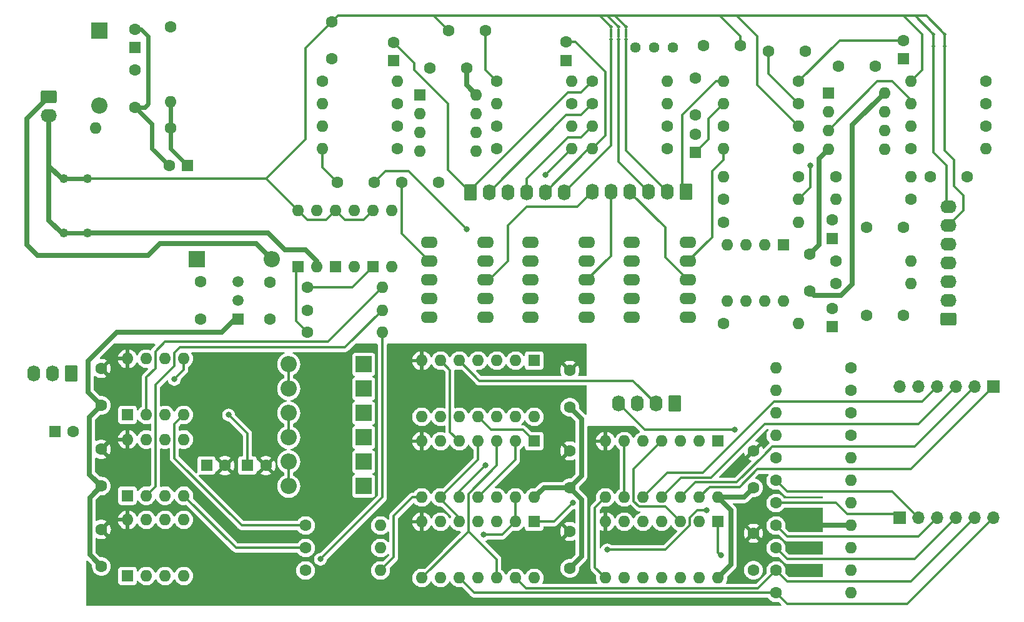
<source format=gbr>
%TF.GenerationSoftware,KiCad,Pcbnew,7.0.6*%
%TF.CreationDate,2023-09-11T14:55:37-04:00*%
%TF.ProjectId,summer,73756d6d-6572-42e6-9b69-6361645f7063,rev?*%
%TF.SameCoordinates,Original*%
%TF.FileFunction,Copper,L2,Bot*%
%TF.FilePolarity,Positive*%
%FSLAX46Y46*%
G04 Gerber Fmt 4.6, Leading zero omitted, Abs format (unit mm)*
G04 Created by KiCad (PCBNEW 7.0.6) date 2023-09-11 14:55:37*
%MOMM*%
%LPD*%
G01*
G04 APERTURE LIST*
G04 Aperture macros list*
%AMRoundRect*
0 Rectangle with rounded corners*
0 $1 Rounding radius*
0 $2 $3 $4 $5 $6 $7 $8 $9 X,Y pos of 4 corners*
0 Add a 4 corners polygon primitive as box body*
4,1,4,$2,$3,$4,$5,$6,$7,$8,$9,$2,$3,0*
0 Add four circle primitives for the rounded corners*
1,1,$1+$1,$2,$3*
1,1,$1+$1,$4,$5*
1,1,$1+$1,$6,$7*
1,1,$1+$1,$8,$9*
0 Add four rect primitives between the rounded corners*
20,1,$1+$1,$2,$3,$4,$5,0*
20,1,$1+$1,$4,$5,$6,$7,0*
20,1,$1+$1,$6,$7,$8,$9,0*
20,1,$1+$1,$8,$9,$2,$3,0*%
G04 Aperture macros list end*
%TA.AperFunction,ComponentPad*%
%ADD10R,2.200000X2.200000*%
%TD*%
%TA.AperFunction,ComponentPad*%
%ADD11O,2.200000X2.200000*%
%TD*%
%TA.AperFunction,ComponentPad*%
%ADD12C,1.600000*%
%TD*%
%TA.AperFunction,ComponentPad*%
%ADD13R,1.600000X1.600000*%
%TD*%
%TA.AperFunction,ComponentPad*%
%ADD14O,1.600000X1.600000*%
%TD*%
%TA.AperFunction,ComponentPad*%
%ADD15RoundRect,0.250000X0.620000X0.845000X-0.620000X0.845000X-0.620000X-0.845000X0.620000X-0.845000X0*%
%TD*%
%TA.AperFunction,ComponentPad*%
%ADD16O,1.740000X2.190000*%
%TD*%
%TA.AperFunction,ComponentPad*%
%ADD17O,2.300000X1.600000*%
%TD*%
%TA.AperFunction,ComponentPad*%
%ADD18R,1.700000X1.700000*%
%TD*%
%TA.AperFunction,ComponentPad*%
%ADD19O,1.700000X1.700000*%
%TD*%
%TA.AperFunction,ComponentPad*%
%ADD20RoundRect,0.250000X-0.845000X0.620000X-0.845000X-0.620000X0.845000X-0.620000X0.845000X0.620000X0*%
%TD*%
%TA.AperFunction,ComponentPad*%
%ADD21O,2.190000X1.740000*%
%TD*%
%TA.AperFunction,ComponentPad*%
%ADD22RoundRect,0.250000X0.845000X-0.620000X0.845000X0.620000X-0.845000X0.620000X-0.845000X-0.620000X0*%
%TD*%
%TA.AperFunction,ComponentPad*%
%ADD23RoundRect,0.250000X-0.620000X-0.845000X0.620000X-0.845000X0.620000X0.845000X-0.620000X0.845000X0*%
%TD*%
%TA.AperFunction,ComponentPad*%
%ADD24R,1.500000X1.500000*%
%TD*%
%TA.AperFunction,ComponentPad*%
%ADD25C,1.500000*%
%TD*%
%TA.AperFunction,ComponentPad*%
%ADD26C,1.440000*%
%TD*%
%TA.AperFunction,SMDPad,CuDef*%
%ADD27C,1.219200*%
%TD*%
%TA.AperFunction,TestPad*%
%ADD28C,0.508000*%
%TD*%
%TA.AperFunction,SMDPad,CuDef*%
%ADD29C,0.508000*%
%TD*%
%TA.AperFunction,ViaPad*%
%ADD30C,0.800000*%
%TD*%
%TA.AperFunction,Conductor*%
%ADD31C,0.304800*%
%TD*%
%TA.AperFunction,Conductor*%
%ADD32C,0.635000*%
%TD*%
%TA.AperFunction,Conductor*%
%ADD33C,0.609600*%
%TD*%
G04 APERTURE END LIST*
%TA.AperFunction,EtchedComponent*%
%TO.C,NT3*%
G36*
X-78282800Y3759200D02*
G01*
X-80518000Y3759200D01*
X-80518000Y4368800D01*
X-78282800Y4368800D01*
X-78282800Y3759200D01*
G37*
%TD.AperFunction*%
%TA.AperFunction,EtchedComponent*%
%TO.C,NT2*%
G36*
X-78282800Y11125200D02*
G01*
X-80518000Y11125200D01*
X-80518000Y11734800D01*
X-78282800Y11734800D01*
X-78282800Y11125200D01*
G37*
%TD.AperFunction*%
%TA.AperFunction,EtchedComponent*%
%TO.C,NT8*%
G36*
X38506400Y29616400D02*
G01*
X38201600Y29616400D01*
X38201600Y30835600D01*
X38506400Y30835600D01*
X38506400Y29616400D01*
G37*
%TD.AperFunction*%
%TA.AperFunction,EtchedComponent*%
%TO.C,NT7*%
G36*
X-6705600Y30581600D02*
G01*
X-7010400Y30581600D01*
X-7010400Y31800800D01*
X-6705600Y31800800D01*
X-6705600Y30581600D01*
G37*
%TD.AperFunction*%
%TA.AperFunction,EtchedComponent*%
%TO.C,NT5*%
G36*
X-4673600Y30581600D02*
G01*
X-4978400Y30581600D01*
X-4978400Y31800800D01*
X-4673600Y31800800D01*
X-4673600Y30581600D01*
G37*
%TD.AperFunction*%
%TA.AperFunction,EtchedComponent*%
%TO.C,NT6*%
G36*
X-5689600Y30581600D02*
G01*
X-5994400Y30581600D01*
X-5994400Y31800800D01*
X-5689600Y31800800D01*
X-5689600Y30581600D01*
G37*
%TD.AperFunction*%
%TA.AperFunction,EtchedComponent*%
%TO.C,NT9*%
G36*
X36982400Y29616400D02*
G01*
X36677600Y29616400D01*
X36677600Y30835600D01*
X36982400Y30835600D01*
X36982400Y29616400D01*
G37*
%TD.AperFunction*%
%TD*%
D10*
%TO.P,D6,1,K*%
%TO.N,Net-(D6-K)*%
X-40386000Y-13716000D03*
D11*
%TO.P,D6,2,A*%
%TO.N,Net-(D5-A)*%
X-50546000Y-13716000D03*
%TD*%
D12*
%TO.P,C26,1*%
%TO.N,+9V*%
X-26456000Y26416000D03*
%TO.P,C26,2*%
%TO.N,GNDREF*%
X-31456000Y26416000D03*
%TD*%
%TO.P,C19,1*%
%TO.N,Net-(C19-Pad1)*%
X4572000Y20066000D03*
%TO.P,C19,2*%
%TO.N,Net-(U4A-+)*%
X4572000Y25066000D03*
%TD*%
D13*
%TO.P,C3,1*%
%TO.N,+9V*%
X-71374000Y29210000D03*
D12*
%TO.P,C3,2*%
%TO.N,GNDPWR*%
X-71374000Y31710000D03*
%TD*%
D13*
%TO.P,U10,1*%
%TO.N,Net-(R36-Pad1)*%
X-49276000Y-508000D03*
D14*
%TO.P,U10,2*%
%TO.N,GNDD*%
X-46736000Y-508000D03*
%TO.P,U10,3*%
%TO.N,/Switching/SPLIT_AUDIO_OUT*%
X-46736000Y7112000D03*
%TO.P,U10,4*%
%TO.N,GNDS*%
X-49276000Y7112000D03*
%TD*%
D10*
%TO.P,D5,1,K*%
%TO.N,Net-(D5-K)*%
X-40386000Y-17018000D03*
D11*
%TO.P,D5,2,A*%
%TO.N,Net-(D5-A)*%
X-50546000Y-17018000D03*
%TD*%
D15*
%TO.P,J12,1*%
%TO.N,/Switching/MAG_LED_ON*%
X-80010000Y-14986000D03*
D16*
%TO.P,J12,2*%
%TO.N,/Switching/PIEZO_LED_ON*%
X-82550000Y-14986000D03*
%TO.P,J12,3*%
%TO.N,GNDD*%
X-85090000Y-14986000D03*
%TD*%
D12*
%TO.P,R35,1*%
%TO.N,Net-(U6-GP3)*%
X-48260000Y-38608000D03*
D14*
%TO.P,R35,2*%
%TO.N,/Logic/2Q*%
X-38100000Y-38608000D03*
%TD*%
D12*
%TO.P,C20,1*%
%TO.N,Net-(VR1-S)*%
X5628000Y29464000D03*
%TO.P,C20,2*%
%TO.N,GNDS*%
X10628000Y29464000D03*
%TD*%
D13*
%TO.P,C8,1*%
%TO.N,Net-(U2B--)*%
X23114000Y-8636000D03*
D12*
%TO.P,C8,2*%
%TO.N,Net-(C8-Pad2)*%
X23114000Y-6136000D03*
%TD*%
D13*
%TO.P,C10,1*%
%TO.N,Net-(U2A--)*%
X23114000Y3343144D03*
D12*
%TO.P,C10,2*%
%TO.N,Net-(C10-Pad2)*%
X23114000Y5843144D03*
%TD*%
%TO.P,R17,1*%
%TO.N,Net-(U3A-+)*%
X-35814000Y18542000D03*
D14*
%TO.P,R17,2*%
%TO.N,Vref*%
X-45974000Y18542000D03*
%TD*%
D17*
%TO.P,K1,1*%
%TO.N,Net-(D5-K)*%
X-23861000Y-7366000D03*
%TO.P,K1,2*%
%TO.N,unconnected-(K1-Pad2)*%
X-23861000Y-4826000D03*
%TO.P,K1,3*%
%TO.N,/Switching/MAG_POST*%
X-23861000Y-2286000D03*
%TO.P,K1,4*%
%TO.N,Net-(K1-Pad4)*%
X-23861000Y254000D03*
%TO.P,K1,5*%
%TO.N,N/C*%
X-23861000Y2794000D03*
%TO.P,K1,6*%
X-31481000Y2794000D03*
%TO.P,K1,7*%
%TO.N,/Audio/SPLIT_PIEZO_IN*%
X-31481000Y254000D03*
%TO.P,K1,8*%
%TO.N,Net-(K1-Pad8)*%
X-31481000Y-2286000D03*
%TO.P,K1,9*%
%TO.N,/Switching/SPLIT_SINGLE_OUT*%
X-31481000Y-4826000D03*
%TO.P,K1,10*%
%TO.N,Net-(D6-K)*%
X-31481000Y-7366000D03*
%TD*%
D12*
%TO.P,R42,1*%
%TO.N,Net-(R42-Pad1)*%
X15494000Y-26416000D03*
D14*
%TO.P,R42,2*%
%TO.N,+5V*%
X25654000Y-26416000D03*
%TD*%
D13*
%TO.P,U13,1*%
%TO.N,/Logic/DFF2_CLK*%
X7620000Y-35052000D03*
D14*
%TO.P,U13,2*%
%TO.N,Net-(U13-Pad2)*%
X5080000Y-35052000D03*
%TO.P,U13,3*%
%TO.N,Net-(U13-Pad3)*%
X2540000Y-35052000D03*
%TO.P,U13,4*%
%TO.N,Net-(U13-Pad4)*%
X0Y-35052000D03*
%TO.P,U13,5*%
%TO.N,/Logic/DFF1_CLK*%
X-2540000Y-35052000D03*
%TO.P,U13,6*%
%TO.N,Net-(U12A-C)*%
X-5080000Y-35052000D03*
%TO.P,U13,7,GND*%
%TO.N,GNDD*%
X-7620000Y-35052000D03*
%TO.P,U13,8*%
%TO.N,Net-(U13-Pad8)*%
X-7620000Y-42672000D03*
%TO.P,U13,9*%
%TO.N,Net-(U12B-C)*%
X-5080000Y-42672000D03*
%TO.P,U13,10*%
%TO.N,N/C*%
X-2540000Y-42672000D03*
%TO.P,U13,11*%
X0Y-42672000D03*
%TO.P,U13,12*%
X2540000Y-42672000D03*
%TO.P,U13,13*%
X5080000Y-42672000D03*
%TO.P,U13,14,VCC*%
%TO.N,+5V*%
X7620000Y-42672000D03*
%TD*%
D12*
%TO.P,R3,1*%
%TO.N,Vref*%
X-66548000Y18288000D03*
D14*
%TO.P,R3,2*%
%TO.N,GNDPWR*%
X-76708000Y18288000D03*
%TD*%
D10*
%TO.P,D10,1,K*%
%TO.N,Net-(D10-K)*%
X-40386000Y-26924000D03*
D11*
%TO.P,D10,2,A*%
%TO.N,Net-(D10-A)*%
X-50546000Y-26924000D03*
%TD*%
D12*
%TO.P,R46,1*%
%TO.N,/Logic/DFF2_CLR*%
X15494000Y-44704000D03*
D14*
%TO.P,R46,2*%
%TO.N,+5V*%
X25654000Y-44704000D03*
%TD*%
D12*
%TO.P,R23,1*%
%TO.N,Net-(C16-Pad1)*%
X-22352000Y24638000D03*
D14*
%TO.P,R23,2*%
%TO.N,Net-(U3B--)*%
X-12192000Y24638000D03*
%TD*%
D12*
%TO.P,C9,1*%
%TO.N,Net-(C9-Pad1)*%
X27726000Y4826000D03*
%TO.P,C9,2*%
%TO.N,/Audio/MAG_IN*%
X32726000Y4826000D03*
%TD*%
%TO.P,R36,1*%
%TO.N,Net-(R36-Pad1)*%
X-48006000Y-9398000D03*
D14*
%TO.P,R36,2*%
%TO.N,Net-(U7-GP5)*%
X-37846000Y-9398000D03*
%TD*%
D12*
%TO.P,C5,1*%
%TO.N,+5V*%
X-53086000Y-7620000D03*
%TO.P,C5,2*%
%TO.N,GNDPWR*%
X-53086000Y-2620000D03*
%TD*%
%TO.P,C14,1*%
%TO.N,Net-(C14-Pad1)*%
X-44704000Y27686000D03*
%TO.P,C14,2*%
%TO.N,GNDS*%
X-44704000Y32686000D03*
%TD*%
%TO.P,R12,1*%
%TO.N,Net-(U4B-+)*%
X33782000Y15494000D03*
D14*
%TO.P,R12,2*%
%TO.N,Net-(C11-Pad1)*%
X43942000Y15494000D03*
%TD*%
D12*
%TO.P,R44,1*%
%TO.N,/Logic/DFF1_CLR*%
X15494000Y-32512000D03*
D14*
%TO.P,R44,2*%
%TO.N,+5V*%
X25654000Y-32512000D03*
%TD*%
D13*
%TO.P,U14,1*%
%TO.N,Net-(U11-Pad10)*%
X-17272000Y-24130000D03*
D14*
%TO.P,U14,2*%
%TO.N,/Logic/2Q*%
X-19812000Y-24130000D03*
%TO.P,U14,3*%
%TO.N,Net-(U12B-D)*%
X-22352000Y-24130000D03*
%TO.P,U14,4*%
%TO.N,/Logic/1Q*%
X-24892000Y-24130000D03*
%TO.P,U14,5*%
%TO.N,Net-(U11-Pad2)*%
X-27432000Y-24130000D03*
%TO.P,U14,6*%
%TO.N,Net-(U13-Pad2)*%
X-29972000Y-24130000D03*
%TO.P,U14,7,GND*%
%TO.N,GNDD*%
X-32512000Y-24130000D03*
%TO.P,U14,8*%
%TO.N,/Logic/1Qx2Q*%
X-32512000Y-31750000D03*
%TO.P,U14,9*%
%TO.N,/Logic/1Q*%
X-29972000Y-31750000D03*
%TO.P,U14,10*%
%TO.N,Net-(R42-Pad1)*%
X-27432000Y-31750000D03*
%TO.P,U14,11*%
%TO.N,/Logic/2Q*%
X-24892000Y-31750000D03*
%TO.P,U14,12*%
%TO.N,Net-(U13-Pad4)*%
X-22352000Y-31750000D03*
%TO.P,U14,13*%
%TO.N,Net-(U12A-D)*%
X-19812000Y-31750000D03*
%TO.P,U14,14,VCC*%
%TO.N,+5V*%
X-17272000Y-31750000D03*
%TD*%
D12*
%TO.P,R6,1*%
%TO.N,Net-(C8-Pad2)*%
X33782000Y8636000D03*
D14*
%TO.P,R6,2*%
%TO.N,GNDS*%
X23622000Y8636000D03*
%TD*%
D13*
%TO.P,U11,1*%
%TO.N,/Logic/!CLK1_SET*%
X-17272000Y-13208000D03*
D14*
%TO.P,U11,2*%
%TO.N,Net-(U11-Pad2)*%
X-19812000Y-13208000D03*
%TO.P,U11,3*%
%TO.N,Net-(U11-Pad3)*%
X-22352000Y-13208000D03*
%TO.P,U11,4*%
X-24892000Y-13208000D03*
%TO.P,U11,5*%
%TO.N,/Logic/!CLK1_RESET*%
X-27432000Y-13208000D03*
%TO.P,U11,6*%
%TO.N,Net-(U11-Pad2)*%
X-29972000Y-13208000D03*
%TO.P,U11,7,GND*%
%TO.N,GNDD*%
X-32512000Y-13208000D03*
%TO.P,U11,8*%
%TO.N,Net-(U11-Pad12)*%
X-32512000Y-20828000D03*
%TO.P,U11,9*%
%TO.N,/Logic/!CLK2_SET*%
X-29972000Y-20828000D03*
%TO.P,U11,10*%
%TO.N,Net-(U11-Pad10)*%
X-27432000Y-20828000D03*
%TO.P,U11,11*%
X-24892000Y-20828000D03*
%TO.P,U11,12*%
%TO.N,Net-(U11-Pad12)*%
X-22352000Y-20828000D03*
%TO.P,U11,13*%
%TO.N,/Logic/!CLK2_RESET*%
X-19812000Y-20828000D03*
%TO.P,U11,14,VCC*%
%TO.N,+5V*%
X-17272000Y-20828000D03*
%TD*%
D12*
%TO.P,R45,1*%
%TO.N,/Logic/DFF2_PRE*%
X15494000Y-41656000D03*
D14*
%TO.P,R45,2*%
%TO.N,+5V*%
X25654000Y-41656000D03*
%TD*%
D12*
%TO.P,R13,1*%
%TO.N,Vref*%
X43942000Y18542000D03*
D14*
%TO.P,R13,2*%
%TO.N,Net-(U4B-+)*%
X33782000Y18542000D03*
%TD*%
D12*
%TO.P,R43,1*%
%TO.N,/Logic/DFF1_PRE*%
X15494000Y-29464000D03*
D14*
%TO.P,R43,2*%
%TO.N,+5V*%
X25654000Y-29464000D03*
%TD*%
D13*
%TO.P,U6,1,VDD*%
%TO.N,+5V*%
X-72390000Y-31511000D03*
D14*
%TO.P,U6,2,GP5*%
%TO.N,Net-(U6-GP5)*%
X-69850000Y-31511000D03*
%TO.P,U6,3,GP4*%
%TO.N,unconnected-(U6-GP4-Pad3)*%
X-67310000Y-31511000D03*
%TO.P,U6,4,GP3*%
%TO.N,Net-(U6-GP3)*%
X-64770000Y-31511000D03*
%TO.P,U6,5,GP2*%
%TO.N,/Switching/PIEZO_LED_ON*%
X-64770000Y-23891000D03*
%TO.P,U6,6,GP1*%
%TO.N,Net-(D7-K)*%
X-67310000Y-23891000D03*
%TO.P,U6,7,GP0*%
%TO.N,Net-(D8-K)*%
X-69850000Y-23891000D03*
%TO.P,U6,8,VSS*%
%TO.N,GNDD*%
X-72390000Y-23891000D03*
%TD*%
D12*
%TO.P,C16,1*%
%TO.N,Net-(C16-Pad1)*%
X-23916000Y31496000D03*
%TO.P,C16,2*%
%TO.N,GNDS*%
X-28916000Y31496000D03*
%TD*%
%TO.P,R47,1*%
%TO.N,/Logic/DFF1_CLK*%
X15494000Y-35560000D03*
D14*
%TO.P,R47,2*%
%TO.N,GNDD*%
X25654000Y-35560000D03*
%TD*%
D12*
%TO.P,C28,1*%
%TO.N,GNDD*%
X-75946000Y-14264000D03*
%TO.P,C28,2*%
%TO.N,+5V*%
X-75946000Y-19264000D03*
%TD*%
D18*
%TO.P,J23,1,Pin_1*%
%TO.N,/Logic/DFF1_CLR*%
X32258000Y-34544000D03*
D19*
%TO.P,J23,2,Pin_2*%
%TO.N,/Logic/DFF1_PRE*%
X34798000Y-34544000D03*
%TO.P,J23,3,Pin_3*%
%TO.N,/Logic/DFF1_CLK*%
X37338000Y-34544000D03*
%TO.P,J23,4,Pin_4*%
%TO.N,/Logic/DFF2_CLK*%
X39878000Y-34544000D03*
%TO.P,J23,5,Pin_5*%
%TO.N,/Logic/DFF2_PRE*%
X42418000Y-34544000D03*
%TO.P,J23,6,Pin_6*%
%TO.N,/Logic/DFF2_CLR*%
X44958000Y-34544000D03*
%TD*%
D13*
%TO.P,C23,1*%
%TO.N,Net-(U6-GP5)*%
X-61682000Y-27432000D03*
D12*
%TO.P,C23,2*%
%TO.N,GNDD*%
X-59182000Y-27432000D03*
%TD*%
%TO.P,R40,1*%
%TO.N,+5V*%
X25654000Y-20320000D03*
D14*
%TO.P,R40,2*%
%TO.N,/Logic/!CLK2_SET*%
X15494000Y-20320000D03*
%TD*%
D12*
%TO.P,R37,1*%
%TO.N,Net-(U7-GP3)*%
X-48260000Y-41656000D03*
D14*
%TO.P,R37,2*%
%TO.N,/Logic/1Qx2Q*%
X-38100000Y-41656000D03*
%TD*%
D12*
%TO.P,R20,1*%
%TO.N,Net-(U3B-+)*%
X-22352000Y15494000D03*
D14*
%TO.P,R20,2*%
%TO.N,Net-(C15-Pad2)*%
X-12192000Y15494000D03*
%TD*%
D12*
%TO.P,C25,1*%
%TO.N,+9V*%
X20066000Y-3790000D03*
%TO.P,C25,2*%
%TO.N,GNDREF*%
X20066000Y1210000D03*
%TD*%
D17*
%TO.P,K3,1*%
%TO.N,Net-(D9-K)*%
X3571000Y-7366000D03*
%TO.P,K3,2*%
%TO.N,/Switching/SPLIT_SINGLE_OUT*%
X3571000Y-4826000D03*
%TO.P,K3,3*%
%TO.N,/Switching/SPLIT_AUDIO_OUT*%
X3571000Y-2286000D03*
%TO.P,K3,4*%
%TO.N,/Audio/SPLIT_MIX_OUT*%
X3571000Y254000D03*
%TO.P,K3,5*%
%TO.N,N/C*%
X3571000Y2794000D03*
%TO.P,K3,6*%
X-4049000Y2794000D03*
%TO.P,K3,7*%
%TO.N,unconnected-(K3-Pad7)*%
X-4049000Y254000D03*
%TO.P,K3,8*%
%TO.N,unconnected-(K3-Pad8)*%
X-4049000Y-2286000D03*
%TO.P,K3,9*%
%TO.N,unconnected-(K3-Pad9)*%
X-4049000Y-4826000D03*
%TO.P,K3,10*%
%TO.N,Net-(D10-K)*%
X-4049000Y-7366000D03*
%TD*%
D13*
%TO.P,C4,1*%
%TO.N,Vref*%
X-64262000Y13208000D03*
D12*
%TO.P,C4,2*%
%TO.N,GNDPWR*%
X-66762000Y13208000D03*
%TD*%
D13*
%TO.P,U5,1,VDD*%
%TO.N,+5V*%
X-72380000Y-20564000D03*
D14*
%TO.P,U5,2,GP5*%
%TO.N,Net-(U5-GP5)*%
X-69840000Y-20564000D03*
%TO.P,U5,3,GP4*%
%TO.N,unconnected-(U5-GP4-Pad3)*%
X-67300000Y-20564000D03*
%TO.P,U5,4,GP3*%
%TO.N,Net-(U5-GP3)*%
X-64760000Y-20564000D03*
%TO.P,U5,5,GP2*%
%TO.N,/Switching/MAG_LED_ON*%
X-64760000Y-12944000D03*
%TO.P,U5,6,GP1*%
%TO.N,Net-(D5-K)*%
X-67300000Y-12944000D03*
%TO.P,U5,7,GP0*%
%TO.N,Net-(D6-K)*%
X-69840000Y-12944000D03*
%TO.P,U5,8,VSS*%
%TO.N,GNDD*%
X-72380000Y-12944000D03*
%TD*%
D12*
%TO.P,R33,1*%
%TO.N,Net-(U5-GP3)*%
X-48260000Y-35560000D03*
D14*
%TO.P,R33,2*%
%TO.N,/Logic/1Q*%
X-38100000Y-35560000D03*
%TD*%
D12*
%TO.P,C13,1*%
%TO.N,/Audio/SPLIT_MAG_IN*%
X-38942000Y10922000D03*
%TO.P,C13,2*%
%TO.N,Net-(C13-Pad2)*%
X-43942000Y10922000D03*
%TD*%
%TO.P,C34,1*%
%TO.N,+5V*%
X-12446000Y-30440000D03*
%TO.P,C34,2*%
%TO.N,GNDD*%
X-12446000Y-25440000D03*
%TD*%
D10*
%TO.P,D7,1,K*%
%TO.N,Net-(D7-K)*%
X-40386000Y-23622000D03*
D11*
%TO.P,D7,2,A*%
%TO.N,Net-(D7-A)*%
X-50546000Y-23622000D03*
%TD*%
D12*
%TO.P,R31,1*%
%TO.N,Net-(C21-Pad2)*%
X18542000Y15494000D03*
D14*
%TO.P,R31,2*%
%TO.N,/Audio/SPLIT_MIX_OUT*%
X8382000Y15494000D03*
%TD*%
D15*
%TO.P,J11,1*%
%TO.N,/Audio/PIEZO_BUFD*%
X3302000Y9672000D03*
D16*
%TO.P,J11,2*%
%TO.N,/Jacks/MAG_LOOP_GND*%
X762000Y9672000D03*
%TO.P,J11,3*%
%TO.N,/Jacks/PIEZO_LOOP_GND*%
X-1778000Y9672000D03*
%TO.P,J11,4*%
%TO.N,/Switching/SPLIT_AUDIO_OUT*%
X-4318000Y9672000D03*
%TO.P,J11,5*%
%TO.N,/Jacks/PIEZO_PRE_RETURN*%
X-6858000Y9672000D03*
%TO.P,J11,6*%
%TO.N,/Switching/MAG_POST*%
X-9398000Y9672000D03*
%TD*%
D12*
%TO.P,R8,1*%
%TO.N,Net-(U2A-+)*%
X8382000Y5568000D03*
D14*
%TO.P,R8,2*%
%TO.N,Net-(C9-Pad1)*%
X18542000Y5568000D03*
%TD*%
D13*
%TO.P,C24,1*%
%TO.N,Net-(U7-GP5)*%
X-82231112Y-22860000D03*
D12*
%TO.P,C24,2*%
%TO.N,GNDD*%
X-79731112Y-22860000D03*
%TD*%
D13*
%TO.P,U2,1*%
%TO.N,Net-(U2A--)*%
X16500000Y2510000D03*
D14*
%TO.P,U2,2,-*%
X13960000Y2510000D03*
%TO.P,U2,3,+*%
%TO.N,Net-(U2A-+)*%
X11420000Y2510000D03*
%TO.P,U2,4,V-*%
%TO.N,GNDREF*%
X8880000Y2510000D03*
%TO.P,U2,5,+*%
%TO.N,Net-(U2B-+)*%
X8880000Y-5110000D03*
%TO.P,U2,6,-*%
%TO.N,Net-(U2B--)*%
X11420000Y-5110000D03*
%TO.P,U2,7*%
X13960000Y-5110000D03*
%TO.P,U2,8,V+*%
%TO.N,+9V*%
X16500000Y-5110000D03*
%TD*%
D17*
%TO.P,K2,1*%
%TO.N,Net-(D7-K)*%
X-10145000Y-7366000D03*
%TO.P,K2,2*%
%TO.N,unconnected-(K2-Pad2)*%
X-10145000Y-4826000D03*
%TO.P,K2,3*%
%TO.N,/Jacks/PIEZO_PRE_RETURN*%
X-10145000Y-2286000D03*
%TO.P,K2,4*%
%TO.N,Net-(K1-Pad8)*%
X-10145000Y254000D03*
%TO.P,K2,5*%
%TO.N,N/C*%
X-10145000Y2794000D03*
%TO.P,K2,6*%
X-17765000Y2794000D03*
%TO.P,K2,7*%
%TO.N,/Audio/SPLIT_MAG_IN*%
X-17765000Y254000D03*
%TO.P,K2,8*%
%TO.N,Net-(K1-Pad4)*%
X-17765000Y-2286000D03*
%TO.P,K2,9*%
%TO.N,/Switching/SPLIT_SINGLE_OUT*%
X-17765000Y-4826000D03*
%TO.P,K2,10*%
%TO.N,Net-(D8-K)*%
X-17765000Y-7366000D03*
%TD*%
D12*
%TO.P,R32,1*%
%TO.N,Net-(R32-Pad1)*%
X-48006000Y-3302000D03*
D14*
%TO.P,R32,2*%
%TO.N,Net-(U5-GP5)*%
X-37846000Y-3302000D03*
%TD*%
D12*
%TO.P,R16,1*%
%TO.N,Net-(U3A-+)*%
X-35814000Y15494000D03*
D14*
%TO.P,R16,2*%
%TO.N,Net-(C13-Pad2)*%
X-45974000Y15494000D03*
%TD*%
D12*
%TO.P,R24,1*%
%TO.N,/Audio/POT_PIEZO_RET*%
X762000Y15494000D03*
D14*
%TO.P,R24,2*%
%TO.N,/Audio/POT_PIEZO_SEND*%
X-9398000Y15494000D03*
%TD*%
D12*
%TO.P,C6,1*%
%TO.N,Net-(D2-K)*%
X-62484000Y-2540000D03*
%TO.P,C6,2*%
%TO.N,GNDPWR*%
X-62484000Y-7540000D03*
%TD*%
%TO.P,R10,1*%
%TO.N,Net-(C10-Pad2)*%
X8382000Y8636000D03*
D14*
%TO.P,R10,2*%
%TO.N,GNDS*%
X18542000Y8636000D03*
%TD*%
D20*
%TO.P,J10,1,Pin_1*%
%TO.N,+9V*%
X-83058000Y22566000D03*
D21*
%TO.P,J10,2,Pin_2*%
%TO.N,Earth_Clean*%
X-83058000Y20026000D03*
%TD*%
D12*
%TO.P,R18,1*%
%TO.N,Net-(U3A--)*%
X-35814000Y21590000D03*
D14*
%TO.P,R18,2*%
%TO.N,Net-(C17-Pad1)*%
X-45974000Y21590000D03*
%TD*%
D12*
%TO.P,R14,1*%
%TO.N,Net-(C12-Pad2)*%
X43942000Y24638000D03*
D14*
%TO.P,R14,2*%
%TO.N,GNDS*%
X33782000Y24638000D03*
%TD*%
D13*
%TO.P,U9,1*%
%TO.N,Net-(R34-Pad1)*%
X-44196000Y-508000D03*
D14*
%TO.P,U9,2*%
%TO.N,GNDD*%
X-41656000Y-508000D03*
%TO.P,U9,3*%
%TO.N,/Switching/SPLIT_AUDIO_OUT*%
X-41656000Y7112000D03*
%TO.P,U9,4*%
%TO.N,GNDS*%
X-44196000Y7112000D03*
%TD*%
D12*
%TO.P,R39,1*%
%TO.N,+5V*%
X25654000Y-17272000D03*
D14*
%TO.P,R39,2*%
%TO.N,/Logic/!CLK1_RESET*%
X15494000Y-17272000D03*
%TD*%
D12*
%TO.P,C29,1*%
%TO.N,GNDD*%
X-75956000Y-25211000D03*
%TO.P,C29,2*%
%TO.N,+5V*%
X-75956000Y-30211000D03*
%TD*%
%TO.P,C32,1*%
%TO.N,+5V*%
X-12446000Y-41362000D03*
%TO.P,C32,2*%
%TO.N,GNDD*%
X-12446000Y-36362000D03*
%TD*%
D13*
%TO.P,C12,1*%
%TO.N,Net-(U4B--)*%
X32766000Y27686000D03*
D12*
%TO.P,C12,2*%
%TO.N,Net-(C12-Pad2)*%
X32766000Y30186000D03*
%TD*%
%TO.P,C15,1*%
%TO.N,/Audio/SPLIT_PIEZO_IN*%
X-35266000Y10922000D03*
%TO.P,C15,2*%
%TO.N,Net-(C15-Pad2)*%
X-30266000Y10922000D03*
%TD*%
%TO.P,C2,1*%
%TO.N,+9V*%
X-71374000Y26162000D03*
%TO.P,C2,2*%
%TO.N,GNDPWR*%
X-71374000Y21162000D03*
%TD*%
%TO.P,R27,1*%
%TO.N,Net-(C19-Pad1)*%
X762000Y18542000D03*
D14*
%TO.P,R27,2*%
%TO.N,/Audio/POT_PIEZO_RET*%
X-9398000Y18542000D03*
%TD*%
D12*
%TO.P,C11,1*%
%TO.N,Net-(C11-Pad1)*%
X36362000Y11684000D03*
%TO.P,C11,2*%
%TO.N,/Audio/PIEZO_IN*%
X41362000Y11684000D03*
%TD*%
%TO.P,R11,1*%
%TO.N,Net-(C10-Pad2)*%
X23622000Y254000D03*
D14*
%TO.P,R11,2*%
%TO.N,/Audio/MAG_BUFD*%
X33782000Y254000D03*
%TD*%
D22*
%TO.P,J15,1*%
%TO.N,/Audio/MAG_MONO_IN*%
X38862000Y-7620000D03*
D21*
%TO.P,J15,2*%
%TO.N,/Audio/MAG_MONO_BUFD*%
X38862000Y-5080000D03*
%TO.P,J15,3*%
%TO.N,/Audio/MAG_BUFD*%
X38862000Y-2540000D03*
%TO.P,J15,4*%
%TO.N,/Audio/MAG_IN*%
X38862000Y0D03*
%TO.P,J15,5*%
%TO.N,/Audio/PIEZO_IN*%
X38862000Y2540000D03*
%TO.P,J15,6*%
%TO.N,/Jacks/SPLIT_IN_GND*%
X38862000Y5080000D03*
%TO.P,J15,7*%
%TO.N,/Jacks/MAG_IN_GND*%
X38862000Y7620000D03*
%TD*%
D23*
%TO.P,J14,1*%
%TO.N,/Audio/POT_MAG_SEND*%
X-25908000Y9632000D03*
D16*
%TO.P,J14,2*%
%TO.N,/Audio/POT_MAG_RET*%
X-23368000Y9632000D03*
%TO.P,J14,3*%
%TO.N,GNDS*%
X-20828000Y9632000D03*
%TO.P,J14,4*%
%TO.N,/Audio/POT_PIEZO_RET*%
X-18288000Y9632000D03*
%TO.P,J14,5*%
%TO.N,/Audio/POT_PIEZO_SEND*%
X-15748000Y9632000D03*
%TO.P,J14,6*%
%TO.N,/Jacks/OUTPUT_GND*%
X-13208000Y9632000D03*
%TD*%
D13*
%TO.P,U15,1*%
%TO.N,Net-(U11-Pad2)*%
X7620000Y-24130000D03*
D14*
%TO.P,U15,2*%
%TO.N,Net-(U15-Pad2)*%
X5080000Y-24130000D03*
%TO.P,U15,3*%
X2540000Y-24130000D03*
%TO.P,U15,4*%
%TO.N,Net-(U13-Pad3)*%
X0Y-24130000D03*
%TO.P,U15,5*%
%TO.N,Net-(U11-Pad10)*%
X-2540000Y-24130000D03*
%TO.P,U15,6*%
%TO.N,Net-(U15-Pad6)*%
X-5080000Y-24130000D03*
%TO.P,U15,7,GND*%
%TO.N,GNDD*%
X-7620000Y-24130000D03*
%TO.P,U15,8*%
%TO.N,Net-(U13-Pad8)*%
X-7620000Y-31750000D03*
%TO.P,U15,9*%
%TO.N,Net-(U15-Pad6)*%
X-5080000Y-31750000D03*
%TO.P,U15,10*%
%TO.N,/Logic/INV1_OUT*%
X-2540000Y-31750000D03*
%TO.P,U15,11*%
%TO.N,/Logic/INV1_IN*%
X0Y-31750000D03*
%TO.P,U15,12*%
%TO.N,/Logic/INV2_OUT*%
X2540000Y-31750000D03*
%TO.P,U15,13*%
%TO.N,/Logic/INV2_IN*%
X5080000Y-31750000D03*
%TO.P,U15,14,VCC*%
%TO.N,+5V*%
X7620000Y-31750000D03*
%TD*%
D10*
%TO.P,D8,1,K*%
%TO.N,Net-(D8-K)*%
X-40386000Y-20320000D03*
D11*
%TO.P,D8,2,A*%
%TO.N,Net-(D7-A)*%
X-50546000Y-20320000D03*
%TD*%
D12*
%TO.P,R38,1*%
%TO.N,+5V*%
X25654000Y-14224000D03*
D14*
%TO.P,R38,2*%
%TO.N,/Logic/!CLK1_SET*%
X15494000Y-14224000D03*
%TD*%
D13*
%TO.P,C18,1*%
%TO.N,Net-(C18-Pad1)*%
X-12954000Y27473144D03*
D12*
%TO.P,C18,2*%
%TO.N,/Audio/POT_PIEZO_SEND*%
X-12954000Y29973144D03*
%TD*%
%TO.P,R28,1*%
%TO.N,Vref*%
X43942000Y21590000D03*
D14*
%TO.P,R28,2*%
%TO.N,Net-(U4A-+)*%
X33782000Y21590000D03*
%TD*%
D13*
%TO.P,U3,1*%
%TO.N,Net-(C17-Pad1)*%
X-32756000Y22850000D03*
D14*
%TO.P,U3,2,-*%
%TO.N,Net-(U3A--)*%
X-32756000Y20310000D03*
%TO.P,U3,3,+*%
%TO.N,Net-(U3A-+)*%
X-32756000Y17770000D03*
%TO.P,U3,4,V-*%
%TO.N,GNDREF*%
X-32756000Y15230000D03*
%TO.P,U3,5,+*%
%TO.N,Net-(U3B-+)*%
X-25136000Y15230000D03*
%TO.P,U3,6,-*%
%TO.N,Net-(U3B--)*%
X-25136000Y17770000D03*
%TO.P,U3,7*%
%TO.N,Net-(C18-Pad1)*%
X-25136000Y20310000D03*
%TO.P,U3,8,V+*%
%TO.N,+9V*%
X-25136000Y22850000D03*
%TD*%
D12*
%TO.P,R7,1*%
%TO.N,Net-(C8-Pad2)*%
X23622000Y-2794000D03*
D14*
%TO.P,R7,2*%
%TO.N,/Audio/MAG_MONO_BUFD*%
X33782000Y-2794000D03*
%TD*%
D12*
%TO.P,R2,1*%
%TO.N,+9V*%
X-66548000Y32004000D03*
D14*
%TO.P,R2,2*%
%TO.N,Vref*%
X-66548000Y21844000D03*
%TD*%
D12*
%TO.P,C27,1*%
%TO.N,+9V*%
X28956000Y26670000D03*
%TO.P,C27,2*%
%TO.N,GNDREF*%
X23956000Y26670000D03*
%TD*%
%TO.P,C33,1*%
%TO.N,+5V*%
X12446000Y-41616000D03*
%TO.P,C33,2*%
%TO.N,GNDD*%
X12446000Y-36616000D03*
%TD*%
D13*
%TO.P,U12,1,~{R}*%
%TO.N,/Logic/DFF1_CLR*%
X-17272000Y-35052000D03*
D14*
%TO.P,U12,2,D*%
%TO.N,Net-(U12A-D)*%
X-19812000Y-35052000D03*
%TO.P,U12,3,C*%
%TO.N,Net-(U12A-C)*%
X-22352000Y-35052000D03*
%TO.P,U12,4,~{S}*%
%TO.N,/Logic/DFF1_PRE*%
X-24892000Y-35052000D03*
%TO.P,U12,5,Q*%
%TO.N,/Logic/1Q*%
X-27432000Y-35052000D03*
%TO.P,U12,6,~{Q}*%
%TO.N,Net-(U12A-D)*%
X-29972000Y-35052000D03*
%TO.P,U12,7,GND*%
%TO.N,GNDD*%
X-32512000Y-35052000D03*
%TO.P,U12,8,~{Q}*%
%TO.N,Net-(U12B-D)*%
X-32512000Y-42672000D03*
%TO.P,U12,9,Q*%
%TO.N,/Logic/2Q*%
X-29972000Y-42672000D03*
%TO.P,U12,10,~{S}*%
%TO.N,/Logic/DFF2_CLR*%
X-27432000Y-42672000D03*
%TO.P,U12,11,C*%
%TO.N,Net-(U12B-C)*%
X-24892000Y-42672000D03*
%TO.P,U12,12,D*%
%TO.N,Net-(U12B-D)*%
X-22352000Y-42672000D03*
%TO.P,U12,13,~{R}*%
%TO.N,/Logic/DFF2_PRE*%
X-19812000Y-42672000D03*
%TO.P,U12,14,VCC*%
%TO.N,+5V*%
X-17272000Y-42672000D03*
%TD*%
D10*
%TO.P,D1,1,K*%
%TO.N,+9V*%
X-76200000Y31496000D03*
D11*
%TO.P,D1,2,A*%
%TO.N,GNDPWR*%
X-76200000Y21336000D03*
%TD*%
D15*
%TO.P,J16,1,Pin_1*%
%TO.N,/Logic/!CLK1_SET*%
X1778000Y-19050000D03*
D16*
%TO.P,J16,2,Pin_2*%
%TO.N,/Logic/!CLK1_RESET*%
X-762000Y-19050000D03*
%TO.P,J16,3,Pin_3*%
%TO.N,/Logic/!CLK2_SET*%
X-3302000Y-19050000D03*
%TO.P,J16,4,Pin_4*%
%TO.N,/Logic/!CLK2_RESET*%
X-5842000Y-19050000D03*
%TD*%
D24*
%TO.P,U1,1,VO*%
%TO.N,+5V*%
X-57404000Y-7620000D03*
D25*
%TO.P,U1,2,GND*%
%TO.N,GNDPWR*%
X-57404000Y-5080000D03*
%TO.P,U1,3,VI*%
%TO.N,Net-(D2-K)*%
X-57404000Y-2540000D03*
%TD*%
D10*
%TO.P,D2,1,K*%
%TO.N,Net-(D2-K)*%
X-62992000Y508000D03*
D11*
%TO.P,D2,2,A*%
%TO.N,+9V*%
X-52832000Y508000D03*
%TD*%
D12*
%TO.P,C30,1*%
%TO.N,GNDD*%
X-75936000Y-36098000D03*
%TO.P,C30,2*%
%TO.N,+5V*%
X-75936000Y-41098000D03*
%TD*%
%TO.P,C35,1*%
%TO.N,+5V*%
X12446000Y-30440000D03*
%TO.P,C35,2*%
%TO.N,GNDD*%
X12446000Y-25440000D03*
%TD*%
%TO.P,R34,1*%
%TO.N,Net-(R34-Pad1)*%
X-48006000Y-6355000D03*
D14*
%TO.P,R34,2*%
%TO.N,Net-(U6-GP5)*%
X-37846000Y-6355000D03*
%TD*%
D13*
%TO.P,C22,1*%
%TO.N,Net-(U5-GP5)*%
X-56134000Y-27432000D03*
D12*
%TO.P,C22,2*%
%TO.N,GNDD*%
X-53634000Y-27432000D03*
%TD*%
%TO.P,R9,1*%
%TO.N,Vref*%
X18542000Y11684000D03*
D14*
%TO.P,R9,2*%
%TO.N,Net-(U2A-+)*%
X8382000Y11684000D03*
%TD*%
D18*
%TO.P,J24,1,Pin_1*%
%TO.N,/Logic/INV2_IN*%
X44958000Y-16764000D03*
D19*
%TO.P,J24,2,Pin_2*%
%TO.N,/Logic/INV2_OUT*%
X42418000Y-16764000D03*
%TO.P,J24,3,Pin_3*%
%TO.N,/Logic/INV1_IN*%
X39878000Y-16764000D03*
%TO.P,J24,4,Pin_4*%
%TO.N,/Logic/INV1_OUT*%
X37338000Y-16764000D03*
%TO.P,J24,5,Pin_5*%
%TO.N,+5V*%
X34798000Y-16764000D03*
%TO.P,J24,6,Pin_6*%
%TO.N,GNDD*%
X32258000Y-16764000D03*
%TD*%
D12*
%TO.P,R29,1*%
%TO.N,Net-(U4A--)*%
X18542000Y21590000D03*
D14*
%TO.P,R29,2*%
%TO.N,Net-(C21-Pad1)*%
X8382000Y21590000D03*
%TD*%
D12*
%TO.P,C36,1*%
%TO.N,Net-(U4A--)*%
X14478000Y28702000D03*
%TO.P,C36,2*%
%TO.N,Net-(C21-Pad1)*%
X19478000Y28702000D03*
%TD*%
%TO.P,R22,1*%
%TO.N,Net-(U3B--)*%
X-12192000Y21590000D03*
D14*
%TO.P,R22,2*%
%TO.N,Net-(C18-Pad1)*%
X-22352000Y21590000D03*
%TD*%
D12*
%TO.P,R41,1*%
%TO.N,+5V*%
X25654000Y-23368000D03*
D14*
%TO.P,R41,2*%
%TO.N,/Logic/!CLK2_RESET*%
X15494000Y-23368000D03*
%TD*%
D12*
%TO.P,C31,1*%
%TO.N,+5V*%
X-12446000Y-19518000D03*
%TO.P,C31,2*%
%TO.N,GNDD*%
X-12446000Y-14518000D03*
%TD*%
D13*
%TO.P,U4,1*%
%TO.N,Net-(C21-Pad1)*%
X22606000Y23104000D03*
D14*
%TO.P,U4,2,-*%
%TO.N,Net-(U4A--)*%
X22606000Y20564000D03*
%TO.P,U4,3,+*%
%TO.N,Net-(U4A-+)*%
X22606000Y18024000D03*
%TO.P,U4,4,V-*%
%TO.N,GNDREF*%
X22606000Y15484000D03*
%TO.P,U4,5,+*%
%TO.N,Net-(U4B-+)*%
X30226000Y15484000D03*
%TO.P,U4,6,-*%
%TO.N,Net-(U4B--)*%
X30226000Y18024000D03*
%TO.P,U4,7*%
X30226000Y20564000D03*
%TO.P,U4,8,V+*%
%TO.N,+9V*%
X30226000Y23104000D03*
%TD*%
D13*
%TO.P,U7,1,VDD*%
%TO.N,+5V*%
X-72380000Y-42408000D03*
D14*
%TO.P,U7,2,GP5*%
%TO.N,Net-(U7-GP5)*%
X-69840000Y-42408000D03*
%TO.P,U7,3,GP4*%
%TO.N,unconnected-(U7-GP4-Pad3)*%
X-67300000Y-42408000D03*
%TO.P,U7,4,GP3*%
%TO.N,Net-(U7-GP3)*%
X-64760000Y-42408000D03*
%TO.P,U7,5,GP2*%
%TO.N,unconnected-(U7-GP2-Pad5)*%
X-64760000Y-34788000D03*
%TO.P,U7,6,GP1*%
%TO.N,Net-(D9-K)*%
X-67300000Y-34788000D03*
%TO.P,U7,7,GP0*%
%TO.N,Net-(D10-K)*%
X-69840000Y-34788000D03*
%TO.P,U7,8,VSS*%
%TO.N,GNDD*%
X-72380000Y-34788000D03*
%TD*%
D10*
%TO.P,D9,1,K*%
%TO.N,Net-(D9-K)*%
X-40386000Y-30226000D03*
D11*
%TO.P,D9,2,A*%
%TO.N,Net-(D10-A)*%
X-50546000Y-30226000D03*
%TD*%
D12*
%TO.P,R19,1*%
%TO.N,Net-(C14-Pad1)*%
X-45974000Y24638000D03*
D14*
%TO.P,R19,2*%
%TO.N,Net-(U3A--)*%
X-35814000Y24638000D03*
%TD*%
D12*
%TO.P,R30,1*%
%TO.N,Net-(C21-Pad2)*%
X8382000Y18542000D03*
D14*
%TO.P,R30,2*%
%TO.N,GNDS*%
X18542000Y18542000D03*
%TD*%
D13*
%TO.P,C21,1*%
%TO.N,Net-(C21-Pad1)*%
X4572000Y14986000D03*
D12*
%TO.P,C21,2*%
%TO.N,Net-(C21-Pad2)*%
X4572000Y17486000D03*
%TD*%
D26*
%TO.P,VR1,1,CCW*%
%TO.N,unconnected-(VR1-CCW-Pad1)*%
X-3556000Y29210000D03*
%TO.P,VR1,2,S*%
%TO.N,Net-(VR1-S)*%
X-1016000Y29210000D03*
%TO.P,VR1,3,CW*%
%TO.N,Net-(U4A--)*%
X1524000Y29210000D03*
%TD*%
D12*
%TO.P,R5,1*%
%TO.N,Vref*%
X23622000Y11684000D03*
D14*
%TO.P,R5,2*%
%TO.N,Net-(U2B-+)*%
X33782000Y11684000D03*
%TD*%
D12*
%TO.P,R21,1*%
%TO.N,Net-(U3B-+)*%
X-22352000Y18542000D03*
D14*
%TO.P,R21,2*%
%TO.N,Vref*%
X-12192000Y18542000D03*
%TD*%
D12*
%TO.P,C7,1*%
%TO.N,Net-(C7-Pad1)*%
X27726000Y-7112000D03*
%TO.P,C7,2*%
%TO.N,/Audio/MAG_MONO_IN*%
X32726000Y-7112000D03*
%TD*%
%TO.P,R15,1*%
%TO.N,Net-(C12-Pad2)*%
X18542000Y24638000D03*
D14*
%TO.P,R15,2*%
%TO.N,/Audio/PIEZO_BUFD*%
X8382000Y24638000D03*
%TD*%
D12*
%TO.P,R26,1*%
%TO.N,/Audio/POT_MAG_RET*%
X-9398000Y21590000D03*
D14*
%TO.P,R26,2*%
%TO.N,Net-(C19-Pad1)*%
X762000Y21590000D03*
%TD*%
D13*
%TO.P,U8,1*%
%TO.N,Net-(R32-Pad1)*%
X-39116000Y-508000D03*
D14*
%TO.P,U8,2*%
%TO.N,GNDD*%
X-36576000Y-508000D03*
%TO.P,U8,3*%
%TO.N,/Switching/SPLIT_AUDIO_OUT*%
X-36576000Y7112000D03*
%TO.P,U8,4*%
%TO.N,GNDS*%
X-39116000Y7112000D03*
%TD*%
D12*
%TO.P,R48,1*%
%TO.N,/Logic/DFF2_CLK*%
X15494000Y-38608000D03*
D14*
%TO.P,R48,2*%
%TO.N,GNDD*%
X25654000Y-38608000D03*
%TD*%
D12*
%TO.P,R4,1*%
%TO.N,Net-(U2B-+)*%
X8382000Y-8148000D03*
D14*
%TO.P,R4,2*%
%TO.N,Net-(C7-Pad1)*%
X18542000Y-8148000D03*
%TD*%
D13*
%TO.P,C17,1*%
%TO.N,Net-(C17-Pad1)*%
X-36322000Y27432000D03*
D12*
%TO.P,C17,2*%
%TO.N,/Audio/POT_MAG_SEND*%
X-36322000Y29932000D03*
%TD*%
%TO.P,R25,1*%
%TO.N,/Audio/POT_MAG_SEND*%
X-9398000Y24638000D03*
D14*
%TO.P,R25,2*%
%TO.N,/Audio/POT_MAG_RET*%
X762000Y24638000D03*
%TD*%
D27*
%TO.P,NT3,1,1*%
%TO.N,Earth_Clean*%
X-81026000Y4064000D03*
%TO.P,NT3,2,2*%
%TO.N,GNDD*%
X-77774800Y4064000D03*
%TD*%
%TO.P,NT2,1,1*%
%TO.N,Earth_Clean*%
X-81026000Y11430000D03*
%TO.P,NT2,2,2*%
%TO.N,GNDS*%
X-77774800Y11430000D03*
%TD*%
D28*
%TO.P,NT8,1,1*%
%TO.N,/Jacks/SPLIT_IN_GND*%
X38354000Y29413200D03*
D29*
%TO.P,NT8,2,2*%
%TO.N,GNDS*%
X38354000Y31038800D03*
%TD*%
D28*
%TO.P,NT7,1,1*%
%TO.N,/Jacks/OUTPUT_GND*%
X-6858000Y30378400D03*
D29*
%TO.P,NT7,2,2*%
%TO.N,GNDS*%
X-6858000Y32004000D03*
%TD*%
D28*
%TO.P,NT5,1,1*%
%TO.N,/Jacks/MAG_LOOP_GND*%
X-4826000Y30378400D03*
D29*
%TO.P,NT5,2,2*%
%TO.N,GNDS*%
X-4826000Y32004000D03*
%TD*%
D28*
%TO.P,NT6,1,1*%
%TO.N,/Jacks/PIEZO_LOOP_GND*%
X-5842000Y30378400D03*
D29*
%TO.P,NT6,2,2*%
%TO.N,GNDS*%
X-5842000Y32004000D03*
%TD*%
D28*
%TO.P,NT9,1,1*%
%TO.N,/Jacks/MAG_IN_GND*%
X36830000Y29413200D03*
D29*
%TO.P,NT9,2,2*%
%TO.N,GNDS*%
X36830000Y31038800D03*
%TD*%
D30*
%TO.N,/Audio/SPLIT_MAG_IN*%
X-26416000Y4572000D03*
%TO.N,GNDD*%
X-30480000Y-17272000D03*
X-26924000Y-17272000D03*
X12113458Y-32433458D03*
X-43942000Y-12960900D03*
X9398000Y-28448000D03*
%TO.N,GNDS*%
X20161800Y13208000D03*
%TO.N,/Logic/!CLK2_RESET*%
X9906000Y-22606000D03*
%TO.N,/Logic/DFF1_PRE*%
X6096000Y-33528000D03*
X-7366000Y-38862000D03*
%TO.N,/Logic/DFF1_CLR*%
X-12045500Y-32512000D03*
%TO.N,/Logic/DFF2_CLK*%
X8020500Y-39624000D03*
%TO.N,Net-(U5-GP5)*%
X-58674000Y-20574000D03*
%TO.N,Net-(U7-GP5)*%
X-46228000Y-40132000D03*
%TO.N,Net-(C15-Pad2)*%
X-15748000Y11938000D03*
%TO.N,Net-(R42-Pad1)*%
X-23876000Y-27432000D03*
%TO.N,/Switching/MAG_LED_ON*%
X-66040000Y-15748000D03*
%TO.N,Net-(U12A-D)*%
X-24130000Y-36830000D03*
%TD*%
D31*
%TO.N,Net-(C12-Pad2)*%
X24090000Y30186000D02*
X18542000Y24638000D01*
X32766000Y30186000D02*
X24090000Y30186000D01*
%TO.N,/Audio/SPLIT_MIX_OUT*%
X8382000Y13970000D02*
X6858000Y12446000D01*
X6858000Y3541000D02*
X3571000Y254000D01*
X6858000Y12446000D02*
X6858000Y3541000D01*
X8382000Y15494000D02*
X8382000Y13970000D01*
%TO.N,/Switching/SPLIT_AUDIO_OUT*%
X508000Y4826000D02*
X508000Y777000D01*
X-4318000Y9672000D02*
X-4300600Y9654600D01*
X-4300600Y9634600D02*
X508000Y4826000D01*
X-4300600Y9654600D02*
X-4300600Y9634600D01*
X508000Y777000D02*
X3571000Y-2286000D01*
%TO.N,/Jacks/PIEZO_PRE_RETURN*%
X-6858000Y9672000D02*
X-6858000Y1001000D01*
X-6858000Y1001000D02*
X-10145000Y-2286000D01*
%TO.N,/Audio/SPLIT_MAG_IN*%
X-34290000Y12446000D02*
X-37418000Y12446000D01*
X-37418000Y12446000D02*
X-38942000Y10922000D01*
X-26416000Y4572000D02*
X-34290000Y12446000D01*
%TO.N,/Switching/MAG_POST*%
X-9398000Y9672000D02*
X-11450000Y7620000D01*
X-18288000Y7620000D02*
X-20828000Y5080000D01*
X-11450000Y7620000D02*
X-18288000Y7620000D01*
X-20828000Y5080000D02*
X-20828000Y254000D01*
X-23368000Y-2286000D02*
X-23861000Y-2286000D01*
X-20828000Y254000D02*
X-23368000Y-2286000D01*
%TO.N,/Audio/SPLIT_PIEZO_IN*%
X-35266000Y4039000D02*
X-31481000Y254000D01*
X-35266000Y10922000D02*
X-35266000Y4039000D01*
D32*
%TO.N,+5V*%
X9398000Y-40894000D02*
X7620000Y-42672000D01*
X-12446000Y-30440000D02*
X-15962000Y-30440000D01*
X-10871300Y-21092700D02*
X-10871300Y-28865300D01*
X-15962000Y-30440000D02*
X-17272000Y-31750000D01*
X-12446000Y-19518000D02*
X-10871300Y-21092700D01*
X-77724000Y-13257518D02*
X-73864482Y-9398000D01*
X-73864482Y-9398000D02*
X-59572000Y-9398000D01*
X9398000Y-33528000D02*
X9398000Y-40894000D01*
X-10871300Y-39787300D02*
X-12446000Y-41362000D01*
X11136000Y-31750000D02*
X12446000Y-30440000D01*
X-77510700Y-39523300D02*
X-75936000Y-41098000D01*
X-75946000Y-19264000D02*
X-77724000Y-17486000D01*
X-75956000Y-30211000D02*
X-77510700Y-31765700D01*
X-59572000Y-9398000D02*
X-57794000Y-7620000D01*
X-77530700Y-28636300D02*
X-77530700Y-20848700D01*
X-10871300Y-28865300D02*
X-12446000Y-30440000D01*
X-10871300Y-32014700D02*
X-10871300Y-39787300D01*
X-77510700Y-31765700D02*
X-77510700Y-39523300D01*
X-12446000Y-30440000D02*
X-10871300Y-32014700D01*
X7620000Y-31750000D02*
X11136000Y-31750000D01*
X7620000Y-31750000D02*
X9398000Y-33528000D01*
X-77724000Y-17486000D02*
X-77724000Y-13257518D01*
X-77530700Y-20848700D02*
X-75946000Y-19264000D01*
X-75956000Y-30211000D02*
X-77530700Y-28636300D01*
X-57794000Y-7620000D02*
X-57404000Y-7620000D01*
D33*
%TO.N,GNDPWR*%
X-70024000Y21162000D02*
X-71374000Y21162000D01*
X-69596000Y21590000D02*
X-70024000Y21162000D01*
X-71374000Y31710000D02*
X-70572000Y31710000D01*
X-69596000Y30734000D02*
X-69596000Y21590000D01*
X-69112887Y15558887D02*
X-66762000Y13208000D01*
X-71374000Y21162000D02*
X-69112887Y18900887D01*
X-70572000Y31710000D02*
X-69596000Y30734000D01*
X-69112887Y18900887D02*
X-69112887Y15558887D01*
D32*
%TO.N,GNDD*%
X25654000Y-35560000D02*
X19812000Y-35560000D01*
X-48260000Y1778000D02*
X-51054000Y1778000D01*
X-46736000Y254000D02*
X-48260000Y1778000D01*
X-51054000Y1778000D02*
X-53340000Y4064000D01*
X-46736000Y-508000D02*
X-46736000Y254000D01*
X-53340000Y4064000D02*
X-77508100Y4064000D01*
D31*
%TO.N,GNDS*%
X-39116000Y7112000D02*
X-40373200Y5854800D01*
X-45453200Y5854800D02*
X-48018800Y5854800D01*
X38354000Y31038800D02*
X35864800Y33528000D01*
X20161800Y13208000D02*
X20161800Y10255800D01*
X12954000Y30734000D02*
X10160000Y33528000D01*
X-48260000Y16764000D02*
X-53594000Y11430000D01*
X-49276000Y7112000D02*
X-53594000Y11430000D01*
X-30948000Y33528000D02*
X-30988000Y33528000D01*
X20161800Y10255800D02*
X18542000Y8636000D01*
X7112000Y33528000D02*
X32766000Y33528000D01*
X-44196000Y7112000D02*
X-45453200Y5854800D01*
X-28916000Y31496000D02*
X-30948000Y33528000D01*
X33782000Y24638000D02*
X35306000Y26162000D01*
X35306000Y30988000D02*
X32766000Y33528000D01*
X-30988000Y33528000D02*
X-43862000Y33528000D01*
X35306000Y26162000D02*
X35306000Y30988000D01*
X18542000Y18542000D02*
X12954000Y24130000D01*
X7874000Y33528000D02*
X-7366000Y33528000D01*
X-53594000Y11430000D02*
X-77774800Y11430000D01*
X-7366000Y33528000D02*
X-30988000Y33528000D01*
X10628000Y30774000D02*
X7874000Y33528000D01*
X-48018800Y5854800D02*
X-49276000Y7112000D01*
X10628000Y29464000D02*
X10628000Y30774000D01*
X-6858000Y32004000D02*
X-8382000Y33528000D01*
X-44704000Y32686000D02*
X-48260000Y29130000D01*
X34340800Y33528000D02*
X36830000Y31038800D01*
X-5842000Y32004000D02*
X-7366000Y33528000D01*
X-40373200Y5854800D02*
X-42938800Y5854800D01*
X-4826000Y32004000D02*
X-6350000Y33528000D01*
X-43862000Y33528000D02*
X-44704000Y32686000D01*
X35864800Y33528000D02*
X34340800Y33528000D01*
X34340800Y33528000D02*
X32766000Y33528000D01*
X12954000Y24130000D02*
X12954000Y30734000D01*
X-42938800Y5854800D02*
X-44196000Y7112000D01*
X-48260000Y29130000D02*
X-48260000Y16764000D01*
%TO.N,Net-(R32-Pad1)*%
X-48006000Y-3302000D02*
X-41910000Y-3302000D01*
X-41910000Y-3302000D02*
X-39116000Y-508000D01*
D33*
%TO.N,Vref*%
X-66548000Y18288000D02*
X-66548000Y21844000D01*
X-66548000Y15494000D02*
X-64262000Y13208000D01*
X-66548000Y18288000D02*
X-66548000Y15494000D01*
D31*
%TO.N,/Logic/!CLK2_RESET*%
X-2286000Y-22606000D02*
X9906000Y-22606000D01*
X-5842000Y-19050000D02*
X-2286000Y-22606000D01*
%TO.N,/Logic/DFF1_PRE*%
X31242000Y-30988000D02*
X17018000Y-30988000D01*
X508000Y-38862000D02*
X-7366000Y-38862000D01*
X17018000Y-30988000D02*
X15494000Y-29464000D01*
X4826050Y-33528000D02*
X6096000Y-33528000D01*
X3810000Y-35560000D02*
X508000Y-38862000D01*
X3810000Y-34544050D02*
X3810000Y-35560000D01*
X34798000Y-34544000D02*
X31242000Y-30988000D01*
X4826050Y-33528000D02*
X3810000Y-34544050D01*
%TO.N,/Logic/DFF1_CLR*%
X31750000Y-34036000D02*
X25184524Y-34036000D01*
X32258000Y-34544000D02*
X31750000Y-34036000D01*
X-12045500Y-32512000D02*
X-14585500Y-35052000D01*
X23660524Y-32512000D02*
X15494000Y-32512000D01*
X25184524Y-34036000D02*
X23660524Y-32512000D01*
X-14585500Y-35052000D02*
X-17272000Y-35052000D01*
%TO.N,/Logic/DFF2_PRE*%
X-18402400Y-44081600D02*
X-19812000Y-42672000D01*
X33782000Y-43180000D02*
X17018000Y-43180000D01*
X17018000Y-43180000D02*
X15494000Y-41656000D01*
X42418000Y-34544000D02*
X33782000Y-43180000D01*
X15494000Y-41656000D02*
X13068400Y-44081600D01*
X13068400Y-44081600D02*
X-18402400Y-44081600D01*
%TO.N,/Logic/DFF1_CLK*%
X34798000Y-37084000D02*
X17018000Y-37084000D01*
X17018000Y-37084000D02*
X15494000Y-35560000D01*
X37338000Y-34544000D02*
X34798000Y-37084000D01*
%TO.N,/Logic/DFF2_CLK*%
X39878000Y-34544000D02*
X34290000Y-40132000D01*
X34290000Y-40132000D02*
X17018000Y-40132000D01*
X17018000Y-40132000D02*
X15494000Y-38608000D01*
X7620000Y-35052000D02*
X7620000Y-39223500D01*
X7620000Y-39223500D02*
X8020500Y-39624000D01*
%TO.N,Net-(U5-GP5)*%
X-45212000Y-10668000D02*
X-37846000Y-3302000D01*
X-67310000Y-10668000D02*
X-45212000Y-10668000D01*
X-68582800Y-11940800D02*
X-67310000Y-10668000D01*
X-56134000Y-23114000D02*
X-56134000Y-27432000D01*
X-69840000Y-20564000D02*
X-69840000Y-15484000D01*
X-68582800Y-14226800D02*
X-68582800Y-11940800D01*
X-69840000Y-15484000D02*
X-68582800Y-14226800D01*
X-58674000Y-20574000D02*
X-56134000Y-23114000D01*
%TO.N,Net-(U5-GP3)*%
X-66027200Y-21831200D02*
X-64760000Y-20564000D01*
X-48260000Y-35560000D02*
X-56896000Y-35560000D01*
X-66027200Y-26428800D02*
X-66027200Y-21831200D01*
X-56896000Y-35560000D02*
X-66027200Y-26428800D01*
%TO.N,/Logic/1Q*%
X-29972000Y-32004000D02*
X-27432000Y-34544000D01*
X-29972000Y-31750000D02*
X-29972000Y-32004000D01*
X-24892000Y-24130000D02*
X-24892000Y-26670000D01*
X-27432000Y-34544000D02*
X-27432000Y-35052000D01*
X-24892000Y-26670000D02*
X-29972000Y-31750000D01*
%TO.N,Net-(U6-GP5)*%
X-66017200Y-12169200D02*
X-65278000Y-11430000D01*
X-68567200Y-30228200D02*
X-68567200Y-16497200D01*
X-68567200Y-16497200D02*
X-66017200Y-13947200D01*
X-42921000Y-11430000D02*
X-37846000Y-6355000D01*
X-65278000Y-11430000D02*
X-42921000Y-11430000D01*
X-66017200Y-13947200D02*
X-66017200Y-12169200D01*
X-69850000Y-31511000D02*
X-68567200Y-30228200D01*
%TO.N,Net-(U6-GP3)*%
X-64770000Y-31511000D02*
X-57673000Y-38608000D01*
X-57673000Y-38608000D02*
X-48260000Y-38608000D01*
%TO.N,/Logic/2Q*%
X-19812000Y-26670000D02*
X-24892000Y-31750000D01*
X-19812000Y-24130000D02*
X-19812000Y-26670000D01*
%TO.N,Net-(U7-GP5)*%
X-37846000Y-31750000D02*
X-37846000Y-9398000D01*
X-46228000Y-40132000D02*
X-37846000Y-31750000D01*
%TO.N,/Logic/1Qx2Q*%
X-36322000Y-39878000D02*
X-36322000Y-34290000D01*
X-38100000Y-41656000D02*
X-36322000Y-39878000D01*
X-33782000Y-31750000D02*
X-32512000Y-31750000D01*
X-36322000Y-34290000D02*
X-33782000Y-31750000D01*
%TO.N,Net-(R36-Pad1)*%
X-49530000Y-762000D02*
X-49276000Y-508000D01*
X-48006000Y-9398000D02*
X-49530000Y-7874000D01*
X-49530000Y-7874000D02*
X-49530000Y-762000D01*
D32*
%TO.N,+9V*%
X-54960700Y2636700D02*
X-67975300Y2636700D01*
X-67975300Y2636700D02*
X-69596000Y1016000D01*
X25848199Y18726199D02*
X30226000Y23104000D01*
X-84582000Y1016000D02*
X-86042500Y2476500D01*
X-83068957Y22566000D02*
X-83058000Y22566000D01*
X-86042500Y2476500D02*
X-86042500Y19592457D01*
X-26456000Y24170000D02*
X-25136000Y22850000D01*
X24333300Y-4368700D02*
X25848199Y-2853801D01*
X-86042500Y19592457D02*
X-83068957Y22566000D01*
X20644700Y-4368700D02*
X24333300Y-4368700D01*
X-52832000Y508000D02*
X-54960700Y2636700D01*
X25848199Y-2853801D02*
X25848199Y18726199D01*
X-26456000Y26416000D02*
X-26456000Y24170000D01*
X20066000Y-3790000D02*
X20644700Y-4368700D01*
X-69596000Y1016000D02*
X-84582000Y1016000D01*
D31*
%TO.N,Net-(C16-Pad1)*%
X-23916000Y31496000D02*
X-23916000Y26202000D01*
X-23916000Y26202000D02*
X-22352000Y24638000D01*
%TO.N,/Audio/PIEZO_BUFD*%
X2794000Y20065950D02*
X7366050Y24638000D01*
X2794000Y10180000D02*
X2794000Y20065950D01*
X3302000Y9672000D02*
X2794000Y10180000D01*
X7366050Y24638000D02*
X8382000Y24638000D01*
%TO.N,Net-(C13-Pad2)*%
X-45974000Y15494000D02*
X-45974000Y12954000D01*
X-45974000Y12954000D02*
X-43942000Y10922000D01*
%TO.N,Net-(C15-Pad2)*%
X-15748000Y11938000D02*
X-12192000Y15494000D01*
%TO.N,/Logic/DFF2_CLR*%
X44958000Y-34544000D02*
X33274000Y-46228000D01*
X33274000Y-46228000D02*
X17018000Y-46228000D01*
X15494000Y-44704000D02*
X-25400000Y-44704000D01*
X17018000Y-46228000D02*
X15494000Y-44704000D01*
X-25400000Y-44704000D02*
X-27432000Y-42672000D01*
%TO.N,/Audio/POT_PIEZO_RET*%
X-18288000Y9632000D02*
X-18288000Y11430000D01*
X-18288000Y11430000D02*
X-12700000Y17018000D01*
X-12700000Y17018000D02*
X-10922000Y17018000D01*
X-10922000Y17018000D02*
X-9398000Y18542000D01*
%TO.N,/Audio/POT_PIEZO_SEND*%
X-9398000Y15494000D02*
X-7620000Y17272000D01*
X-7620000Y17272000D02*
X-7620000Y25908000D01*
X-9886000Y15494000D02*
X-9398000Y15494000D01*
X-15748000Y9632000D02*
X-9886000Y15494000D01*
X-7620000Y25908000D02*
X-11685144Y29973144D01*
X-11685144Y29973144D02*
X-12954000Y29973144D01*
%TO.N,/Audio/POT_MAG_SEND*%
X-25908000Y9632000D02*
X-25908000Y9906000D01*
X-25908000Y9906000D02*
X-12700000Y23114000D01*
X-10922000Y23114000D02*
X-9398000Y24638000D01*
X-12700000Y23114000D02*
X-10922000Y23114000D01*
X-33528000Y27138000D02*
X-33528000Y26162000D01*
X-28956000Y12680000D02*
X-25908000Y9632000D01*
X-28956000Y21590000D02*
X-28956000Y12680000D01*
X-33528000Y26162000D02*
X-28956000Y21590000D01*
X-36322000Y29932000D02*
X-33528000Y27138000D01*
%TO.N,/Audio/POT_MAG_RET*%
X-12934000Y20066000D02*
X-10922000Y20066000D01*
X-23368000Y9632000D02*
X-12934000Y20066000D01*
X-10922000Y20066000D02*
X-9398000Y21590000D01*
%TO.N,Net-(R42-Pad1)*%
X-27432000Y-31750000D02*
X-27432000Y-30988000D01*
X-27432000Y-30988000D02*
X-23876000Y-27432000D01*
%TO.N,Net-(U4A-+)*%
X33782000Y22098000D02*
X31242000Y24638000D01*
X33782000Y21590000D02*
X33782000Y22098000D01*
X31242000Y24638000D02*
X29220000Y24638000D01*
X29220000Y24638000D02*
X22606000Y18024000D01*
%TO.N,Net-(U4A--)*%
X14478000Y28702000D02*
X14478000Y25654000D01*
X14478000Y25654000D02*
X18542000Y21590000D01*
%TO.N,Net-(C21-Pad1)*%
X6350000Y19558000D02*
X8382000Y21590000D01*
X6350000Y16764000D02*
X6350000Y19558000D01*
X4572000Y14986000D02*
X6350000Y16764000D01*
%TO.N,/Logic/!CLK1_RESET*%
X-24712400Y-15927600D02*
X-27432000Y-13208000D01*
X-762000Y-19050000D02*
X-3884400Y-15927600D01*
X-3884400Y-15927600D02*
X-24712400Y-15927600D01*
%TO.N,/Switching/MAG_LED_ON*%
X-64760000Y-14468000D02*
X-64760000Y-12944000D01*
X-66040000Y-15748000D02*
X-64760000Y-14468000D01*
D32*
%TO.N,GNDREF*%
X20066000Y1210000D02*
X21336000Y2480000D01*
X21336000Y2480000D02*
X21336000Y14214000D01*
X21336000Y14214000D02*
X22606000Y15484000D01*
D31*
%TO.N,Net-(U11-Pad2)*%
X-29972000Y-13208000D02*
X-28689200Y-14490800D01*
X-28689200Y-14490800D02*
X-28689200Y-22872800D01*
X-28689200Y-22872800D02*
X-27432000Y-24130000D01*
%TO.N,Net-(U13-Pad3)*%
X0Y-24130000D02*
X-3797200Y-27927200D01*
X495200Y-33007200D02*
X2540000Y-35052000D01*
X-3797200Y-27927200D02*
X-3797200Y-32270750D01*
X-3797200Y-32270750D02*
X-3060750Y-33007200D01*
X-3060750Y-33007200D02*
X495200Y-33007200D01*
%TO.N,Net-(U11-Pad10)*%
X-23114000Y-22606000D02*
X-24892000Y-20828000D01*
X-17272000Y-24130000D02*
X-18796000Y-22606000D01*
X-18796000Y-22606000D02*
X-23114000Y-22606000D01*
%TO.N,Net-(U15-Pad6)*%
X-5080000Y-24130000D02*
X-5080000Y-31750000D01*
%TO.N,Net-(U13-Pad8)*%
X-7620000Y-31750000D02*
X-9029600Y-33159600D01*
X-9029600Y-33159600D02*
X-9029600Y-41262400D01*
X-9029600Y-41262400D02*
X-7620000Y-42672000D01*
%TO.N,Net-(U12B-D)*%
X-22352000Y-40157600D02*
X-22352000Y-42672000D01*
X-22352000Y-27432050D02*
X-26174800Y-31254850D01*
X-26174800Y-31254850D02*
X-26174800Y-36334800D01*
X-26174800Y-36334800D02*
X-32512000Y-42672000D01*
X-26174800Y-36334800D02*
X-22352000Y-40157600D01*
X-22352000Y-24130000D02*
X-22352000Y-27432050D01*
%TO.N,Net-(U12A-D)*%
X-24130000Y-36830000D02*
X-21590000Y-36830000D01*
X-21590000Y-36830000D02*
X-19812000Y-35052000D01*
X-19812000Y-31750000D02*
X-19812000Y-35052000D01*
D32*
%TO.N,Earth_Clean*%
X-83058000Y5829300D02*
X-81292700Y4064000D01*
X-83058000Y13195300D02*
X-83058000Y5829300D01*
X-83058000Y20026000D02*
X-83058000Y13195300D01*
X-83058000Y13195300D02*
X-81292700Y11430000D01*
D31*
%TO.N,/Jacks/SPLIT_IN_GND*%
X38354000Y15240000D02*
X39624000Y13970000D01*
X40894000Y7112000D02*
X38862000Y5080000D01*
X39624000Y10414000D02*
X40894000Y9144000D01*
X38354000Y29413200D02*
X38354000Y15240000D01*
X40894000Y9144000D02*
X40894000Y7112000D01*
X39624000Y13970000D02*
X39624000Y10414000D01*
%TO.N,/Jacks/OUTPUT_GND*%
X-6858000Y15982000D02*
X-6858000Y30378400D01*
X-13208000Y9632000D02*
X-6858000Y15982000D01*
%TO.N,/Jacks/PIEZO_LOOP_GND*%
X-1778000Y9672000D02*
X-5842000Y13736000D01*
X-5842000Y13736000D02*
X-5842000Y30378400D01*
%TO.N,/Jacks/MAG_LOOP_GND*%
X-4826000Y15260000D02*
X-4826000Y30378400D01*
X762000Y9672000D02*
X-4826000Y15260000D01*
%TO.N,/Jacks/MAG_IN_GND*%
X36830000Y29413200D02*
X36830000Y14986000D01*
X38608000Y13208000D02*
X38608000Y7874000D01*
X36830000Y14986000D02*
X38608000Y13208000D01*
X38608000Y7874000D02*
X38862000Y7620000D01*
%TO.N,Net-(D5-A)*%
X-50546000Y-13716000D02*
X-50546000Y-17018000D01*
%TO.N,Net-(D10-A)*%
X-50546000Y-26924000D02*
X-50546000Y-30226000D01*
%TO.N,Net-(D7-A)*%
X-50546000Y-20320000D02*
X-50546000Y-23622000D01*
%TO.N,/Logic/INV2_IN*%
X12952524Y-27940000D02*
X10552124Y-30340400D01*
X6489600Y-30340400D02*
X5080000Y-31750000D01*
X44958000Y-16764000D02*
X33782000Y-27940000D01*
X10552124Y-30340400D02*
X6489600Y-30340400D01*
X33782000Y-27940000D02*
X12952524Y-27940000D01*
%TO.N,/Logic/INV2_OUT*%
X42418000Y-16764000D02*
X34290000Y-24892000D01*
X13855600Y-26022400D02*
X13855600Y-26023876D01*
X4572000Y-29718000D02*
X2540000Y-31750000D01*
X14986000Y-24892000D02*
X13855600Y-26022400D01*
X13855600Y-26023876D02*
X10161476Y-29718000D01*
X34290000Y-24892000D02*
X14986000Y-24892000D01*
X10161476Y-29718000D02*
X4572000Y-29718000D01*
%TO.N,/Logic/INV1_IN*%
X39878000Y-16764000D02*
X34798000Y-21844000D01*
X13970000Y-21844000D02*
X6705600Y-29108400D01*
X34798000Y-21844000D02*
X13970000Y-21844000D01*
X6705600Y-29108400D02*
X2641600Y-29108400D01*
X2641600Y-29108400D02*
X0Y-31750000D01*
%TO.N,/Logic/INV1_OUT*%
X15240050Y-18796000D02*
X5588050Y-28448000D01*
X762000Y-28448000D02*
X-2540000Y-31750000D01*
X37338000Y-16764000D02*
X35306000Y-18796000D01*
X35306000Y-18796000D02*
X15240050Y-18796000D01*
X5588050Y-28448000D02*
X762000Y-28448000D01*
%TD*%
%TA.AperFunction,Conductor*%
%TO.N,GNDD*%
G36*
X-68646468Y-10951010D02*
G01*
X-68604058Y-11024468D01*
X-68618787Y-11108000D01*
X-68638493Y-11133680D01*
X-68945878Y-11441066D01*
X-69082534Y-11577722D01*
X-69100175Y-11612346D01*
X-69110334Y-11628925D01*
X-69133179Y-11660368D01*
X-69133180Y-11660371D01*
X-69133181Y-11660373D01*
X-69145187Y-11697324D01*
X-69152634Y-11715303D01*
X-69164835Y-11739248D01*
X-69226870Y-11797095D01*
X-69311575Y-11801533D01*
X-69325754Y-11796232D01*
X-69449206Y-11741267D01*
X-69449208Y-11741266D01*
X-69665524Y-11695288D01*
X-69707810Y-11686300D01*
X-69972190Y-11686300D01*
X-70024054Y-11697324D01*
X-70230791Y-11741266D01*
X-70230797Y-11741268D01*
X-70380328Y-11807845D01*
X-70472314Y-11848800D01*
X-70472315Y-11848800D01*
X-70472318Y-11848802D01*
X-70686200Y-12004197D01*
X-70686201Y-12004198D01*
X-70863106Y-12200670D01*
X-70921261Y-12301398D01*
X-70978191Y-12400004D01*
X-71043167Y-12454526D01*
X-71127988Y-12454526D01*
X-71192965Y-12400004D01*
X-71322484Y-12175671D01*
X-71322483Y-12175671D01*
X-71505337Y-11972591D01*
X-71726417Y-11811966D01*
X-71976067Y-11700815D01*
X-71976066Y-11700815D01*
X-72130000Y-11668095D01*
X-72130000Y-12629968D01*
X-72223928Y-12567209D01*
X-72340606Y-12544000D01*
X-72419394Y-12544000D01*
X-72536072Y-12567209D01*
X-72630000Y-12629968D01*
X-72630000Y-11668095D01*
X-72783932Y-11700815D01*
X-73033583Y-11811967D01*
X-73254663Y-11972592D01*
X-73254666Y-11972594D01*
X-73437515Y-12175671D01*
X-73574150Y-12412329D01*
X-73574153Y-12412335D01*
X-73658596Y-12672227D01*
X-73660885Y-12693999D01*
X-73660885Y-12694000D01*
X-72694031Y-12694000D01*
X-72756791Y-12787928D01*
X-72787836Y-12944000D01*
X-72756791Y-13100072D01*
X-72694031Y-13194000D01*
X-73660885Y-13194000D01*
X-73658596Y-13215772D01*
X-73574153Y-13475664D01*
X-73574150Y-13475670D01*
X-73437515Y-13712328D01*
X-73254662Y-13915408D01*
X-73033582Y-14076033D01*
X-72783933Y-14187184D01*
X-72630000Y-14219903D01*
X-72630000Y-13258031D01*
X-72536072Y-13320791D01*
X-72419394Y-13344000D01*
X-72340606Y-13344000D01*
X-72223928Y-13320791D01*
X-72130000Y-13258031D01*
X-72130000Y-14219902D01*
X-72129999Y-14219903D01*
X-71976066Y-14187184D01*
X-71726417Y-14076033D01*
X-71505337Y-13915408D01*
X-71322484Y-13712328D01*
X-71192965Y-13487995D01*
X-71127989Y-13433473D01*
X-71043168Y-13433473D01*
X-70978192Y-13487993D01*
X-70863106Y-13687330D01*
X-70686201Y-13883802D01*
X-70472314Y-14039200D01*
X-70302941Y-14114610D01*
X-70230797Y-14146731D01*
X-70230794Y-14146731D01*
X-70230792Y-14146733D01*
X-69972190Y-14201700D01*
X-69972188Y-14201700D01*
X-69719873Y-14201700D01*
X-69640167Y-14230710D01*
X-69597757Y-14304168D01*
X-69612486Y-14387700D01*
X-69632190Y-14413379D01*
X-70203077Y-14984265D01*
X-70203078Y-14984266D01*
X-70339734Y-15120922D01*
X-70357375Y-15155546D01*
X-70367534Y-15172125D01*
X-70390379Y-15203568D01*
X-70390380Y-15203571D01*
X-70390381Y-15203573D01*
X-70402387Y-15240524D01*
X-70409834Y-15258503D01*
X-70427472Y-15293119D01*
X-70433550Y-15331502D01*
X-70438090Y-15350409D01*
X-70450100Y-15387370D01*
X-70450100Y-15387372D01*
X-70450100Y-19389479D01*
X-70479110Y-19469185D01*
X-70501214Y-19489797D01*
X-70686199Y-19624197D01*
X-70686202Y-19624199D01*
X-70750551Y-19695666D01*
X-70863106Y-19820670D01*
X-70890913Y-19868834D01*
X-70955888Y-19923355D01*
X-71040709Y-19923356D01*
X-71105686Y-19868835D01*
X-71122300Y-19806835D01*
X-71122300Y-19695671D01*
X-71122302Y-19695651D01*
X-71126738Y-19657398D01*
X-71126740Y-19657392D01*
X-71195855Y-19500862D01*
X-71195860Y-19500854D01*
X-71316854Y-19379860D01*
X-71316862Y-19379854D01*
X-71473389Y-19310741D01*
X-71473393Y-19310740D01*
X-71511664Y-19306300D01*
X-73248328Y-19306300D01*
X-73248348Y-19306302D01*
X-73286601Y-19310738D01*
X-73286607Y-19310740D01*
X-73443137Y-19379855D01*
X-73443138Y-19379856D01*
X-73443143Y-19379858D01*
X-73564142Y-19500857D01*
X-73564143Y-19500859D01*
X-73564145Y-19500862D01*
X-73618603Y-19624199D01*
X-73633260Y-19657394D01*
X-73637700Y-19695665D01*
X-73637699Y-21432334D01*
X-73633260Y-21470606D01*
X-73564142Y-21627143D01*
X-73443143Y-21748142D01*
X-73443138Y-21748144D01*
X-73443137Y-21748145D01*
X-73363781Y-21783184D01*
X-73286606Y-21817260D01*
X-73248335Y-21821700D01*
X-71511666Y-21821699D01*
X-71499150Y-21820247D01*
X-71473398Y-21817261D01*
X-71473395Y-21817260D01*
X-71473394Y-21817260D01*
X-71316857Y-21748142D01*
X-71195858Y-21627143D01*
X-71195857Y-21627141D01*
X-71195854Y-21627137D01*
X-71126741Y-21470610D01*
X-71126740Y-21470606D01*
X-71122300Y-21432338D01*
X-71122300Y-21321166D01*
X-71093290Y-21241460D01*
X-71019832Y-21199050D01*
X-70936300Y-21213779D01*
X-70890913Y-21259165D01*
X-70863106Y-21307330D01*
X-70686201Y-21503802D01*
X-70472314Y-21659200D01*
X-70272548Y-21748142D01*
X-70230797Y-21766731D01*
X-70230794Y-21766731D01*
X-70230792Y-21766733D01*
X-69972190Y-21821700D01*
X-69972188Y-21821700D01*
X-69707811Y-21821700D01*
X-69707810Y-21821700D01*
X-69449208Y-21766733D01*
X-69351734Y-21723334D01*
X-69267122Y-21717417D01*
X-69198500Y-21767273D01*
X-69177300Y-21836614D01*
X-69177300Y-22622837D01*
X-69206310Y-22702543D01*
X-69279768Y-22744953D01*
X-69351735Y-22736117D01*
X-69459206Y-22688267D01*
X-69459208Y-22688266D01*
X-69685818Y-22640100D01*
X-69717810Y-22633300D01*
X-69982190Y-22633300D01*
X-70037156Y-22644983D01*
X-70240791Y-22688266D01*
X-70240797Y-22688268D01*
X-70384839Y-22752401D01*
X-70482314Y-22795800D01*
X-70482315Y-22795800D01*
X-70482318Y-22795802D01*
X-70688854Y-22945860D01*
X-70696201Y-22951198D01*
X-70873106Y-23147670D01*
X-70978600Y-23330392D01*
X-70988191Y-23347004D01*
X-71053167Y-23401526D01*
X-71137988Y-23401526D01*
X-71202965Y-23347004D01*
X-71332484Y-23122671D01*
X-71332483Y-23122671D01*
X-71515337Y-22919591D01*
X-71736417Y-22758966D01*
X-71986067Y-22647815D01*
X-71986066Y-22647815D01*
X-72140000Y-22615095D01*
X-72140000Y-23576968D01*
X-72233928Y-23514209D01*
X-72350606Y-23491000D01*
X-72429394Y-23491000D01*
X-72546072Y-23514209D01*
X-72640000Y-23576968D01*
X-72640000Y-22615095D01*
X-72793932Y-22647815D01*
X-73043583Y-22758967D01*
X-73264663Y-22919592D01*
X-73264666Y-22919594D01*
X-73447515Y-23122671D01*
X-73584150Y-23359329D01*
X-73584153Y-23359335D01*
X-73668596Y-23619227D01*
X-73670885Y-23640999D01*
X-73670885Y-23641000D01*
X-72704031Y-23641000D01*
X-72766791Y-23734928D01*
X-72797836Y-23891000D01*
X-72766791Y-24047072D01*
X-72704031Y-24141000D01*
X-73670885Y-24141000D01*
X-73668596Y-24162772D01*
X-73584153Y-24422664D01*
X-73584150Y-24422670D01*
X-73447515Y-24659328D01*
X-73264662Y-24862408D01*
X-73043582Y-25023033D01*
X-72793933Y-25134184D01*
X-72640000Y-25166903D01*
X-72640000Y-24205031D01*
X-72546072Y-24267791D01*
X-72429394Y-24291000D01*
X-72350606Y-24291000D01*
X-72233928Y-24267791D01*
X-72140000Y-24205031D01*
X-72140000Y-25166903D01*
X-72139999Y-25166903D01*
X-71986066Y-25134184D01*
X-71736417Y-25023033D01*
X-71515337Y-24862408D01*
X-71332484Y-24659328D01*
X-71202965Y-24434995D01*
X-71137989Y-24380473D01*
X-71053168Y-24380473D01*
X-70988192Y-24434993D01*
X-70873106Y-24634330D01*
X-70696201Y-24830802D01*
X-70482314Y-24986200D01*
X-70273476Y-25079180D01*
X-70240797Y-25093731D01*
X-70240794Y-25093731D01*
X-70240792Y-25093733D01*
X-69982190Y-25148700D01*
X-69982188Y-25148700D01*
X-69717811Y-25148700D01*
X-69717810Y-25148700D01*
X-69459208Y-25093733D01*
X-69459202Y-25093731D01*
X-69351736Y-25045883D01*
X-69267122Y-25039965D01*
X-69198500Y-25089821D01*
X-69177300Y-25159162D01*
X-69177300Y-29924126D01*
X-69206310Y-30003832D01*
X-69213619Y-30011807D01*
X-69453554Y-30251742D01*
X-69530428Y-30287589D01*
X-69567012Y-30285352D01*
X-69717810Y-30253300D01*
X-69982190Y-30253300D01*
X-70003083Y-30257741D01*
X-70240791Y-30308266D01*
X-70240797Y-30308268D01*
X-70392958Y-30376016D01*
X-70482314Y-30415800D01*
X-70482315Y-30415800D01*
X-70482318Y-30415802D01*
X-70696200Y-30571197D01*
X-70696201Y-30571198D01*
X-70873106Y-30767670D01*
X-70900913Y-30815834D01*
X-70965888Y-30870355D01*
X-71050709Y-30870356D01*
X-71115686Y-30815835D01*
X-71132300Y-30753835D01*
X-71132300Y-30642671D01*
X-71132302Y-30642651D01*
X-71136738Y-30604398D01*
X-71136740Y-30604392D01*
X-71205855Y-30447862D01*
X-71205860Y-30447854D01*
X-71326854Y-30326860D01*
X-71326862Y-30326854D01*
X-71483389Y-30257741D01*
X-71483393Y-30257740D01*
X-71521664Y-30253300D01*
X-73258328Y-30253300D01*
X-73258348Y-30253302D01*
X-73296601Y-30257738D01*
X-73296607Y-30257740D01*
X-73453137Y-30326855D01*
X-73453138Y-30326856D01*
X-73453143Y-30326858D01*
X-73574142Y-30447857D01*
X-73574143Y-30447859D01*
X-73574145Y-30447862D01*
X-73629123Y-30572376D01*
X-73643260Y-30604394D01*
X-73647700Y-30642665D01*
X-73647699Y-32379334D01*
X-73647697Y-32379348D01*
X-73644277Y-32408842D01*
X-73643260Y-32417606D01*
X-73574142Y-32574143D01*
X-73453143Y-32695142D01*
X-73453138Y-32695144D01*
X-73453137Y-32695145D01*
X-73359220Y-32736612D01*
X-73296606Y-32764260D01*
X-73258335Y-32768700D01*
X-71521666Y-32768699D01*
X-71509150Y-32767247D01*
X-71483398Y-32764261D01*
X-71483395Y-32764260D01*
X-71483394Y-32764260D01*
X-71326857Y-32695142D01*
X-71205858Y-32574143D01*
X-71205857Y-32574141D01*
X-71205854Y-32574137D01*
X-71136741Y-32417610D01*
X-71136740Y-32417606D01*
X-71132300Y-32379338D01*
X-71132300Y-32268166D01*
X-71103290Y-32188460D01*
X-71029832Y-32146050D01*
X-70946300Y-32160779D01*
X-70900913Y-32206165D01*
X-70873106Y-32254330D01*
X-70696201Y-32450802D01*
X-70482314Y-32606200D01*
X-70282548Y-32695142D01*
X-70240797Y-32713731D01*
X-70240794Y-32713731D01*
X-70240792Y-32713733D01*
X-69982190Y-32768700D01*
X-69982188Y-32768700D01*
X-69717811Y-32768700D01*
X-69717810Y-32768700D01*
X-69459208Y-32713733D01*
X-69459202Y-32713731D01*
X-69353984Y-32666884D01*
X-69217686Y-32606200D01*
X-69217682Y-32606197D01*
X-69217681Y-32606197D01*
X-69003799Y-32450802D01*
X-68966024Y-32408849D01*
X-68826894Y-32254330D01*
X-68694705Y-32025371D01*
X-68694704Y-32025368D01*
X-68693277Y-32022164D01*
X-68692224Y-32021074D01*
X-68691456Y-32019743D01*
X-68691123Y-32019934D01*
X-68634353Y-31961152D01*
X-68549996Y-31952290D01*
X-68479679Y-31999724D01*
X-68466723Y-32022164D01*
X-68465298Y-32025359D01*
X-68465295Y-32025371D01*
X-68333106Y-32254330D01*
X-68156201Y-32450802D01*
X-67942314Y-32606200D01*
X-67742548Y-32695142D01*
X-67700797Y-32713731D01*
X-67700794Y-32713731D01*
X-67700792Y-32713733D01*
X-67442190Y-32768700D01*
X-67442188Y-32768700D01*
X-67177811Y-32768700D01*
X-67177810Y-32768700D01*
X-66919208Y-32713733D01*
X-66919202Y-32713731D01*
X-66813984Y-32666884D01*
X-66677686Y-32606200D01*
X-66677682Y-32606197D01*
X-66677681Y-32606197D01*
X-66463799Y-32450802D01*
X-66426024Y-32408849D01*
X-66286894Y-32254330D01*
X-66154705Y-32025371D01*
X-66154704Y-32025368D01*
X-66153277Y-32022164D01*
X-66152224Y-32021074D01*
X-66151456Y-32019743D01*
X-66151123Y-32019934D01*
X-66094353Y-31961152D01*
X-66009996Y-31952290D01*
X-65939679Y-31999724D01*
X-65926723Y-32022164D01*
X-65925298Y-32025359D01*
X-65925295Y-32025371D01*
X-65793106Y-32254330D01*
X-65616201Y-32450802D01*
X-65402314Y-32606200D01*
X-65202548Y-32695142D01*
X-65160797Y-32713731D01*
X-65160794Y-32713731D01*
X-65160792Y-32713733D01*
X-64902190Y-32768700D01*
X-64902188Y-32768700D01*
X-64637811Y-32768700D01*
X-64637810Y-32768700D01*
X-64487013Y-32736647D01*
X-64403021Y-32748451D01*
X-64373557Y-32770253D01*
X-58231318Y-38912492D01*
X-58231317Y-38912495D01*
X-58172734Y-38971078D01*
X-58036078Y-39107734D01*
X-58001453Y-39125375D01*
X-57984866Y-39135539D01*
X-57953432Y-39158379D01*
X-57916477Y-39170385D01*
X-57898502Y-39177830D01*
X-57863881Y-39195472D01*
X-57825495Y-39201550D01*
X-57806596Y-39206088D01*
X-57769630Y-39218100D01*
X-57721015Y-39218100D01*
X-49431618Y-39218100D01*
X-49351912Y-39247110D01*
X-49324231Y-39280100D01*
X-49292244Y-39335502D01*
X-49283106Y-39351330D01*
X-49106201Y-39547802D01*
X-48892314Y-39703200D01*
X-48716744Y-39781369D01*
X-48650797Y-39810731D01*
X-48650794Y-39810731D01*
X-48650792Y-39810733D01*
X-48392190Y-39865700D01*
X-48392188Y-39865700D01*
X-48127811Y-39865700D01*
X-48127810Y-39865700D01*
X-47869208Y-39810733D01*
X-47869202Y-39810731D01*
X-47772186Y-39767536D01*
X-47627686Y-39703200D01*
X-47627682Y-39703197D01*
X-47627681Y-39703197D01*
X-47413799Y-39547802D01*
X-47373028Y-39502521D01*
X-47236894Y-39351330D01*
X-47104705Y-39122371D01*
X-47104702Y-39122365D01*
X-47023008Y-38870934D01*
X-47023007Y-38870931D01*
X-46995372Y-38608000D01*
X-47023007Y-38345069D01*
X-47023008Y-38345065D01*
X-47104702Y-38093634D01*
X-47104705Y-38093628D01*
X-47236893Y-37864671D01*
X-47413799Y-37668197D01*
X-47627681Y-37512802D01*
X-47627686Y-37512800D01*
X-47869202Y-37405268D01*
X-47869208Y-37405266D01*
X-48093758Y-37357538D01*
X-48127810Y-37350300D01*
X-48392190Y-37350300D01*
X-48426242Y-37357538D01*
X-48650791Y-37405266D01*
X-48650797Y-37405268D01*
X-48827976Y-37484155D01*
X-48892314Y-37512800D01*
X-48892315Y-37512800D01*
X-48892318Y-37512802D01*
X-49102657Y-37665623D01*
X-49106201Y-37668198D01*
X-49130761Y-37695475D01*
X-49283107Y-37864671D01*
X-49324231Y-37935900D01*
X-49389208Y-37990422D01*
X-49431618Y-37997900D01*
X-57368926Y-37997900D01*
X-57448632Y-37968890D01*
X-57456607Y-37961581D01*
X-63506558Y-31911628D01*
X-63542405Y-31834754D01*
X-63536808Y-31785630D01*
X-63533008Y-31773935D01*
X-63533007Y-31773933D01*
X-63533007Y-31773931D01*
X-63505372Y-31511000D01*
X-63533007Y-31248069D01*
X-63535220Y-31241257D01*
X-63614702Y-30996634D01*
X-63614705Y-30996628D01*
X-63746893Y-30767671D01*
X-63923799Y-30571197D01*
X-64137681Y-30415802D01*
X-64137686Y-30415800D01*
X-64379202Y-30308268D01*
X-64379208Y-30308266D01*
X-64616917Y-30257741D01*
X-64637810Y-30253300D01*
X-64902190Y-30253300D01*
X-64923083Y-30257741D01*
X-65160791Y-30308266D01*
X-65160797Y-30308268D01*
X-65312958Y-30376016D01*
X-65402314Y-30415800D01*
X-65402315Y-30415800D01*
X-65402318Y-30415802D01*
X-65616200Y-30571197D01*
X-65616201Y-30571198D01*
X-65793106Y-30767670D01*
X-65900873Y-30954328D01*
X-65925298Y-30996634D01*
X-65926725Y-30999839D01*
X-65927776Y-31000927D01*
X-65928544Y-31002257D01*
X-65928875Y-31002065D01*
X-65985652Y-31060849D01*
X-66070009Y-31069708D01*
X-66140324Y-31022271D01*
X-66153275Y-30999839D01*
X-66154701Y-30996634D01*
X-66286893Y-30767671D01*
X-66463799Y-30571197D01*
X-66677681Y-30415802D01*
X-66677686Y-30415800D01*
X-66919202Y-30308268D01*
X-66919208Y-30308266D01*
X-67156917Y-30257741D01*
X-67177810Y-30253300D01*
X-67442190Y-30253300D01*
X-67463083Y-30257741D01*
X-67700791Y-30308266D01*
X-67700793Y-30308267D01*
X-67782665Y-30344719D01*
X-67867279Y-30350635D01*
X-67935901Y-30300779D01*
X-67957100Y-30231439D01*
X-67957100Y-25170560D01*
X-67928090Y-25090854D01*
X-67854632Y-25048444D01*
X-67782664Y-25057281D01*
X-67700797Y-25093731D01*
X-67700794Y-25093731D01*
X-67700792Y-25093733D01*
X-67442190Y-25148700D01*
X-67442188Y-25148700D01*
X-67177811Y-25148700D01*
X-67177810Y-25148700D01*
X-66919208Y-25093733D01*
X-66919202Y-25093731D01*
X-66811735Y-25045883D01*
X-66727121Y-25039965D01*
X-66658499Y-25089822D01*
X-66637299Y-25159159D01*
X-66637299Y-25659322D01*
X-66637299Y-26307502D01*
X-66637300Y-26307508D01*
X-66637300Y-26332170D01*
X-66637300Y-26525430D01*
X-66625288Y-26562396D01*
X-66620750Y-26581295D01*
X-66614672Y-26619681D01*
X-66597030Y-26654302D01*
X-66589585Y-26672277D01*
X-66577579Y-26709232D01*
X-66561231Y-26731732D01*
X-66554742Y-26740663D01*
X-66544575Y-26757253D01*
X-66526934Y-26791878D01*
X-66516576Y-26802235D01*
X-66492557Y-26826253D01*
X-66492558Y-26826254D01*
X-57395734Y-35923078D01*
X-57259078Y-36059734D01*
X-57224453Y-36077375D01*
X-57207866Y-36087539D01*
X-57176432Y-36110379D01*
X-57139477Y-36122385D01*
X-57121502Y-36129830D01*
X-57086881Y-36147472D01*
X-57048495Y-36153550D01*
X-57029596Y-36158088D01*
X-56992630Y-36170100D01*
X-56944015Y-36170100D01*
X-49431618Y-36170100D01*
X-49351912Y-36199110D01*
X-49324231Y-36232100D01*
X-49299226Y-36275409D01*
X-49283106Y-36303330D01*
X-49106201Y-36499802D01*
X-48892314Y-36655200D01*
X-48704566Y-36738791D01*
X-48650797Y-36762731D01*
X-48650794Y-36762731D01*
X-48650792Y-36762733D01*
X-48392190Y-36817700D01*
X-48392188Y-36817700D01*
X-48127811Y-36817700D01*
X-48127810Y-36817700D01*
X-47869208Y-36762733D01*
X-47869202Y-36762731D01*
X-47772186Y-36719536D01*
X-47627686Y-36655200D01*
X-47627682Y-36655197D01*
X-47627681Y-36655197D01*
X-47413799Y-36499802D01*
X-47357775Y-36437581D01*
X-47236894Y-36303330D01*
X-47104705Y-36074371D01*
X-47104702Y-36074365D01*
X-47023008Y-35822934D01*
X-47023007Y-35822931D01*
X-46995372Y-35560000D01*
X-47023007Y-35297069D01*
X-47023113Y-35296743D01*
X-47104702Y-35045634D01*
X-47104705Y-35045628D01*
X-47236893Y-34816671D01*
X-47413799Y-34620197D01*
X-47627681Y-34464802D01*
X-47627686Y-34464800D01*
X-47869202Y-34357268D01*
X-47869208Y-34357266D01*
X-48097837Y-34308671D01*
X-48127810Y-34302300D01*
X-48392190Y-34302300D01*
X-48422163Y-34308671D01*
X-48650791Y-34357266D01*
X-48650797Y-34357268D01*
X-48827976Y-34436155D01*
X-48892314Y-34464800D01*
X-48892315Y-34464800D01*
X-48892318Y-34464802D01*
X-49106200Y-34620197D01*
X-49283107Y-34816671D01*
X-49324231Y-34887900D01*
X-49389208Y-34942422D01*
X-49431618Y-34949900D01*
X-56591926Y-34949900D01*
X-56671632Y-34920890D01*
X-56679607Y-34913581D01*
X-62697925Y-28895262D01*
X-62733772Y-28818388D01*
X-62711819Y-28736458D01*
X-62642338Y-28687806D01*
X-62595952Y-28684407D01*
X-62588608Y-28685258D01*
X-62588606Y-28685260D01*
X-62550335Y-28689700D01*
X-60813666Y-28689699D01*
X-60801150Y-28688247D01*
X-60775398Y-28685261D01*
X-60775395Y-28685260D01*
X-60775394Y-28685260D01*
X-60618857Y-28616142D01*
X-60497858Y-28495143D01*
X-60497857Y-28495141D01*
X-60497854Y-28495137D01*
X-60428741Y-28338610D01*
X-60428740Y-28338606D01*
X-60424300Y-28300338D01*
X-60424300Y-28279690D01*
X-60395290Y-28199984D01*
X-60321832Y-28157574D01*
X-60284114Y-28156751D01*
X-60263074Y-28159521D01*
X-59580829Y-27477276D01*
X-59558791Y-27588072D01*
X-59470384Y-27720384D01*
X-59338072Y-27808791D01*
X-59227277Y-27830829D01*
X-59907920Y-28511474D01*
X-59907920Y-28511475D01*
X-59835582Y-28564033D01*
X-59585933Y-28675184D01*
X-59318634Y-28732000D01*
X-59045365Y-28732000D01*
X-58778066Y-28675184D01*
X-58528417Y-28564033D01*
X-58456078Y-28511474D01*
X-59136723Y-27830829D01*
X-59025928Y-27808791D01*
X-58893616Y-27720384D01*
X-58805209Y-27588072D01*
X-58783169Y-27477275D01*
X-58100924Y-28159521D01*
X-57987849Y-27963670D01*
X-57987846Y-27963664D01*
X-57903405Y-27703778D01*
X-57903404Y-27703776D01*
X-57874839Y-27432000D01*
X-57903404Y-27160223D01*
X-57903405Y-27160221D01*
X-57987848Y-26900331D01*
X-58100924Y-26704478D01*
X-58100925Y-26704477D01*
X-58783170Y-27386722D01*
X-58805209Y-27275928D01*
X-58893616Y-27143616D01*
X-59025928Y-27055209D01*
X-59136723Y-27033170D01*
X-58456077Y-26352524D01*
X-58528417Y-26299966D01*
X-58778066Y-26188815D01*
X-59045365Y-26132000D01*
X-59318635Y-26132000D01*
X-59585932Y-26188815D01*
X-59835583Y-26299967D01*
X-59907920Y-26352524D01*
X-59907921Y-26352525D01*
X-59227276Y-27033170D01*
X-59338072Y-27055209D01*
X-59470384Y-27143616D01*
X-59558791Y-27275928D01*
X-59580829Y-27386722D01*
X-60263074Y-26704477D01*
X-60284116Y-26707247D01*
X-60366926Y-26688888D01*
X-60418561Y-26621595D01*
X-60424300Y-26584313D01*
X-60424300Y-26563673D01*
X-60424302Y-26563651D01*
X-60428738Y-26525398D01*
X-60428740Y-26525392D01*
X-60497855Y-26368862D01*
X-60497860Y-26368854D01*
X-60618854Y-26247860D01*
X-60618862Y-26247854D01*
X-60775389Y-26178741D01*
X-60775393Y-26178740D01*
X-60813664Y-26174300D01*
X-62550328Y-26174300D01*
X-62550348Y-26174302D01*
X-62588601Y-26178738D01*
X-62588607Y-26178740D01*
X-62745137Y-26247855D01*
X-62745138Y-26247856D01*
X-62745143Y-26247858D01*
X-62866142Y-26368857D01*
X-62866143Y-26368859D01*
X-62866145Y-26368862D01*
X-62932646Y-26519474D01*
X-62935260Y-26525394D01*
X-62939700Y-26563665D01*
X-62939699Y-28300334D01*
X-62935260Y-28338606D01*
X-62935259Y-28338607D01*
X-62934407Y-28345956D01*
X-62954040Y-28428473D01*
X-63022121Y-28479066D01*
X-63106794Y-28474060D01*
X-63145262Y-28447925D01*
X-65380780Y-26212407D01*
X-65416627Y-26135533D01*
X-65417099Y-26124726D01*
X-65417100Y-25170560D01*
X-65388090Y-25090854D01*
X-65314633Y-25048444D01*
X-65242664Y-25057281D01*
X-65160797Y-25093731D01*
X-65160794Y-25093731D01*
X-65160792Y-25093733D01*
X-64902190Y-25148700D01*
X-64902188Y-25148700D01*
X-64637811Y-25148700D01*
X-64637810Y-25148700D01*
X-64379208Y-25093733D01*
X-64379202Y-25093731D01*
X-64271736Y-25045883D01*
X-64137686Y-24986200D01*
X-64137682Y-24986197D01*
X-64137681Y-24986197D01*
X-63923799Y-24830802D01*
X-63918724Y-24825166D01*
X-63746894Y-24634330D01*
X-63614705Y-24405371D01*
X-63614702Y-24405365D01*
X-63533008Y-24153934D01*
X-63533007Y-24153931D01*
X-63505372Y-23891000D01*
X-63533007Y-23628069D01*
X-63535220Y-23621257D01*
X-63614702Y-23376634D01*
X-63614705Y-23376628D01*
X-63746893Y-23147671D01*
X-63923799Y-22951197D01*
X-64137681Y-22795802D01*
X-64137686Y-22795800D01*
X-64379202Y-22688268D01*
X-64379208Y-22688266D01*
X-64605818Y-22640100D01*
X-64637810Y-22633300D01*
X-64902190Y-22633300D01*
X-64957156Y-22644983D01*
X-65160791Y-22688266D01*
X-65160793Y-22688267D01*
X-65242665Y-22724719D01*
X-65327279Y-22730635D01*
X-65395901Y-22680779D01*
X-65417100Y-22611439D01*
X-65417100Y-22135273D01*
X-65388090Y-22055567D01*
X-65380781Y-22047592D01*
X-65274559Y-21941370D01*
X-65156443Y-21823255D01*
X-65079571Y-21787409D01*
X-65042989Y-21789646D01*
X-64892190Y-21821700D01*
X-64892189Y-21821700D01*
X-64627811Y-21821700D01*
X-64627810Y-21821700D01*
X-64369208Y-21766733D01*
X-64369202Y-21766731D01*
X-64258443Y-21717417D01*
X-64127686Y-21659200D01*
X-64127682Y-21659197D01*
X-64127681Y-21659197D01*
X-63913799Y-21503802D01*
X-63899872Y-21488335D01*
X-63736894Y-21307330D01*
X-63604705Y-21078371D01*
X-63604702Y-21078365D01*
X-63523008Y-20826934D01*
X-63523007Y-20826931D01*
X-63496423Y-20574000D01*
X-59539101Y-20574000D01*
X-59509623Y-20797905D01*
X-59423199Y-21006551D01*
X-59285719Y-21185719D01*
X-59106551Y-21323199D01*
X-58897905Y-21409623D01*
X-58713092Y-21433954D01*
X-58641600Y-21469210D01*
X-57695421Y-22415389D01*
X-56780418Y-23330392D01*
X-56744571Y-23407266D01*
X-56744099Y-23418072D01*
X-56744099Y-26050302D01*
X-56773109Y-26130006D01*
X-56846567Y-26172416D01*
X-56868098Y-26174300D01*
X-57002328Y-26174300D01*
X-57002348Y-26174302D01*
X-57040601Y-26178738D01*
X-57040607Y-26178740D01*
X-57197137Y-26247855D01*
X-57197138Y-26247856D01*
X-57197143Y-26247858D01*
X-57318142Y-26368857D01*
X-57318143Y-26368859D01*
X-57318145Y-26368862D01*
X-57384646Y-26519474D01*
X-57387260Y-26525394D01*
X-57391700Y-26563665D01*
X-57391699Y-28300334D01*
X-57387260Y-28338606D01*
X-57318142Y-28495143D01*
X-57197143Y-28616142D01*
X-57197138Y-28616144D01*
X-57197137Y-28616145D01*
X-57114646Y-28652568D01*
X-57040606Y-28685260D01*
X-57002335Y-28689700D01*
X-55265666Y-28689699D01*
X-55253150Y-28688247D01*
X-55227398Y-28685261D01*
X-55227395Y-28685260D01*
X-55227394Y-28685260D01*
X-55070857Y-28616142D01*
X-54949858Y-28495143D01*
X-54949857Y-28495141D01*
X-54949854Y-28495137D01*
X-54880741Y-28338610D01*
X-54880740Y-28338606D01*
X-54876300Y-28300338D01*
X-54876300Y-28279690D01*
X-54847290Y-28199984D01*
X-54773832Y-28157574D01*
X-54736114Y-28156751D01*
X-54715074Y-28159521D01*
X-54032829Y-27477276D01*
X-54010791Y-27588072D01*
X-53922384Y-27720384D01*
X-53790072Y-27808791D01*
X-53679277Y-27830829D01*
X-54359920Y-28511474D01*
X-54359920Y-28511475D01*
X-54287582Y-28564033D01*
X-54037933Y-28675184D01*
X-53770634Y-28732000D01*
X-53497365Y-28732000D01*
X-53230066Y-28675184D01*
X-52980417Y-28564033D01*
X-52908078Y-28511474D01*
X-53588723Y-27830829D01*
X-53477928Y-27808791D01*
X-53345616Y-27720384D01*
X-53257209Y-27588072D01*
X-53235170Y-27477275D01*
X-52552924Y-28159521D01*
X-52439849Y-27963670D01*
X-52439846Y-27963664D01*
X-52355405Y-27703778D01*
X-52355404Y-27703776D01*
X-52326839Y-27432000D01*
X-52355404Y-27160223D01*
X-52355405Y-27160221D01*
X-52439848Y-26900331D01*
X-52552924Y-26704478D01*
X-53235170Y-27386723D01*
X-53257209Y-27275928D01*
X-53345616Y-27143616D01*
X-53477928Y-27055209D01*
X-53588723Y-27033170D01*
X-52908077Y-26352524D01*
X-52980417Y-26299966D01*
X-53230066Y-26188815D01*
X-53497365Y-26132000D01*
X-53770635Y-26132000D01*
X-54037932Y-26188815D01*
X-54287583Y-26299967D01*
X-54359920Y-26352524D01*
X-54359921Y-26352525D01*
X-53679276Y-27033170D01*
X-53790072Y-27055209D01*
X-53922384Y-27143616D01*
X-54010791Y-27275928D01*
X-54032829Y-27386722D01*
X-54715074Y-26704477D01*
X-54736116Y-26707247D01*
X-54818926Y-26688888D01*
X-54870561Y-26621595D01*
X-54876300Y-26584313D01*
X-54876300Y-26563673D01*
X-54876302Y-26563651D01*
X-54880738Y-26525398D01*
X-54880740Y-26525392D01*
X-54949855Y-26368862D01*
X-54949860Y-26368854D01*
X-55070854Y-26247860D01*
X-55070862Y-26247854D01*
X-55227389Y-26178741D01*
X-55227393Y-26178740D01*
X-55265661Y-26174300D01*
X-55265665Y-26174300D01*
X-55399900Y-26174300D01*
X-55479606Y-26145290D01*
X-55522016Y-26071832D01*
X-55523900Y-26050300D01*
X-55523900Y-23017370D01*
X-55523901Y-23017363D01*
X-55535907Y-22980412D01*
X-55540449Y-22961494D01*
X-55546527Y-22923118D01*
X-55564167Y-22888498D01*
X-55571612Y-22870526D01*
X-55583621Y-22833567D01*
X-55606458Y-22802134D01*
X-55616620Y-22785551D01*
X-55634265Y-22750922D01*
X-55770922Y-22614266D01*
X-55770923Y-22614265D01*
X-57778787Y-20606399D01*
X-57814045Y-20534904D01*
X-57838377Y-20350096D01*
X-57838377Y-20350094D01*
X-57924801Y-20141448D01*
X-58062281Y-19962281D01*
X-58241447Y-19824801D01*
X-58450095Y-19738377D01*
X-58674000Y-19708899D01*
X-58897905Y-19738377D01*
X-59106551Y-19824801D01*
X-59163934Y-19868833D01*
X-59285719Y-19962281D01*
X-59375302Y-20079029D01*
X-59423198Y-20141448D01*
X-59423198Y-20141449D01*
X-59423199Y-20141450D01*
X-59509623Y-20350095D01*
X-59539101Y-20574000D01*
X-63496423Y-20574000D01*
X-63495372Y-20564000D01*
X-63523007Y-20301069D01*
X-63523008Y-20301065D01*
X-63604702Y-20049634D01*
X-63604705Y-20049628D01*
X-63736893Y-19820671D01*
X-63913799Y-19624197D01*
X-64127681Y-19468802D01*
X-64127686Y-19468800D01*
X-64369202Y-19361268D01*
X-64369208Y-19361266D01*
X-64606917Y-19310741D01*
X-64627810Y-19306300D01*
X-64892190Y-19306300D01*
X-64913083Y-19310741D01*
X-65150791Y-19361266D01*
X-65150797Y-19361268D01*
X-65274443Y-19416320D01*
X-65392314Y-19468800D01*
X-65392315Y-19468800D01*
X-65392318Y-19468802D01*
X-65597366Y-19617779D01*
X-65606201Y-19624198D01*
X-65783106Y-19820670D01*
X-65864865Y-19962281D01*
X-65915298Y-20049634D01*
X-65916725Y-20052839D01*
X-65917776Y-20053927D01*
X-65918544Y-20055257D01*
X-65918875Y-20055065D01*
X-65975652Y-20113849D01*
X-66060009Y-20122708D01*
X-66130324Y-20075271D01*
X-66143275Y-20052839D01*
X-66144701Y-20049634D01*
X-66276893Y-19820671D01*
X-66453799Y-19624197D01*
X-66667681Y-19468802D01*
X-66667686Y-19468800D01*
X-66909202Y-19361268D01*
X-66909208Y-19361266D01*
X-67146917Y-19310741D01*
X-67167810Y-19306300D01*
X-67432190Y-19306300D01*
X-67453083Y-19310741D01*
X-67690791Y-19361266D01*
X-67690793Y-19361267D01*
X-67782665Y-19402171D01*
X-67867279Y-19408087D01*
X-67935901Y-19358231D01*
X-67957100Y-19288891D01*
X-67957100Y-16801274D01*
X-67928090Y-16721568D01*
X-67920781Y-16713593D01*
X-67088727Y-15881539D01*
X-67011853Y-15845692D01*
X-66929923Y-15867645D01*
X-66881271Y-15937126D01*
X-66878107Y-15953030D01*
X-66875623Y-15971905D01*
X-66789199Y-16180551D01*
X-66651719Y-16359719D01*
X-66472551Y-16497199D01*
X-66263905Y-16583623D01*
X-66040000Y-16613101D01*
X-65816095Y-16583623D01*
X-65607449Y-16497199D01*
X-65607448Y-16497198D01*
X-65607447Y-16497198D01*
X-65505551Y-16419010D01*
X-65428281Y-16359719D01*
X-65318591Y-16216768D01*
X-65290801Y-16180552D01*
X-65204377Y-15971905D01*
X-65204377Y-15971903D01*
X-65180045Y-15787093D01*
X-65144787Y-15715598D01*
X-64414364Y-14985175D01*
X-64414362Y-14985174D01*
X-64414363Y-14985174D01*
X-64396923Y-14967734D01*
X-64396922Y-14967734D01*
X-64260266Y-14831078D01*
X-64260265Y-14831077D01*
X-64260264Y-14831076D01*
X-64242621Y-14796450D01*
X-64232456Y-14779861D01*
X-64209622Y-14748432D01*
X-64209621Y-14748430D01*
X-64197613Y-14711478D01*
X-64190171Y-14693510D01*
X-64172527Y-14658879D01*
X-64166450Y-14620509D01*
X-64161908Y-14601587D01*
X-64149900Y-14564632D01*
X-64149899Y-14564629D01*
X-64149900Y-14118520D01*
X-64120890Y-14038814D01*
X-64098785Y-14018202D01*
X-64054915Y-13986329D01*
X-63913799Y-13883802D01*
X-63736894Y-13687330D01*
X-63604705Y-13458371D01*
X-63604702Y-13458365D01*
X-63523008Y-13206934D01*
X-63523007Y-13206931D01*
X-63495372Y-12944000D01*
X-63523007Y-12681069D01*
X-63528021Y-12665636D01*
X-63604702Y-12429634D01*
X-63604705Y-12429628D01*
X-63722212Y-12226100D01*
X-63736941Y-12142567D01*
X-63694530Y-12069110D01*
X-63614825Y-12040100D01*
X-51210082Y-12040100D01*
X-51130376Y-12069110D01*
X-51087966Y-12142568D01*
X-51102695Y-12226100D01*
X-51151629Y-12273458D01*
X-51415597Y-12414551D01*
X-51415600Y-12414554D01*
X-51652790Y-12609209D01*
X-51847445Y-12846399D01*
X-51847448Y-12846402D01*
X-51992088Y-13117005D01*
X-51992088Y-13117007D01*
X-51992090Y-13117010D01*
X-52081161Y-13410637D01*
X-52111237Y-13716000D01*
X-52081161Y-14021363D01*
X-51992090Y-14314990D01*
X-51992088Y-14314993D01*
X-51992088Y-14314994D01*
X-51939499Y-14413381D01*
X-51847447Y-14585599D01*
X-51652790Y-14822790D01*
X-51415599Y-15017447D01*
X-51221646Y-15121116D01*
X-51165028Y-15184272D01*
X-51156100Y-15230473D01*
X-51156100Y-15503525D01*
X-51185110Y-15583231D01*
X-51221647Y-15612883D01*
X-51415593Y-15716549D01*
X-51415600Y-15716554D01*
X-51652790Y-15911209D01*
X-51782504Y-16069267D01*
X-51835728Y-16134122D01*
X-51847445Y-16148399D01*
X-51847448Y-16148402D01*
X-51992088Y-16419005D01*
X-51992088Y-16419007D01*
X-51992090Y-16419010D01*
X-52081161Y-16712637D01*
X-52111237Y-17018000D01*
X-52081161Y-17323363D01*
X-51992090Y-17616990D01*
X-51992088Y-17616993D01*
X-51992088Y-17616994D01*
X-51948293Y-17698928D01*
X-51847447Y-17887599D01*
X-51652790Y-18124790D01*
X-51415599Y-18319447D01*
X-51415596Y-18319448D01*
X-51415597Y-18319448D01*
X-51203302Y-18432922D01*
X-51144990Y-18464090D01*
X-50860664Y-18550339D01*
X-50792812Y-18601238D01*
X-50773552Y-18683843D01*
X-50811895Y-18759503D01*
X-50860664Y-18787660D01*
X-51017386Y-18835201D01*
X-51144994Y-18873911D01*
X-51415597Y-19018551D01*
X-51415600Y-19018554D01*
X-51652790Y-19213209D01*
X-51762577Y-19346986D01*
X-51819477Y-19416320D01*
X-51847445Y-19450399D01*
X-51847448Y-19450402D01*
X-51992088Y-19721005D01*
X-51992088Y-19721007D01*
X-51992090Y-19721010D01*
X-52081161Y-20014637D01*
X-52111237Y-20320000D01*
X-52081161Y-20625363D01*
X-51992090Y-20918990D01*
X-51992088Y-20918993D01*
X-51992088Y-20918994D01*
X-51945288Y-21006551D01*
X-51847447Y-21189599D01*
X-51652790Y-21426790D01*
X-51415599Y-21621447D01*
X-51221646Y-21725116D01*
X-51165028Y-21788272D01*
X-51156100Y-21834473D01*
X-51156100Y-22107525D01*
X-51185110Y-22187231D01*
X-51221647Y-22216883D01*
X-51415593Y-22320549D01*
X-51415600Y-22320554D01*
X-51652790Y-22515209D01*
X-51738861Y-22620088D01*
X-51841334Y-22744953D01*
X-51847445Y-22752399D01*
X-51847448Y-22752402D01*
X-51992088Y-23023005D01*
X-51992088Y-23023007D01*
X-51992090Y-23023010D01*
X-52081161Y-23316637D01*
X-52111237Y-23622000D01*
X-52081161Y-23927363D01*
X-51992090Y-24220990D01*
X-51992088Y-24220993D01*
X-51992088Y-24220994D01*
X-51925433Y-24345697D01*
X-51847447Y-24491599D01*
X-51652790Y-24728790D01*
X-51415599Y-24923447D01*
X-51415596Y-24923448D01*
X-51415597Y-24923448D01*
X-51165213Y-25057281D01*
X-51144990Y-25068090D01*
X-50860664Y-25154339D01*
X-50792812Y-25205238D01*
X-50773552Y-25287843D01*
X-50811895Y-25363503D01*
X-50860664Y-25391660D01*
X-51017386Y-25439201D01*
X-51144994Y-25477911D01*
X-51415597Y-25622551D01*
X-51415600Y-25622554D01*
X-51652790Y-25817209D01*
X-51847445Y-26054399D01*
X-51847448Y-26054402D01*
X-51992088Y-26325005D01*
X-51992088Y-26325007D01*
X-51992090Y-26325010D01*
X-52081161Y-26618637D01*
X-52111237Y-26924000D01*
X-52081161Y-27229363D01*
X-51992090Y-27522990D01*
X-51847447Y-27793599D01*
X-51652790Y-28030790D01*
X-51415599Y-28225447D01*
X-51221646Y-28329116D01*
X-51165028Y-28392272D01*
X-51156100Y-28438473D01*
X-51156100Y-28711525D01*
X-51185110Y-28791231D01*
X-51221647Y-28820883D01*
X-51415593Y-28924549D01*
X-51415600Y-28924554D01*
X-51652790Y-29119209D01*
X-51754697Y-29243384D01*
X-51845316Y-29353805D01*
X-51847445Y-29356399D01*
X-51847448Y-29356402D01*
X-51992088Y-29627005D01*
X-51992088Y-29627007D01*
X-51992090Y-29627010D01*
X-52081161Y-29920637D01*
X-52111237Y-30226000D01*
X-52081161Y-30531363D01*
X-51992090Y-30824990D01*
X-51992088Y-30824993D01*
X-51992088Y-30824994D01*
X-51956925Y-30890779D01*
X-51847447Y-31095599D01*
X-51652790Y-31332790D01*
X-51415599Y-31527447D01*
X-51415596Y-31527448D01*
X-51415597Y-31527448D01*
X-51206215Y-31639365D01*
X-51144990Y-31672090D01*
X-50851363Y-31761161D01*
X-50546000Y-31791237D01*
X-50240637Y-31761161D01*
X-49947010Y-31672090D01*
X-49947007Y-31672088D01*
X-49947005Y-31672088D01*
X-49676402Y-31527448D01*
X-49676399Y-31527445D01*
X-49674879Y-31526198D01*
X-49560841Y-31432610D01*
X-49439209Y-31332790D01*
X-49244554Y-31095600D01*
X-49244551Y-31095597D01*
X-49099911Y-30824994D01*
X-49010838Y-30531361D01*
X-48980763Y-30226000D01*
X-49010838Y-29920638D01*
X-49099911Y-29627005D01*
X-49244551Y-29356402D01*
X-49244554Y-29356399D01*
X-49439209Y-29119209D01*
X-49514201Y-29057665D01*
X-41943700Y-29057665D01*
X-41943699Y-31394334D01*
X-41939260Y-31432606D01*
X-41870142Y-31589143D01*
X-41749143Y-31710142D01*
X-41749138Y-31710144D01*
X-41749137Y-31710145D01*
X-41722061Y-31722100D01*
X-41592606Y-31779260D01*
X-41554335Y-31783700D01*
X-39217666Y-31783699D01*
X-39205150Y-31782247D01*
X-39179398Y-31779261D01*
X-39179395Y-31779260D01*
X-39179394Y-31779260D01*
X-39022857Y-31710142D01*
X-38901858Y-31589143D01*
X-38901857Y-31589141D01*
X-38901854Y-31589137D01*
X-38832741Y-31432610D01*
X-38832740Y-31432606D01*
X-38828300Y-31394338D01*
X-38828300Y-29057671D01*
X-38828302Y-29057651D01*
X-38832738Y-29019398D01*
X-38832740Y-29019392D01*
X-38901855Y-28862862D01*
X-38901860Y-28862854D01*
X-39022854Y-28741860D01*
X-39022861Y-28741855D01*
X-39143850Y-28688433D01*
X-39205046Y-28629699D01*
X-39214171Y-28545370D01*
X-39166956Y-28474905D01*
X-39143858Y-28461569D01*
X-39022857Y-28408142D01*
X-38901858Y-28287143D01*
X-38901857Y-28287141D01*
X-38901854Y-28287137D01*
X-38832741Y-28130610D01*
X-38832740Y-28130606D01*
X-38828300Y-28092338D01*
X-38828300Y-25755671D01*
X-38828302Y-25755651D01*
X-38832738Y-25717398D01*
X-38832740Y-25717392D01*
X-38901855Y-25560862D01*
X-38901860Y-25560854D01*
X-39022854Y-25439860D01*
X-39022861Y-25439855D01*
X-39143850Y-25386433D01*
X-39205046Y-25327699D01*
X-39214171Y-25243370D01*
X-39166956Y-25172905D01*
X-39143858Y-25159569D01*
X-39022857Y-25106142D01*
X-38901858Y-24985143D01*
X-38901857Y-24985141D01*
X-38901854Y-24985137D01*
X-38832741Y-24828610D01*
X-38832740Y-24828606D01*
X-38828300Y-24790338D01*
X-38828300Y-22453671D01*
X-38828302Y-22453651D01*
X-38832738Y-22415398D01*
X-38832740Y-22415392D01*
X-38901855Y-22258862D01*
X-38901860Y-22258854D01*
X-39022854Y-22137860D01*
X-39022861Y-22137855D01*
X-39143850Y-22084433D01*
X-39205046Y-22025699D01*
X-39214171Y-21941370D01*
X-39166956Y-21870905D01*
X-39143858Y-21857569D01*
X-39022857Y-21804142D01*
X-38901858Y-21683143D01*
X-38901857Y-21683141D01*
X-38901854Y-21683137D01*
X-38832741Y-21526610D01*
X-38832740Y-21526606D01*
X-38828300Y-21488338D01*
X-38828300Y-19151671D01*
X-38828302Y-19151651D01*
X-38832738Y-19113398D01*
X-38832740Y-19113392D01*
X-38901855Y-18956862D01*
X-38901860Y-18956854D01*
X-39022854Y-18835860D01*
X-39022861Y-18835855D01*
X-39143850Y-18782433D01*
X-39205046Y-18723699D01*
X-39214171Y-18639370D01*
X-39166956Y-18568905D01*
X-39143858Y-18555569D01*
X-39022857Y-18502142D01*
X-38901858Y-18381143D01*
X-38901857Y-18381141D01*
X-38901854Y-18381137D01*
X-38832741Y-18224610D01*
X-38832740Y-18224606D01*
X-38828300Y-18186338D01*
X-38828300Y-15849671D01*
X-38828302Y-15849651D01*
X-38832738Y-15811398D01*
X-38832740Y-15811392D01*
X-38901855Y-15654862D01*
X-38901860Y-15654854D01*
X-39022854Y-15533860D01*
X-39022861Y-15533855D01*
X-39143850Y-15480433D01*
X-39205046Y-15421699D01*
X-39214171Y-15337370D01*
X-39166956Y-15266905D01*
X-39143858Y-15253569D01*
X-39022857Y-15200142D01*
X-38901858Y-15079143D01*
X-38901857Y-15079141D01*
X-38901854Y-15079137D01*
X-38832741Y-14922610D01*
X-38832740Y-14922606D01*
X-38828300Y-14884338D01*
X-38828300Y-12547671D01*
X-38828302Y-12547651D01*
X-38832738Y-12509398D01*
X-38832740Y-12509392D01*
X-38901855Y-12352862D01*
X-38901860Y-12352854D01*
X-39022854Y-12231860D01*
X-39022862Y-12231854D01*
X-39179389Y-12162741D01*
X-39179393Y-12162740D01*
X-39217664Y-12158300D01*
X-41554328Y-12158300D01*
X-41554348Y-12158302D01*
X-41592601Y-12162738D01*
X-41592607Y-12162740D01*
X-41749137Y-12231855D01*
X-41749138Y-12231856D01*
X-41749143Y-12231858D01*
X-41870142Y-12352857D01*
X-41870143Y-12352859D01*
X-41870145Y-12352862D01*
X-41919513Y-12464671D01*
X-41939260Y-12509394D01*
X-41943700Y-12547665D01*
X-41943699Y-14884334D01*
X-41943697Y-14884348D01*
X-41939795Y-14918000D01*
X-41939260Y-14922606D01*
X-41870142Y-15079143D01*
X-41749143Y-15200142D01*
X-41715420Y-15215032D01*
X-41628150Y-15253566D01*
X-41566954Y-15312299D01*
X-41557827Y-15396627D01*
X-41605042Y-15467093D01*
X-41628150Y-15480434D01*
X-41749137Y-15533855D01*
X-41749138Y-15533856D01*
X-41749143Y-15533858D01*
X-41870142Y-15654857D01*
X-41870143Y-15654859D01*
X-41870145Y-15654862D01*
X-41939258Y-15811389D01*
X-41939260Y-15811394D01*
X-41943700Y-15849665D01*
X-41943699Y-18186334D01*
X-41939260Y-18224606D01*
X-41870142Y-18381143D01*
X-41749143Y-18502142D01*
X-41663453Y-18539978D01*
X-41628150Y-18555566D01*
X-41566954Y-18614299D01*
X-41557827Y-18698627D01*
X-41605042Y-18769093D01*
X-41628150Y-18782434D01*
X-41749137Y-18835855D01*
X-41749138Y-18835856D01*
X-41749143Y-18835858D01*
X-41870142Y-18956857D01*
X-41870143Y-18956859D01*
X-41870145Y-18956862D01*
X-41920036Y-19069856D01*
X-41939260Y-19113394D01*
X-41943700Y-19151665D01*
X-41943699Y-21488334D01*
X-41939260Y-21526606D01*
X-41870142Y-21683143D01*
X-41749143Y-21804142D01*
X-41680450Y-21834473D01*
X-41628150Y-21857566D01*
X-41566954Y-21916299D01*
X-41557827Y-22000627D01*
X-41605042Y-22071093D01*
X-41628150Y-22084434D01*
X-41749137Y-22137855D01*
X-41749138Y-22137856D01*
X-41749143Y-22137858D01*
X-41870142Y-22258857D01*
X-41870143Y-22258859D01*
X-41870145Y-22258862D01*
X-41907619Y-22343734D01*
X-41939260Y-22415394D01*
X-41943700Y-22453665D01*
X-41943699Y-24790334D01*
X-41943697Y-24790348D01*
X-41939660Y-24825164D01*
X-41939260Y-24828606D01*
X-41870142Y-24985143D01*
X-41749143Y-25106142D01*
X-41691955Y-25131393D01*
X-41628150Y-25159566D01*
X-41566954Y-25218299D01*
X-41557827Y-25302627D01*
X-41605042Y-25373093D01*
X-41628150Y-25386434D01*
X-41749137Y-25439855D01*
X-41749138Y-25439856D01*
X-41749143Y-25439858D01*
X-41870142Y-25560857D01*
X-41870143Y-25560859D01*
X-41870145Y-25560862D01*
X-41939258Y-25717389D01*
X-41939260Y-25717394D01*
X-41943700Y-25755665D01*
X-41943699Y-28092334D01*
X-41939260Y-28130606D01*
X-41870142Y-28287143D01*
X-41749143Y-28408142D01*
X-41680450Y-28438473D01*
X-41628150Y-28461566D01*
X-41566954Y-28520299D01*
X-41557827Y-28604627D01*
X-41605042Y-28675093D01*
X-41628150Y-28688434D01*
X-41749137Y-28741855D01*
X-41749138Y-28741856D01*
X-41749143Y-28741858D01*
X-41870142Y-28862857D01*
X-41870143Y-28862859D01*
X-41870145Y-28862862D01*
X-41935834Y-29011634D01*
X-41939260Y-29019394D01*
X-41943700Y-29057665D01*
X-49514201Y-29057665D01*
X-49676399Y-28924554D01*
X-49676406Y-28924549D01*
X-49870353Y-28820883D01*
X-49926972Y-28757725D01*
X-49935900Y-28711525D01*
X-49935900Y-28438473D01*
X-49906890Y-28358767D01*
X-49870356Y-28329117D01*
X-49676401Y-28225447D01*
X-49576660Y-28143592D01*
X-49439209Y-28030790D01*
X-49244554Y-27793600D01*
X-49244551Y-27793597D01*
X-49099911Y-27522994D01*
X-49010838Y-27229361D01*
X-48980763Y-26924000D01*
X-49010838Y-26618638D01*
X-49099911Y-26325005D01*
X-49244551Y-26054402D01*
X-49244554Y-26054399D01*
X-49439209Y-25817209D01*
X-49676399Y-25622554D01*
X-49676402Y-25622551D01*
X-49947003Y-25477912D01*
X-50072460Y-25439855D01*
X-50231335Y-25391660D01*
X-50299187Y-25340762D01*
X-50318447Y-25258156D01*
X-50280104Y-25182497D01*
X-50231335Y-25154339D01*
X-49947010Y-25068090D01*
X-49947006Y-25068087D01*
X-49947003Y-25068087D01*
X-49676402Y-24923448D01*
X-49676399Y-24923445D01*
X-49675388Y-24922616D01*
X-49560841Y-24828610D01*
X-49439209Y-24728790D01*
X-49244554Y-24491600D01*
X-49244551Y-24491597D01*
X-49099911Y-24220994D01*
X-49010838Y-23927361D01*
X-48980763Y-23622000D01*
X-49010838Y-23316638D01*
X-49099911Y-23023005D01*
X-49244551Y-22752402D01*
X-49244554Y-22752399D01*
X-49439209Y-22515209D01*
X-49676399Y-22320554D01*
X-49676406Y-22320549D01*
X-49870353Y-22216883D01*
X-49926972Y-22153725D01*
X-49935900Y-22107525D01*
X-49935900Y-21834473D01*
X-49906890Y-21754767D01*
X-49870356Y-21725117D01*
X-49676401Y-21621447D01*
X-49560841Y-21526610D01*
X-49439209Y-21426790D01*
X-49244554Y-21189600D01*
X-49244551Y-21189597D01*
X-49099911Y-20918994D01*
X-49010838Y-20625361D01*
X-48980763Y-20320000D01*
X-49010838Y-20014638D01*
X-49099911Y-19721005D01*
X-49244551Y-19450402D01*
X-49244554Y-19450399D01*
X-49439209Y-19213209D01*
X-49676399Y-19018554D01*
X-49676402Y-19018551D01*
X-49947003Y-18873912D01*
X-50072460Y-18835855D01*
X-50231335Y-18787660D01*
X-50299187Y-18736762D01*
X-50318447Y-18654156D01*
X-50280104Y-18578497D01*
X-50231335Y-18550339D01*
X-49947010Y-18464090D01*
X-49947006Y-18464087D01*
X-49947003Y-18464087D01*
X-49676402Y-18319448D01*
X-49676399Y-18319445D01*
X-49671306Y-18315266D01*
X-49560841Y-18224610D01*
X-49439209Y-18124790D01*
X-49244554Y-17887600D01*
X-49244551Y-17887597D01*
X-49099911Y-17616994D01*
X-49010838Y-17323361D01*
X-48980763Y-17018000D01*
X-49010838Y-16712638D01*
X-49099911Y-16419005D01*
X-49244551Y-16148402D01*
X-49244554Y-16148399D01*
X-49439209Y-15911209D01*
X-49676399Y-15716554D01*
X-49676406Y-15716549D01*
X-49870353Y-15612883D01*
X-49926972Y-15549725D01*
X-49935900Y-15503525D01*
X-49935900Y-15230473D01*
X-49906890Y-15150767D01*
X-49870356Y-15121117D01*
X-49676401Y-15017447D01*
X-49560841Y-14922610D01*
X-49439209Y-14822790D01*
X-49244554Y-14585600D01*
X-49244551Y-14585597D01*
X-49099911Y-14314994D01*
X-49010838Y-14021361D01*
X-48980763Y-13716000D01*
X-49010838Y-13410638D01*
X-49099911Y-13117005D01*
X-49244551Y-12846402D01*
X-49244554Y-12846399D01*
X-49439209Y-12609209D01*
X-49676399Y-12414554D01*
X-49676402Y-12414551D01*
X-49940371Y-12273458D01*
X-49996990Y-12210300D01*
X-49999765Y-12125525D01*
X-49947399Y-12058799D01*
X-49881918Y-12040100D01*
X-42824372Y-12040100D01*
X-42824370Y-12040100D01*
X-42787409Y-12028090D01*
X-42768502Y-12023550D01*
X-42730119Y-12017472D01*
X-42695503Y-11999834D01*
X-42677524Y-11992387D01*
X-42640573Y-11980381D01*
X-42640571Y-11980380D01*
X-42640568Y-11980379D01*
X-42609125Y-11957534D01*
X-42592546Y-11947375D01*
X-42557922Y-11929734D01*
X-42421266Y-11793078D01*
X-42403825Y-11775637D01*
X-42403824Y-11775635D01*
X-41586508Y-10958319D01*
X-41509634Y-10922472D01*
X-41498827Y-10922000D01*
X-38580100Y-10922000D01*
X-38500394Y-10951010D01*
X-38457984Y-11024468D01*
X-38456100Y-11046000D01*
X-38456100Y-31445926D01*
X-38485110Y-31525632D01*
X-38492419Y-31533607D01*
X-46195600Y-39236788D01*
X-46267095Y-39272046D01*
X-46451905Y-39296377D01*
X-46660551Y-39382801D01*
X-46735033Y-39439953D01*
X-46839719Y-39520281D01*
X-46894444Y-39591601D01*
X-46977198Y-39699448D01*
X-46977198Y-39699449D01*
X-46977199Y-39699450D01*
X-47063623Y-39908095D01*
X-47093101Y-40132000D01*
X-47063623Y-40355905D01*
X-46977199Y-40564551D01*
X-46839719Y-40743719D01*
X-46660551Y-40881199D01*
X-46451905Y-40967623D01*
X-46228000Y-40997101D01*
X-46004095Y-40967623D01*
X-45795449Y-40881199D01*
X-45795448Y-40881198D01*
X-45795447Y-40881198D01*
X-45720489Y-40823680D01*
X-45616281Y-40743719D01*
X-45530352Y-40631734D01*
X-45478801Y-40564552D01*
X-45392377Y-40355905D01*
X-45392377Y-40355904D01*
X-45392214Y-40354670D01*
X-45368046Y-40171095D01*
X-45332788Y-40099600D01*
X-41358589Y-36125401D01*
X-37380642Y-32147454D01*
X-37363455Y-32130267D01*
X-37346269Y-32113082D01*
X-37346265Y-32113076D01*
X-37328623Y-32078452D01*
X-37318457Y-32061863D01*
X-37295622Y-32030433D01*
X-37295621Y-32030432D01*
X-37283612Y-31993472D01*
X-37276168Y-31975502D01*
X-37268857Y-31961152D01*
X-37258528Y-31940881D01*
X-37258527Y-31940879D01*
X-37258527Y-31940878D01*
X-37252449Y-31902505D01*
X-37247907Y-31883587D01*
X-37235901Y-31846635D01*
X-37235899Y-31846628D01*
X-37235900Y-11046000D01*
X-37206890Y-10966294D01*
X-37133432Y-10923884D01*
X-37111900Y-10922000D01*
X-10284000Y-10922000D01*
X-10204294Y-10951010D01*
X-10161884Y-11024468D01*
X-10160000Y-11046000D01*
X-10160000Y-15193500D01*
X-10189010Y-15273206D01*
X-10262468Y-15315616D01*
X-10284000Y-15317500D01*
X-11191707Y-15317500D01*
X-11271413Y-15288490D01*
X-11313823Y-15215032D01*
X-11299094Y-15131500D01*
X-11251849Y-15049670D01*
X-11251846Y-15049664D01*
X-11167405Y-14789778D01*
X-11167404Y-14789776D01*
X-11138839Y-14518000D01*
X-11167404Y-14246223D01*
X-11167405Y-14246221D01*
X-11251848Y-13986331D01*
X-11364924Y-13790478D01*
X-11364925Y-13790478D01*
X-12047170Y-14472723D01*
X-12069209Y-14361928D01*
X-12157616Y-14229616D01*
X-12289928Y-14141209D01*
X-12400723Y-14119170D01*
X-11720077Y-13438524D01*
X-11792417Y-13385966D01*
X-12042066Y-13274815D01*
X-12309365Y-13218000D01*
X-12582635Y-13218000D01*
X-12849932Y-13274815D01*
X-13099583Y-13385967D01*
X-13171920Y-13438524D01*
X-13171921Y-13438525D01*
X-12491276Y-14119170D01*
X-12602072Y-14141209D01*
X-12734384Y-14229616D01*
X-12822791Y-14361928D01*
X-12844829Y-14472721D01*
X-13527074Y-13790477D01*
X-13527075Y-13790477D01*
X-13640150Y-13986329D01*
X-13640153Y-13986335D01*
X-13724594Y-14246221D01*
X-13724595Y-14246223D01*
X-13753160Y-14518000D01*
X-13724595Y-14789776D01*
X-13724594Y-14789778D01*
X-13640153Y-15049664D01*
X-13640150Y-15049670D01*
X-13592906Y-15131500D01*
X-13578177Y-15215032D01*
X-13620587Y-15288489D01*
X-13700293Y-15317500D01*
X-24408327Y-15317500D01*
X-24488033Y-15288490D01*
X-24496008Y-15281181D01*
X-24698052Y-15079137D01*
X-25099807Y-14677380D01*
X-25135654Y-14600507D01*
X-25113701Y-14518576D01*
X-25044219Y-14469925D01*
X-25012126Y-14465700D01*
X-24759811Y-14465700D01*
X-24759810Y-14465700D01*
X-24501208Y-14410733D01*
X-24501202Y-14410731D01*
X-24388130Y-14360387D01*
X-24259686Y-14303200D01*
X-24259682Y-14303197D01*
X-24259681Y-14303197D01*
X-24045799Y-14147802D01*
X-23984379Y-14079588D01*
X-23868894Y-13951330D01*
X-23736705Y-13722371D01*
X-23736704Y-13722368D01*
X-23735277Y-13719164D01*
X-23734224Y-13718074D01*
X-23733456Y-13716743D01*
X-23733123Y-13716934D01*
X-23676353Y-13658152D01*
X-23591996Y-13649290D01*
X-23521679Y-13696724D01*
X-23508723Y-13719164D01*
X-23507298Y-13722359D01*
X-23507295Y-13722371D01*
X-23375106Y-13951330D01*
X-23198201Y-14147802D01*
X-22984314Y-14303200D01*
X-22784548Y-14392142D01*
X-22742797Y-14410731D01*
X-22742794Y-14410731D01*
X-22742792Y-14410733D01*
X-22484190Y-14465700D01*
X-22484188Y-14465700D01*
X-22219811Y-14465700D01*
X-22219810Y-14465700D01*
X-21961208Y-14410733D01*
X-21961202Y-14410731D01*
X-21848130Y-14360387D01*
X-21719686Y-14303200D01*
X-21719682Y-14303197D01*
X-21719681Y-14303197D01*
X-21505799Y-14147802D01*
X-21444379Y-14079588D01*
X-21328894Y-13951330D01*
X-21196705Y-13722371D01*
X-21196704Y-13722368D01*
X-21195277Y-13719164D01*
X-21194224Y-13718074D01*
X-21193456Y-13716743D01*
X-21193123Y-13716934D01*
X-21136353Y-13658152D01*
X-21051996Y-13649290D01*
X-20981679Y-13696724D01*
X-20968723Y-13719164D01*
X-20967298Y-13722359D01*
X-20967295Y-13722371D01*
X-20835106Y-13951330D01*
X-20658201Y-14147802D01*
X-20444314Y-14303200D01*
X-20244548Y-14392142D01*
X-20202797Y-14410731D01*
X-20202794Y-14410731D01*
X-20202792Y-14410733D01*
X-19944190Y-14465700D01*
X-19944188Y-14465700D01*
X-19679811Y-14465700D01*
X-19679810Y-14465700D01*
X-19421208Y-14410733D01*
X-19421202Y-14410731D01*
X-19308130Y-14360387D01*
X-19179686Y-14303200D01*
X-19179682Y-14303197D01*
X-19179681Y-14303197D01*
X-18965799Y-14147802D01*
X-18788892Y-13951328D01*
X-18788890Y-13951325D01*
X-18761086Y-13903166D01*
X-18696110Y-13848643D01*
X-18611289Y-13848643D01*
X-18546312Y-13903164D01*
X-18529699Y-13965164D01*
X-18529699Y-14076334D01*
X-18525260Y-14114606D01*
X-18456142Y-14271143D01*
X-18335143Y-14392142D01*
X-18335138Y-14392144D01*
X-18335137Y-14392145D01*
X-18271888Y-14420072D01*
X-18178606Y-14461260D01*
X-18140335Y-14465700D01*
X-16403666Y-14465699D01*
X-16391150Y-14464247D01*
X-16365398Y-14461261D01*
X-16365395Y-14461260D01*
X-16365394Y-14461260D01*
X-16208857Y-14392142D01*
X-16087858Y-14271143D01*
X-16087857Y-14271141D01*
X-16087854Y-14271137D01*
X-16018741Y-14114610D01*
X-16018740Y-14114606D01*
X-16014300Y-14076338D01*
X-16014300Y-12339671D01*
X-16014302Y-12339651D01*
X-16018738Y-12301398D01*
X-16018740Y-12301392D01*
X-16087855Y-12144862D01*
X-16087860Y-12144854D01*
X-16208854Y-12023860D01*
X-16208862Y-12023854D01*
X-16365389Y-11954741D01*
X-16365393Y-11954740D01*
X-16403664Y-11950300D01*
X-18140328Y-11950300D01*
X-18140348Y-11950302D01*
X-18178601Y-11954738D01*
X-18178607Y-11954740D01*
X-18335137Y-12023855D01*
X-18335138Y-12023856D01*
X-18335143Y-12023858D01*
X-18456142Y-12144857D01*
X-18456143Y-12144859D01*
X-18456145Y-12144862D01*
X-18512925Y-12273458D01*
X-18525260Y-12301394D01*
X-18529700Y-12339665D01*
X-18529699Y-12450834D01*
X-18558709Y-12530538D01*
X-18632166Y-12572949D01*
X-18715698Y-12558221D01*
X-18761086Y-12512834D01*
X-18788894Y-12464669D01*
X-18965799Y-12268197D01*
X-19179681Y-12112802D01*
X-19179686Y-12112800D01*
X-19421202Y-12005268D01*
X-19421208Y-12005266D01*
X-19658917Y-11954741D01*
X-19679810Y-11950300D01*
X-19944190Y-11950300D01*
X-19965083Y-11954741D01*
X-20202791Y-12005266D01*
X-20202797Y-12005268D01*
X-20361584Y-12075966D01*
X-20444314Y-12112800D01*
X-20444315Y-12112800D01*
X-20444318Y-12112802D01*
X-20658200Y-12268197D01*
X-20658201Y-12268198D01*
X-20835106Y-12464670D01*
X-20918555Y-12609209D01*
X-20967298Y-12693634D01*
X-20968725Y-12696839D01*
X-20969776Y-12697927D01*
X-20970544Y-12699257D01*
X-20970875Y-12699065D01*
X-21027652Y-12757849D01*
X-21112009Y-12766708D01*
X-21182324Y-12719271D01*
X-21195275Y-12696839D01*
X-21196701Y-12693634D01*
X-21328893Y-12464671D01*
X-21505799Y-12268197D01*
X-21719681Y-12112802D01*
X-21719686Y-12112800D01*
X-21961202Y-12005268D01*
X-21961208Y-12005266D01*
X-22198917Y-11954741D01*
X-22219810Y-11950300D01*
X-22484190Y-11950300D01*
X-22505083Y-11954741D01*
X-22742791Y-12005266D01*
X-22742797Y-12005268D01*
X-22901584Y-12075966D01*
X-22984314Y-12112800D01*
X-22984315Y-12112800D01*
X-22984318Y-12112802D01*
X-23198200Y-12268197D01*
X-23198201Y-12268198D01*
X-23375106Y-12464670D01*
X-23458555Y-12609209D01*
X-23507298Y-12693634D01*
X-23508725Y-12696839D01*
X-23509776Y-12697927D01*
X-23510544Y-12699257D01*
X-23510875Y-12699065D01*
X-23567652Y-12757849D01*
X-23652009Y-12766708D01*
X-23722324Y-12719271D01*
X-23735275Y-12696839D01*
X-23736701Y-12693634D01*
X-23868893Y-12464671D01*
X-24045799Y-12268197D01*
X-24259681Y-12112802D01*
X-24259686Y-12112800D01*
X-24501202Y-12005268D01*
X-24501208Y-12005266D01*
X-24738917Y-11954741D01*
X-24759810Y-11950300D01*
X-25024190Y-11950300D01*
X-25045083Y-11954741D01*
X-25282791Y-12005266D01*
X-25282797Y-12005268D01*
X-25441584Y-12075966D01*
X-25524314Y-12112800D01*
X-25524315Y-12112800D01*
X-25524318Y-12112802D01*
X-25738200Y-12268197D01*
X-25738201Y-12268198D01*
X-25915106Y-12464670D01*
X-25998555Y-12609209D01*
X-26047298Y-12693634D01*
X-26048725Y-12696839D01*
X-26049776Y-12697927D01*
X-26050544Y-12699257D01*
X-26050875Y-12699065D01*
X-26107652Y-12757849D01*
X-26192009Y-12766708D01*
X-26262324Y-12719271D01*
X-26275275Y-12696839D01*
X-26276701Y-12693634D01*
X-26408893Y-12464671D01*
X-26585799Y-12268197D01*
X-26799681Y-12112802D01*
X-26799686Y-12112800D01*
X-27041202Y-12005268D01*
X-27041208Y-12005266D01*
X-27278917Y-11954741D01*
X-27299810Y-11950300D01*
X-27564190Y-11950300D01*
X-27585083Y-11954741D01*
X-27822791Y-12005266D01*
X-27822797Y-12005268D01*
X-27981584Y-12075966D01*
X-28064314Y-12112800D01*
X-28064315Y-12112800D01*
X-28064318Y-12112802D01*
X-28278200Y-12268197D01*
X-28278201Y-12268198D01*
X-28455106Y-12464670D01*
X-28538555Y-12609209D01*
X-28587298Y-12693634D01*
X-28588725Y-12696839D01*
X-28589776Y-12697927D01*
X-28590544Y-12699257D01*
X-28590875Y-12699065D01*
X-28647652Y-12757849D01*
X-28732009Y-12766708D01*
X-28802324Y-12719271D01*
X-28815275Y-12696839D01*
X-28816701Y-12693634D01*
X-28948893Y-12464671D01*
X-29125799Y-12268197D01*
X-29339681Y-12112802D01*
X-29339686Y-12112800D01*
X-29581202Y-12005268D01*
X-29581208Y-12005266D01*
X-29818917Y-11954741D01*
X-29839810Y-11950300D01*
X-30104190Y-11950300D01*
X-30125083Y-11954741D01*
X-30362791Y-12005266D01*
X-30362797Y-12005268D01*
X-30521584Y-12075966D01*
X-30604314Y-12112800D01*
X-30604315Y-12112800D01*
X-30604318Y-12112802D01*
X-30818200Y-12268197D01*
X-30818201Y-12268198D01*
X-30995106Y-12464670D01*
X-31078555Y-12609209D01*
X-31110191Y-12664004D01*
X-31175167Y-12718526D01*
X-31259988Y-12718526D01*
X-31324965Y-12664004D01*
X-31454484Y-12439671D01*
X-31454483Y-12439671D01*
X-31637337Y-12236591D01*
X-31858417Y-12075966D01*
X-32108067Y-11964815D01*
X-32108066Y-11964815D01*
X-32262000Y-11932095D01*
X-32262000Y-12893968D01*
X-32355928Y-12831209D01*
X-32472606Y-12808000D01*
X-32551394Y-12808000D01*
X-32668072Y-12831209D01*
X-32762000Y-12893968D01*
X-32762000Y-11932095D01*
X-32915932Y-11964815D01*
X-33165583Y-12075967D01*
X-33386663Y-12236592D01*
X-33386666Y-12236594D01*
X-33569515Y-12439671D01*
X-33706150Y-12676329D01*
X-33706153Y-12676335D01*
X-33790596Y-12936227D01*
X-33792885Y-12957999D01*
X-33792885Y-12958000D01*
X-32826031Y-12958000D01*
X-32888791Y-13051928D01*
X-32919836Y-13208000D01*
X-32888791Y-13364072D01*
X-32826031Y-13458000D01*
X-33792885Y-13458000D01*
X-33790596Y-13479772D01*
X-33706153Y-13739664D01*
X-33706150Y-13739670D01*
X-33569515Y-13976328D01*
X-33386662Y-14179408D01*
X-33165582Y-14340033D01*
X-32915933Y-14451184D01*
X-32762000Y-14483903D01*
X-32762000Y-13522031D01*
X-32668072Y-13584791D01*
X-32551394Y-13608000D01*
X-32472606Y-13608000D01*
X-32355928Y-13584791D01*
X-32262000Y-13522031D01*
X-32262000Y-14483903D01*
X-32261999Y-14483903D01*
X-32108066Y-14451184D01*
X-31858417Y-14340033D01*
X-31637337Y-14179408D01*
X-31454484Y-13976328D01*
X-31324965Y-13751995D01*
X-31259989Y-13697473D01*
X-31175168Y-13697473D01*
X-31110192Y-13751993D01*
X-31110191Y-13751996D01*
X-31015846Y-13915408D01*
X-30995106Y-13951330D01*
X-30818201Y-14147802D01*
X-30604314Y-14303200D01*
X-30404548Y-14392142D01*
X-30362797Y-14410731D01*
X-30362794Y-14410731D01*
X-30362792Y-14410733D01*
X-30104190Y-14465700D01*
X-30104188Y-14465700D01*
X-29839811Y-14465700D01*
X-29839810Y-14465700D01*
X-29689013Y-14433647D01*
X-29605021Y-14445451D01*
X-29575557Y-14467253D01*
X-29335618Y-14707192D01*
X-29299772Y-14784065D01*
X-29299300Y-14794872D01*
X-29299300Y-19559837D01*
X-29328310Y-19639543D01*
X-29401768Y-19681953D01*
X-29473735Y-19673117D01*
X-29581206Y-19625267D01*
X-29581208Y-19625266D01*
X-29794479Y-19579935D01*
X-29839810Y-19570300D01*
X-30104190Y-19570300D01*
X-30159155Y-19581983D01*
X-30362791Y-19625266D01*
X-30362797Y-19625268D01*
X-30533870Y-19701436D01*
X-30604314Y-19732800D01*
X-30604315Y-19732800D01*
X-30604318Y-19732802D01*
X-30818200Y-19888197D01*
X-30818201Y-19888198D01*
X-30995106Y-20084670D01*
X-31078678Y-20229421D01*
X-31127298Y-20313634D01*
X-31128725Y-20316839D01*
X-31129776Y-20317927D01*
X-31130544Y-20319257D01*
X-31130875Y-20319065D01*
X-31187652Y-20377849D01*
X-31272009Y-20386708D01*
X-31342324Y-20339271D01*
X-31355275Y-20316839D01*
X-31356701Y-20313634D01*
X-31488893Y-20084671D01*
X-31665799Y-19888197D01*
X-31879681Y-19732802D01*
X-31879686Y-19732800D01*
X-32121202Y-19625268D01*
X-32121208Y-19625266D01*
X-32334479Y-19579935D01*
X-32379810Y-19570300D01*
X-32644190Y-19570300D01*
X-32699156Y-19581983D01*
X-32902791Y-19625266D01*
X-32902797Y-19625268D01*
X-33073870Y-19701436D01*
X-33144314Y-19732800D01*
X-33144315Y-19732800D01*
X-33144318Y-19732802D01*
X-33358200Y-19888197D01*
X-33358201Y-19888198D01*
X-33535106Y-20084670D01*
X-33667294Y-20313628D01*
X-33667297Y-20313634D01*
X-33669124Y-20319257D01*
X-33748993Y-20565069D01*
X-33776628Y-20828000D01*
X-33748993Y-21090931D01*
X-33667295Y-21342371D01*
X-33535106Y-21571330D01*
X-33358201Y-21767802D01*
X-33144314Y-21923200D01*
X-32954060Y-22007907D01*
X-32902797Y-22030731D01*
X-32902794Y-22030731D01*
X-32902792Y-22030733D01*
X-32644190Y-22085700D01*
X-32644188Y-22085700D01*
X-32379811Y-22085700D01*
X-32379810Y-22085700D01*
X-32121208Y-22030733D01*
X-32121202Y-22030731D01*
X-32000444Y-21976965D01*
X-31879686Y-21923200D01*
X-31879682Y-21923197D01*
X-31879681Y-21923197D01*
X-31665799Y-21767802D01*
X-31628006Y-21725829D01*
X-31488894Y-21571330D01*
X-31356705Y-21342371D01*
X-31356703Y-21342365D01*
X-31355277Y-21339164D01*
X-31354224Y-21338074D01*
X-31353456Y-21336743D01*
X-31353123Y-21336934D01*
X-31296353Y-21278152D01*
X-31211996Y-21269290D01*
X-31141679Y-21316724D01*
X-31128723Y-21339164D01*
X-31127298Y-21342359D01*
X-31127295Y-21342371D01*
X-30995106Y-21571330D01*
X-30818201Y-21767802D01*
X-30604314Y-21923200D01*
X-30414060Y-22007907D01*
X-30362797Y-22030731D01*
X-30362794Y-22030731D01*
X-30362792Y-22030733D01*
X-30104190Y-22085700D01*
X-30104188Y-22085700D01*
X-29839811Y-22085700D01*
X-29839810Y-22085700D01*
X-29581208Y-22030733D01*
X-29581202Y-22030731D01*
X-29473736Y-21982883D01*
X-29389122Y-21976965D01*
X-29320500Y-22026821D01*
X-29299300Y-22096162D01*
X-29299300Y-22861837D01*
X-29328310Y-22941543D01*
X-29401768Y-22983953D01*
X-29473735Y-22975117D01*
X-29581206Y-22927267D01*
X-29581208Y-22927266D01*
X-29818917Y-22876741D01*
X-29839810Y-22872300D01*
X-30104190Y-22872300D01*
X-30159156Y-22883983D01*
X-30362791Y-22927266D01*
X-30362797Y-22927268D01*
X-30521584Y-22997966D01*
X-30604314Y-23034800D01*
X-30604315Y-23034800D01*
X-30604318Y-23034802D01*
X-30818200Y-23190197D01*
X-30818201Y-23190198D01*
X-30995106Y-23386670D01*
X-31068740Y-23514209D01*
X-31110191Y-23586004D01*
X-31175167Y-23640526D01*
X-31259988Y-23640526D01*
X-31324965Y-23586004D01*
X-31454484Y-23361671D01*
X-31454483Y-23361671D01*
X-31637337Y-23158591D01*
X-31858417Y-22997966D01*
X-32108067Y-22886815D01*
X-32108066Y-22886815D01*
X-32262000Y-22854095D01*
X-32262000Y-23815968D01*
X-32355928Y-23753209D01*
X-32472606Y-23730000D01*
X-32551394Y-23730000D01*
X-32668072Y-23753209D01*
X-32762000Y-23815968D01*
X-32762000Y-22854095D01*
X-32915932Y-22886815D01*
X-33165583Y-22997967D01*
X-33386663Y-23158592D01*
X-33386666Y-23158594D01*
X-33569515Y-23361671D01*
X-33706150Y-23598329D01*
X-33706153Y-23598335D01*
X-33790596Y-23858227D01*
X-33792885Y-23879999D01*
X-33792885Y-23880000D01*
X-32826031Y-23880000D01*
X-32888791Y-23973928D01*
X-32919836Y-24130000D01*
X-32888791Y-24286072D01*
X-32826031Y-24380000D01*
X-33792885Y-24380000D01*
X-33790596Y-24401772D01*
X-33706153Y-24661664D01*
X-33706150Y-24661670D01*
X-33569515Y-24898328D01*
X-33386662Y-25101408D01*
X-33165582Y-25262033D01*
X-32915933Y-25373184D01*
X-32762000Y-25405903D01*
X-32762000Y-24444031D01*
X-32668072Y-24506791D01*
X-32551394Y-24530000D01*
X-32472606Y-24530000D01*
X-32355928Y-24506791D01*
X-32262000Y-24444031D01*
X-32262000Y-25405903D01*
X-32261999Y-25405903D01*
X-32108066Y-25373184D01*
X-31858417Y-25262033D01*
X-31637337Y-25101408D01*
X-31454484Y-24898328D01*
X-31324965Y-24673995D01*
X-31259989Y-24619473D01*
X-31175168Y-24619473D01*
X-31110192Y-24673993D01*
X-31110191Y-24673996D01*
X-31017693Y-24834209D01*
X-30995106Y-24873330D01*
X-30818201Y-25069802D01*
X-30604314Y-25225200D01*
X-30404548Y-25314142D01*
X-30362797Y-25332731D01*
X-30362794Y-25332731D01*
X-30362792Y-25332733D01*
X-30104190Y-25387700D01*
X-30104188Y-25387700D01*
X-29839811Y-25387700D01*
X-29839810Y-25387700D01*
X-29581208Y-25332733D01*
X-29581202Y-25332731D01*
X-29450465Y-25274522D01*
X-29339686Y-25225200D01*
X-29339682Y-25225197D01*
X-29339681Y-25225197D01*
X-29125799Y-25069802D01*
X-29083688Y-25023033D01*
X-28948894Y-24873330D01*
X-28816705Y-24644371D01*
X-28816704Y-24644368D01*
X-28815277Y-24641164D01*
X-28814224Y-24640074D01*
X-28813456Y-24638743D01*
X-28813123Y-24638934D01*
X-28756353Y-24580152D01*
X-28671996Y-24571290D01*
X-28601679Y-24618724D01*
X-28588723Y-24641164D01*
X-28587298Y-24644359D01*
X-28587295Y-24644371D01*
X-28455106Y-24873330D01*
X-28278201Y-25069802D01*
X-28064314Y-25225200D01*
X-27864548Y-25314142D01*
X-27822797Y-25332731D01*
X-27822794Y-25332731D01*
X-27822792Y-25332733D01*
X-27564190Y-25387700D01*
X-27564188Y-25387700D01*
X-27299811Y-25387700D01*
X-27299810Y-25387700D01*
X-27041208Y-25332733D01*
X-27041202Y-25332731D01*
X-26910465Y-25274522D01*
X-26799686Y-25225200D01*
X-26799682Y-25225197D01*
X-26799681Y-25225197D01*
X-26585799Y-25069802D01*
X-26543688Y-25023033D01*
X-26408894Y-24873330D01*
X-26276705Y-24644371D01*
X-26276704Y-24644368D01*
X-26275277Y-24641164D01*
X-26274224Y-24640074D01*
X-26273456Y-24638743D01*
X-26273123Y-24638934D01*
X-26216353Y-24580152D01*
X-26131996Y-24571290D01*
X-26061679Y-24618724D01*
X-26048723Y-24641164D01*
X-26047298Y-24644359D01*
X-26047295Y-24644371D01*
X-25915106Y-24873330D01*
X-25738201Y-25069802D01*
X-25568434Y-25193145D01*
X-25553215Y-25204202D01*
X-25505783Y-25274522D01*
X-25502100Y-25304520D01*
X-25502100Y-26365925D01*
X-25531110Y-26445631D01*
X-25538419Y-26453606D01*
X-29575554Y-30490742D01*
X-29652428Y-30526589D01*
X-29689012Y-30524352D01*
X-29839810Y-30492300D01*
X-30104190Y-30492300D01*
X-30159155Y-30503983D01*
X-30362791Y-30547266D01*
X-30362797Y-30547268D01*
X-30537207Y-30624922D01*
X-30604314Y-30654800D01*
X-30604315Y-30654800D01*
X-30604318Y-30654802D01*
X-30818200Y-30810197D01*
X-30818201Y-30810198D01*
X-30995106Y-31006670D01*
X-31094532Y-31178881D01*
X-31127298Y-31235634D01*
X-31128725Y-31238839D01*
X-31129776Y-31239927D01*
X-31130544Y-31241257D01*
X-31130875Y-31241065D01*
X-31187652Y-31299849D01*
X-31272009Y-31308708D01*
X-31342324Y-31261271D01*
X-31355275Y-31238839D01*
X-31356701Y-31235634D01*
X-31488893Y-31006671D01*
X-31665799Y-30810197D01*
X-31879681Y-30654802D01*
X-31879686Y-30654800D01*
X-32121202Y-30547268D01*
X-32121208Y-30547266D01*
X-32334479Y-30501935D01*
X-32379810Y-30492300D01*
X-32644190Y-30492300D01*
X-32699156Y-30503983D01*
X-32902791Y-30547266D01*
X-32902797Y-30547268D01*
X-33077207Y-30624922D01*
X-33144314Y-30654800D01*
X-33144315Y-30654800D01*
X-33144318Y-30654802D01*
X-33358200Y-30810197D01*
X-33535107Y-31006671D01*
X-33576231Y-31077900D01*
X-33641208Y-31132422D01*
X-33683618Y-31139900D01*
X-33878632Y-31139900D01*
X-33915587Y-31151908D01*
X-33934509Y-31156450D01*
X-33972877Y-31162526D01*
X-34007504Y-31180169D01*
X-34025477Y-31187613D01*
X-34062427Y-31199619D01*
X-34062431Y-31199621D01*
X-34062433Y-31199622D01*
X-34062434Y-31199623D01*
X-34093863Y-31222457D01*
X-34110451Y-31232622D01*
X-34145077Y-31250265D01*
X-34145078Y-31250266D01*
X-34281734Y-31386922D01*
X-34281734Y-31386923D01*
X-36685077Y-33790265D01*
X-36685078Y-33790266D01*
X-36821734Y-33926922D01*
X-36839375Y-33961546D01*
X-36849534Y-33978125D01*
X-36872379Y-34009568D01*
X-36872380Y-34009571D01*
X-36872381Y-34009573D01*
X-36884387Y-34046524D01*
X-36891834Y-34064503D01*
X-36909472Y-34099119D01*
X-36915550Y-34137502D01*
X-36920090Y-34156409D01*
X-36932100Y-34193370D01*
X-36932100Y-34193372D01*
X-36932100Y-34654449D01*
X-36961110Y-34734155D01*
X-37034568Y-34776565D01*
X-37118100Y-34761836D01*
X-37148250Y-34737422D01*
X-37151192Y-34734155D01*
X-37253799Y-34620198D01*
X-37253799Y-34620197D01*
X-37253802Y-34620195D01*
X-37467681Y-34464802D01*
X-37467686Y-34464800D01*
X-37709202Y-34357268D01*
X-37709208Y-34357266D01*
X-37937837Y-34308671D01*
X-37967810Y-34302300D01*
X-38232190Y-34302300D01*
X-38262163Y-34308671D01*
X-38490791Y-34357266D01*
X-38490797Y-34357268D01*
X-38667976Y-34436155D01*
X-38732314Y-34464800D01*
X-38732315Y-34464800D01*
X-38732318Y-34464802D01*
X-38946197Y-34620195D01*
X-38946201Y-34620198D01*
X-39123106Y-34816670D01*
X-39239646Y-35018524D01*
X-39255294Y-35045628D01*
X-39255297Y-35045634D01*
X-39265288Y-35076384D01*
X-39336993Y-35297069D01*
X-39364628Y-35560000D01*
X-39336993Y-35822931D01*
X-39255295Y-36074371D01*
X-39123106Y-36303330D01*
X-38946201Y-36499802D01*
X-38732314Y-36655200D01*
X-38544566Y-36738791D01*
X-38490797Y-36762731D01*
X-38490794Y-36762731D01*
X-38490792Y-36762733D01*
X-38232190Y-36817700D01*
X-38232188Y-36817700D01*
X-37967811Y-36817700D01*
X-37967810Y-36817700D01*
X-37709208Y-36762733D01*
X-37709202Y-36762731D01*
X-37612186Y-36719536D01*
X-37467686Y-36655200D01*
X-37467682Y-36655197D01*
X-37467681Y-36655197D01*
X-37253799Y-36499802D01*
X-37197775Y-36437581D01*
X-37148249Y-36382577D01*
X-37073357Y-36342757D01*
X-36990390Y-36360392D01*
X-36938169Y-36427232D01*
X-36932100Y-36465550D01*
X-36932100Y-37702449D01*
X-36961110Y-37782155D01*
X-37034568Y-37824565D01*
X-37118100Y-37809836D01*
X-37148250Y-37785422D01*
X-37151192Y-37782155D01*
X-37253799Y-37668198D01*
X-37253799Y-37668197D01*
X-37253802Y-37668195D01*
X-37467681Y-37512802D01*
X-37467686Y-37512800D01*
X-37709202Y-37405268D01*
X-37709208Y-37405266D01*
X-37933758Y-37357538D01*
X-37967810Y-37350300D01*
X-38232190Y-37350300D01*
X-38266242Y-37357538D01*
X-38490791Y-37405266D01*
X-38490797Y-37405268D01*
X-38667976Y-37484155D01*
X-38732314Y-37512800D01*
X-38732315Y-37512800D01*
X-38732318Y-37512802D01*
X-38942657Y-37665623D01*
X-38946201Y-37668198D01*
X-39123106Y-37864670D01*
X-39199448Y-37996899D01*
X-39255294Y-38093628D01*
X-39255297Y-38093634D01*
X-39267900Y-38132423D01*
X-39336993Y-38345069D01*
X-39364628Y-38608000D01*
X-39336993Y-38870931D01*
X-39255295Y-39122371D01*
X-39123106Y-39351330D01*
X-38946201Y-39547802D01*
X-38732314Y-39703200D01*
X-38556744Y-39781369D01*
X-38490797Y-39810731D01*
X-38490794Y-39810731D01*
X-38490792Y-39810733D01*
X-38232190Y-39865700D01*
X-38232188Y-39865700D01*
X-37967811Y-39865700D01*
X-37967810Y-39865700D01*
X-37709208Y-39810733D01*
X-37709202Y-39810731D01*
X-37612186Y-39767536D01*
X-37467686Y-39703200D01*
X-37467682Y-39703197D01*
X-37467681Y-39703197D01*
X-37253799Y-39547802D01*
X-37213028Y-39502521D01*
X-37148249Y-39430577D01*
X-37073357Y-39390757D01*
X-36990390Y-39408392D01*
X-36938169Y-39475232D01*
X-36932100Y-39513550D01*
X-36932100Y-39573926D01*
X-36961110Y-39653632D01*
X-36968419Y-39661607D01*
X-37703554Y-40396742D01*
X-37780428Y-40432589D01*
X-37817012Y-40430352D01*
X-37967810Y-40398300D01*
X-38232190Y-40398300D01*
X-38258122Y-40403812D01*
X-38490791Y-40453266D01*
X-38490797Y-40453268D01*
X-38667976Y-40532155D01*
X-38732314Y-40560800D01*
X-38732315Y-40560800D01*
X-38732318Y-40560802D01*
X-38920328Y-40697400D01*
X-38946201Y-40716198D01*
X-39123106Y-40912670D01*
X-39255294Y-41141628D01*
X-39255297Y-41141634D01*
X-39263139Y-41165770D01*
X-39336993Y-41393069D01*
X-39364628Y-41656000D01*
X-39336993Y-41918931D01*
X-39309710Y-42002898D01*
X-39257607Y-42163257D01*
X-39255295Y-42170371D01*
X-39123106Y-42399330D01*
X-38946201Y-42595802D01*
X-38732314Y-42751200D01*
X-38523476Y-42844180D01*
X-38490797Y-42858731D01*
X-38490794Y-42858731D01*
X-38490792Y-42858733D01*
X-38232190Y-42913700D01*
X-38232188Y-42913700D01*
X-37967811Y-42913700D01*
X-37967810Y-42913700D01*
X-37709208Y-42858733D01*
X-37709202Y-42858731D01*
X-37612186Y-42815536D01*
X-37467686Y-42751200D01*
X-37467682Y-42751197D01*
X-37467681Y-42751197D01*
X-37253799Y-42595802D01*
X-37225824Y-42564733D01*
X-37076894Y-42399330D01*
X-36944705Y-42170371D01*
X-36944702Y-42170365D01*
X-36863008Y-41918934D01*
X-36863007Y-41918931D01*
X-36835372Y-41656000D01*
X-36855111Y-41468197D01*
X-36863007Y-41393067D01*
X-36863008Y-41393066D01*
X-36866810Y-41381364D01*
X-36863846Y-41296595D01*
X-36836558Y-41255370D01*
X-36352298Y-40771110D01*
X-35856642Y-40275454D01*
X-35839455Y-40258267D01*
X-35822269Y-40241082D01*
X-35822265Y-40241076D01*
X-35804623Y-40206452D01*
X-35794457Y-40189863D01*
X-35780821Y-40171095D01*
X-35771621Y-40158432D01*
X-35759612Y-40121472D01*
X-35752168Y-40103502D01*
X-35741278Y-40082128D01*
X-35734528Y-40068881D01*
X-35734527Y-40068879D01*
X-35734527Y-40068878D01*
X-35728449Y-40030505D01*
X-35723907Y-40011587D01*
X-35711901Y-39974635D01*
X-35711900Y-39974628D01*
X-35711900Y-34594073D01*
X-35682890Y-34514367D01*
X-35675581Y-34506392D01*
X-33687870Y-32518681D01*
X-33610996Y-32482834D01*
X-33529066Y-32504787D01*
X-33508042Y-32523386D01*
X-33358201Y-32689802D01*
X-33144314Y-32845200D01*
X-32958069Y-32928122D01*
X-32902797Y-32952731D01*
X-32902794Y-32952731D01*
X-32902792Y-32952733D01*
X-32644190Y-33007700D01*
X-32644188Y-33007700D01*
X-32379811Y-33007700D01*
X-32379810Y-33007700D01*
X-32121208Y-32952733D01*
X-32121202Y-32952731D01*
X-32013736Y-32904883D01*
X-31879686Y-32845200D01*
X-31879682Y-32845197D01*
X-31879681Y-32845197D01*
X-31665799Y-32689802D01*
X-31648606Y-32670707D01*
X-31488894Y-32493330D01*
X-31356705Y-32264371D01*
X-31356703Y-32264365D01*
X-31355277Y-32261164D01*
X-31354224Y-32260074D01*
X-31353456Y-32258743D01*
X-31353123Y-32258934D01*
X-31296353Y-32200152D01*
X-31211996Y-32191290D01*
X-31141679Y-32238724D01*
X-31128723Y-32261164D01*
X-31127298Y-32264359D01*
X-31127295Y-32264371D01*
X-30995106Y-32493330D01*
X-30818201Y-32689802D01*
X-30604314Y-32845200D01*
X-30418069Y-32928122D01*
X-30362797Y-32952731D01*
X-30362794Y-32952731D01*
X-30362792Y-32952733D01*
X-30104190Y-33007700D01*
X-30104188Y-33007700D01*
X-29882473Y-33007700D01*
X-29802767Y-33036710D01*
X-29794791Y-33044019D01*
X-28549849Y-34288960D01*
X-28514003Y-34365833D01*
X-28530144Y-34438639D01*
X-28587296Y-34537630D01*
X-28588725Y-34540839D01*
X-28589777Y-34541929D01*
X-28590544Y-34543256D01*
X-28590874Y-34543064D01*
X-28647652Y-34601849D01*
X-28732009Y-34610708D01*
X-28802324Y-34563271D01*
X-28815275Y-34540839D01*
X-28816701Y-34537634D01*
X-28948893Y-34308671D01*
X-29125799Y-34112197D01*
X-29339681Y-33956802D01*
X-29339686Y-33956800D01*
X-29581202Y-33849268D01*
X-29581208Y-33849266D01*
X-29818917Y-33798741D01*
X-29839810Y-33794300D01*
X-30104190Y-33794300D01*
X-30125083Y-33798741D01*
X-30362791Y-33849266D01*
X-30362797Y-33849268D01*
X-30506354Y-33913185D01*
X-30604314Y-33956800D01*
X-30604315Y-33956800D01*
X-30604318Y-33956802D01*
X-30814053Y-34109184D01*
X-30818201Y-34112198D01*
X-30995106Y-34308670D01*
X-31072026Y-34441900D01*
X-31110191Y-34508004D01*
X-31175167Y-34562526D01*
X-31259988Y-34562526D01*
X-31324965Y-34508004D01*
X-31454484Y-34283671D01*
X-31454483Y-34283671D01*
X-31637337Y-34080591D01*
X-31858417Y-33919966D01*
X-32108067Y-33808815D01*
X-32108066Y-33808815D01*
X-32262000Y-33776095D01*
X-32262000Y-34737968D01*
X-32355928Y-34675209D01*
X-32472606Y-34652000D01*
X-32551394Y-34652000D01*
X-32668072Y-34675209D01*
X-32762000Y-34737968D01*
X-32762000Y-33776095D01*
X-32915932Y-33808815D01*
X-33165583Y-33919967D01*
X-33386663Y-34080592D01*
X-33386666Y-34080594D01*
X-33569515Y-34283671D01*
X-33706150Y-34520329D01*
X-33706153Y-34520335D01*
X-33790596Y-34780227D01*
X-33792885Y-34801999D01*
X-33792885Y-34802000D01*
X-32826031Y-34802000D01*
X-32888791Y-34895928D01*
X-32919836Y-35052000D01*
X-32888791Y-35208072D01*
X-32826031Y-35302000D01*
X-33792885Y-35302000D01*
X-33790596Y-35323772D01*
X-33706153Y-35583664D01*
X-33706150Y-35583670D01*
X-33569515Y-35820328D01*
X-33386662Y-36023408D01*
X-33165582Y-36184033D01*
X-32915933Y-36295184D01*
X-32762000Y-36327903D01*
X-32762000Y-35366031D01*
X-32668072Y-35428791D01*
X-32551394Y-35452000D01*
X-32472606Y-35452000D01*
X-32355928Y-35428791D01*
X-32262000Y-35366031D01*
X-32262000Y-36327903D01*
X-32261999Y-36327903D01*
X-32108066Y-36295184D01*
X-31858417Y-36184033D01*
X-31637337Y-36023408D01*
X-31454484Y-35820328D01*
X-31324965Y-35595995D01*
X-31259989Y-35541473D01*
X-31175168Y-35541473D01*
X-31110192Y-35595993D01*
X-31110191Y-35595996D01*
X-31015846Y-35759408D01*
X-30995106Y-35795330D01*
X-30818201Y-35991802D01*
X-30604314Y-36147200D01*
X-30404548Y-36236142D01*
X-30362797Y-36254731D01*
X-30362794Y-36254731D01*
X-30362792Y-36254733D01*
X-30104190Y-36309700D01*
X-30104188Y-36309700D01*
X-29839811Y-36309700D01*
X-29839810Y-36309700D01*
X-29581208Y-36254733D01*
X-29581202Y-36254731D01*
X-29471591Y-36205928D01*
X-29339686Y-36147200D01*
X-29339682Y-36147197D01*
X-29339681Y-36147197D01*
X-29125799Y-35991802D01*
X-29080892Y-35941928D01*
X-28948894Y-35795330D01*
X-28816705Y-35566371D01*
X-28816704Y-35566368D01*
X-28815277Y-35563164D01*
X-28814224Y-35562074D01*
X-28813456Y-35560743D01*
X-28813123Y-35560934D01*
X-28756353Y-35502152D01*
X-28671996Y-35493290D01*
X-28601679Y-35540724D01*
X-28588723Y-35563164D01*
X-28587298Y-35566359D01*
X-28587295Y-35566371D01*
X-28455106Y-35795330D01*
X-28278201Y-35991802D01*
X-28064314Y-36147200D01*
X-27864548Y-36236142D01*
X-27822797Y-36254731D01*
X-27822794Y-36254731D01*
X-27822792Y-36254733D01*
X-27564190Y-36309700D01*
X-27564188Y-36309700D01*
X-27311873Y-36309700D01*
X-27232167Y-36338710D01*
X-27189757Y-36412168D01*
X-27204486Y-36495700D01*
X-27224191Y-36521380D01*
X-29673890Y-38971078D01*
X-32115554Y-41412742D01*
X-32192428Y-41448589D01*
X-32229012Y-41446352D01*
X-32379810Y-41414300D01*
X-32644190Y-41414300D01*
X-32690940Y-41424237D01*
X-32902791Y-41469266D01*
X-32902797Y-41469268D01*
X-33068019Y-41542831D01*
X-33144314Y-41576800D01*
X-33144315Y-41576800D01*
X-33144318Y-41576802D01*
X-33358200Y-41732197D01*
X-33358201Y-41732198D01*
X-33535106Y-41928670D01*
X-33667294Y-42157628D01*
X-33667297Y-42157634D01*
X-33678853Y-42193200D01*
X-33748993Y-42409069D01*
X-33776628Y-42672000D01*
X-33748993Y-42934931D01*
X-33667295Y-43186371D01*
X-33535106Y-43415330D01*
X-33358201Y-43611802D01*
X-33144314Y-43767200D01*
X-32943472Y-43856621D01*
X-32902797Y-43874731D01*
X-32902794Y-43874731D01*
X-32902792Y-43874733D01*
X-32644190Y-43929700D01*
X-32644188Y-43929700D01*
X-32379811Y-43929700D01*
X-32379810Y-43929700D01*
X-32121208Y-43874733D01*
X-32121202Y-43874731D01*
X-32024186Y-43831536D01*
X-31879686Y-43767200D01*
X-31879682Y-43767197D01*
X-31879681Y-43767197D01*
X-31665799Y-43611802D01*
X-31648094Y-43592139D01*
X-31488894Y-43415330D01*
X-31356705Y-43186371D01*
X-31356703Y-43186365D01*
X-31355277Y-43183164D01*
X-31354224Y-43182074D01*
X-31353456Y-43180743D01*
X-31353123Y-43180934D01*
X-31296353Y-43122152D01*
X-31211996Y-43113290D01*
X-31141679Y-43160724D01*
X-31128723Y-43183164D01*
X-31127298Y-43186359D01*
X-31127295Y-43186371D01*
X-30995106Y-43415330D01*
X-30818201Y-43611802D01*
X-30604314Y-43767200D01*
X-30403472Y-43856621D01*
X-30362797Y-43874731D01*
X-30362794Y-43874731D01*
X-30362792Y-43874733D01*
X-30104190Y-43929700D01*
X-30104188Y-43929700D01*
X-29839811Y-43929700D01*
X-29839810Y-43929700D01*
X-29581208Y-43874733D01*
X-29581202Y-43874731D01*
X-29484186Y-43831536D01*
X-29339686Y-43767200D01*
X-29339682Y-43767197D01*
X-29339681Y-43767197D01*
X-29125799Y-43611802D01*
X-29108094Y-43592139D01*
X-28948894Y-43415330D01*
X-28816705Y-43186371D01*
X-28816703Y-43186365D01*
X-28815277Y-43183164D01*
X-28814224Y-43182074D01*
X-28813456Y-43180743D01*
X-28813123Y-43180934D01*
X-28756353Y-43122152D01*
X-28671996Y-43113290D01*
X-28601679Y-43160724D01*
X-28588723Y-43183164D01*
X-28587298Y-43186359D01*
X-28587295Y-43186371D01*
X-28455106Y-43415330D01*
X-28278201Y-43611802D01*
X-28064314Y-43767200D01*
X-27863472Y-43856621D01*
X-27822797Y-43874731D01*
X-27822794Y-43874731D01*
X-27822792Y-43874733D01*
X-27564190Y-43929700D01*
X-27564188Y-43929700D01*
X-27299811Y-43929700D01*
X-27299810Y-43929700D01*
X-27149013Y-43897647D01*
X-27065021Y-43909451D01*
X-27035557Y-43931253D01*
X-25958318Y-45008492D01*
X-25958317Y-45008495D01*
X-25899734Y-45067078D01*
X-25763078Y-45203734D01*
X-25728453Y-45221375D01*
X-25711866Y-45231539D01*
X-25680432Y-45254379D01*
X-25643477Y-45266385D01*
X-25625502Y-45273830D01*
X-25590881Y-45291472D01*
X-25552495Y-45297550D01*
X-25533596Y-45302088D01*
X-25496630Y-45314100D01*
X-25448015Y-45314100D01*
X14322382Y-45314100D01*
X14402088Y-45343110D01*
X14429769Y-45376100D01*
X14470892Y-45447328D01*
X14647799Y-45643802D01*
X14861681Y-45799197D01*
X14861682Y-45799197D01*
X14861686Y-45799200D01*
X15006186Y-45863536D01*
X15103202Y-45906731D01*
X15103208Y-45906733D01*
X15361810Y-45961700D01*
X15361811Y-45961700D01*
X15626189Y-45961700D01*
X15626190Y-45961700D01*
X15776985Y-45929647D01*
X15860978Y-45941451D01*
X15890441Y-45963253D01*
X16197508Y-46270319D01*
X16233355Y-46347193D01*
X16211402Y-46429123D01*
X16141921Y-46477775D01*
X16109827Y-46482000D01*
X-77854000Y-46482000D01*
X-77933706Y-46452990D01*
X-77976116Y-46379532D01*
X-77978000Y-46358000D01*
X-77978000Y-40451659D01*
X-77948990Y-40371953D01*
X-77875532Y-40329543D01*
X-77792000Y-40344272D01*
X-77766318Y-40363978D01*
X-77226439Y-40903857D01*
X-77190593Y-40980730D01*
X-77190799Y-41004494D01*
X-77200628Y-41098000D01*
X-77172993Y-41360931D01*
X-77091295Y-41612371D01*
X-76959106Y-41841330D01*
X-76782201Y-42037802D01*
X-76568314Y-42193200D01*
X-76392744Y-42271369D01*
X-76326797Y-42300731D01*
X-76326794Y-42300731D01*
X-76326792Y-42300733D01*
X-76068190Y-42355700D01*
X-76068188Y-42355700D01*
X-75803811Y-42355700D01*
X-75803810Y-42355700D01*
X-75545208Y-42300733D01*
X-75545202Y-42300731D01*
X-75448186Y-42257536D01*
X-75303686Y-42193200D01*
X-75303682Y-42193197D01*
X-75303681Y-42193197D01*
X-75089799Y-42037802D01*
X-75037533Y-41979755D01*
X-74912894Y-41841330D01*
X-74780705Y-41612371D01*
X-74780702Y-41612365D01*
X-74757081Y-41539665D01*
X-73637700Y-41539665D01*
X-73637699Y-43276334D01*
X-73633260Y-43314606D01*
X-73564142Y-43471143D01*
X-73443143Y-43592142D01*
X-73443138Y-43592144D01*
X-73443137Y-43592145D01*
X-73349220Y-43633612D01*
X-73286606Y-43661260D01*
X-73248335Y-43665700D01*
X-71511666Y-43665699D01*
X-71499150Y-43664247D01*
X-71473398Y-43661261D01*
X-71473395Y-43661260D01*
X-71473394Y-43661260D01*
X-71316857Y-43592142D01*
X-71195858Y-43471143D01*
X-71195857Y-43471141D01*
X-71195854Y-43471137D01*
X-71126741Y-43314610D01*
X-71126740Y-43314606D01*
X-71122300Y-43276338D01*
X-71122300Y-43165166D01*
X-71093290Y-43085460D01*
X-71019832Y-43043050D01*
X-70936300Y-43057779D01*
X-70890913Y-43103165D01*
X-70863106Y-43151330D01*
X-70686201Y-43347802D01*
X-70472314Y-43503200D01*
X-70272548Y-43592142D01*
X-70230797Y-43610731D01*
X-70230794Y-43610731D01*
X-70230792Y-43610733D01*
X-69972190Y-43665700D01*
X-69972188Y-43665700D01*
X-69707811Y-43665700D01*
X-69707810Y-43665700D01*
X-69449208Y-43610733D01*
X-69449202Y-43610731D01*
X-69352186Y-43567536D01*
X-69207686Y-43503200D01*
X-69207682Y-43503197D01*
X-69207681Y-43503197D01*
X-68993799Y-43347802D01*
X-68937702Y-43285500D01*
X-68816894Y-43151330D01*
X-68684705Y-42922371D01*
X-68684703Y-42922365D01*
X-68683277Y-42919164D01*
X-68682224Y-42918074D01*
X-68681456Y-42916743D01*
X-68681123Y-42916934D01*
X-68624353Y-42858152D01*
X-68539996Y-42849290D01*
X-68469679Y-42896724D01*
X-68456723Y-42919164D01*
X-68455298Y-42922359D01*
X-68455295Y-42922371D01*
X-68323106Y-43151330D01*
X-68146201Y-43347802D01*
X-67932314Y-43503200D01*
X-67732548Y-43592142D01*
X-67690797Y-43610731D01*
X-67690794Y-43610731D01*
X-67690792Y-43610733D01*
X-67432190Y-43665700D01*
X-67432188Y-43665700D01*
X-67167811Y-43665700D01*
X-67167810Y-43665700D01*
X-66909208Y-43610733D01*
X-66909202Y-43610731D01*
X-66812186Y-43567536D01*
X-66667686Y-43503200D01*
X-66667682Y-43503197D01*
X-66667681Y-43503197D01*
X-66453799Y-43347802D01*
X-66397702Y-43285500D01*
X-66276894Y-43151330D01*
X-66144705Y-42922371D01*
X-66144703Y-42922365D01*
X-66143277Y-42919164D01*
X-66142224Y-42918074D01*
X-66141456Y-42916743D01*
X-66141123Y-42916934D01*
X-66084353Y-42858152D01*
X-65999996Y-42849290D01*
X-65929679Y-42896724D01*
X-65916723Y-42919164D01*
X-65915298Y-42922359D01*
X-65915295Y-42922371D01*
X-65783106Y-43151330D01*
X-65606201Y-43347802D01*
X-65392314Y-43503200D01*
X-65192548Y-43592142D01*
X-65150797Y-43610731D01*
X-65150794Y-43610731D01*
X-65150792Y-43610733D01*
X-64892190Y-43665700D01*
X-64892188Y-43665700D01*
X-64627811Y-43665700D01*
X-64627810Y-43665700D01*
X-64369208Y-43610733D01*
X-64369202Y-43610731D01*
X-64272186Y-43567536D01*
X-64127686Y-43503200D01*
X-64127682Y-43503197D01*
X-64127681Y-43503197D01*
X-63913799Y-43347802D01*
X-63857702Y-43285500D01*
X-63736894Y-43151330D01*
X-63604705Y-42922371D01*
X-63604702Y-42922365D01*
X-63523008Y-42670934D01*
X-63523007Y-42670931D01*
X-63495372Y-42408000D01*
X-63523007Y-42145069D01*
X-63524709Y-42139831D01*
X-63604702Y-41893634D01*
X-63604705Y-41893628D01*
X-63736893Y-41664671D01*
X-63744700Y-41656000D01*
X-49524628Y-41656000D01*
X-49496993Y-41918931D01*
X-49469710Y-42002898D01*
X-49417607Y-42163257D01*
X-49415295Y-42170371D01*
X-49283106Y-42399330D01*
X-49106201Y-42595802D01*
X-48892314Y-42751200D01*
X-48683476Y-42844180D01*
X-48650797Y-42858731D01*
X-48650794Y-42858731D01*
X-48650792Y-42858733D01*
X-48392190Y-42913700D01*
X-48392188Y-42913700D01*
X-48127811Y-42913700D01*
X-48127810Y-42913700D01*
X-47869208Y-42858733D01*
X-47869202Y-42858731D01*
X-47772186Y-42815536D01*
X-47627686Y-42751200D01*
X-47627682Y-42751197D01*
X-47627681Y-42751197D01*
X-47413799Y-42595802D01*
X-47385824Y-42564733D01*
X-47236894Y-42399330D01*
X-47104705Y-42170371D01*
X-47104702Y-42170365D01*
X-47023008Y-41918934D01*
X-47023007Y-41918931D01*
X-46995372Y-41656000D01*
X-47023007Y-41393069D01*
X-47023008Y-41393065D01*
X-47104702Y-41141634D01*
X-47104705Y-41141628D01*
X-47236893Y-40912671D01*
X-47413799Y-40716197D01*
X-47627681Y-40560802D01*
X-47627686Y-40560800D01*
X-47869202Y-40453268D01*
X-47869208Y-40453266D01*
X-48101878Y-40403812D01*
X-48127810Y-40398300D01*
X-48392190Y-40398300D01*
X-48418122Y-40403812D01*
X-48650791Y-40453266D01*
X-48650797Y-40453268D01*
X-48827976Y-40532155D01*
X-48892314Y-40560800D01*
X-48892315Y-40560800D01*
X-48892318Y-40560802D01*
X-49080328Y-40697400D01*
X-49106201Y-40716198D01*
X-49283106Y-40912670D01*
X-49415294Y-41141628D01*
X-49415297Y-41141634D01*
X-49423139Y-41165770D01*
X-49496993Y-41393069D01*
X-49524628Y-41656000D01*
X-63744700Y-41656000D01*
X-63913799Y-41468197D01*
X-64127681Y-41312802D01*
X-64127686Y-41312800D01*
X-64369202Y-41205268D01*
X-64369208Y-41205266D01*
X-64606917Y-41154741D01*
X-64627810Y-41150300D01*
X-64892190Y-41150300D01*
X-64913083Y-41154741D01*
X-65150791Y-41205266D01*
X-65150797Y-41205268D01*
X-65294695Y-41269337D01*
X-65392314Y-41312800D01*
X-65392315Y-41312800D01*
X-65392318Y-41312802D01*
X-65585670Y-41453281D01*
X-65606201Y-41468198D01*
X-65783106Y-41664670D01*
X-65885099Y-41841328D01*
X-65915298Y-41893634D01*
X-65916725Y-41896839D01*
X-65917776Y-41897927D01*
X-65918544Y-41899257D01*
X-65918875Y-41899065D01*
X-65975652Y-41957849D01*
X-66060009Y-41966708D01*
X-66130324Y-41919271D01*
X-66143275Y-41896839D01*
X-66144701Y-41893634D01*
X-66276893Y-41664671D01*
X-66453799Y-41468197D01*
X-66667681Y-41312802D01*
X-66667686Y-41312800D01*
X-66909202Y-41205268D01*
X-66909208Y-41205266D01*
X-67146917Y-41154741D01*
X-67167810Y-41150300D01*
X-67432190Y-41150300D01*
X-67453083Y-41154741D01*
X-67690791Y-41205266D01*
X-67690797Y-41205268D01*
X-67834695Y-41269337D01*
X-67932314Y-41312800D01*
X-67932315Y-41312800D01*
X-67932318Y-41312802D01*
X-68125670Y-41453281D01*
X-68146201Y-41468198D01*
X-68323106Y-41664670D01*
X-68425099Y-41841328D01*
X-68455298Y-41893634D01*
X-68456725Y-41896839D01*
X-68457776Y-41897927D01*
X-68458544Y-41899257D01*
X-68458875Y-41899065D01*
X-68515652Y-41957849D01*
X-68600009Y-41966708D01*
X-68670324Y-41919271D01*
X-68683275Y-41896839D01*
X-68684701Y-41893634D01*
X-68816893Y-41664671D01*
X-68993799Y-41468197D01*
X-69207681Y-41312802D01*
X-69207686Y-41312800D01*
X-69449202Y-41205268D01*
X-69449208Y-41205266D01*
X-69686917Y-41154741D01*
X-69707810Y-41150300D01*
X-69972190Y-41150300D01*
X-69993083Y-41154741D01*
X-70230791Y-41205266D01*
X-70230797Y-41205268D01*
X-70374695Y-41269337D01*
X-70472314Y-41312800D01*
X-70472315Y-41312800D01*
X-70472318Y-41312802D01*
X-70665670Y-41453281D01*
X-70686201Y-41468198D01*
X-70863106Y-41664670D01*
X-70890913Y-41712834D01*
X-70955888Y-41767355D01*
X-71040709Y-41767356D01*
X-71105686Y-41712835D01*
X-71122300Y-41650835D01*
X-71122300Y-41539671D01*
X-71122302Y-41539651D01*
X-71126738Y-41501398D01*
X-71126740Y-41501392D01*
X-71195855Y-41344862D01*
X-71195860Y-41344854D01*
X-71316854Y-41223860D01*
X-71316862Y-41223854D01*
X-71473389Y-41154741D01*
X-71473393Y-41154740D01*
X-71511664Y-41150300D01*
X-73248328Y-41150300D01*
X-73248348Y-41150302D01*
X-73286601Y-41154738D01*
X-73286607Y-41154740D01*
X-73443137Y-41223855D01*
X-73443138Y-41223856D01*
X-73443143Y-41223858D01*
X-73564142Y-41344857D01*
X-73564143Y-41344859D01*
X-73564145Y-41344862D01*
X-73633122Y-41501082D01*
X-73633260Y-41501394D01*
X-73637700Y-41539665D01*
X-74757081Y-41539665D01*
X-74699008Y-41360934D01*
X-74699007Y-41360931D01*
X-74671372Y-41098000D01*
X-74699007Y-40835069D01*
X-74699008Y-40835065D01*
X-74780702Y-40583634D01*
X-74780705Y-40583628D01*
X-74912893Y-40354671D01*
X-75089799Y-40158197D01*
X-75303681Y-40002802D01*
X-75303686Y-40002800D01*
X-75545202Y-39895268D01*
X-75545208Y-39895266D01*
X-75778259Y-39845731D01*
X-75803810Y-39840300D01*
X-76046039Y-39840300D01*
X-76125745Y-39811290D01*
X-76133720Y-39803981D01*
X-76699181Y-39238520D01*
X-76735028Y-39161646D01*
X-76735500Y-39150839D01*
X-76735500Y-37356010D01*
X-76706490Y-37276304D01*
X-76633032Y-37233894D01*
X-76561065Y-37242730D01*
X-76339933Y-37341184D01*
X-76072634Y-37398000D01*
X-75799365Y-37398000D01*
X-75532066Y-37341184D01*
X-75282417Y-37230033D01*
X-75210078Y-37177474D01*
X-75210077Y-37177473D01*
X-75890721Y-36496829D01*
X-75779928Y-36474791D01*
X-75647616Y-36386384D01*
X-75559209Y-36254072D01*
X-75537170Y-36143275D01*
X-74854924Y-36825521D01*
X-74741849Y-36629670D01*
X-74741846Y-36629664D01*
X-74657405Y-36369778D01*
X-74657404Y-36369776D01*
X-74628839Y-36098000D01*
X-74657404Y-35826223D01*
X-74657405Y-35826221D01*
X-74741848Y-35566331D01*
X-74854924Y-35370478D01*
X-75537170Y-36052723D01*
X-75559209Y-35941928D01*
X-75647616Y-35809616D01*
X-75779928Y-35721209D01*
X-75890723Y-35699170D01*
X-75229553Y-35038000D01*
X-73660885Y-35038000D01*
X-73658596Y-35059772D01*
X-73574153Y-35319664D01*
X-73574150Y-35319670D01*
X-73437515Y-35556328D01*
X-73254662Y-35759408D01*
X-73033582Y-35920033D01*
X-72783933Y-36031184D01*
X-72630000Y-36063903D01*
X-72630000Y-35102031D01*
X-72536072Y-35164791D01*
X-72419394Y-35188000D01*
X-72340606Y-35188000D01*
X-72223928Y-35164791D01*
X-72130000Y-35102031D01*
X-72130000Y-36063903D01*
X-72129999Y-36063903D01*
X-71976066Y-36031184D01*
X-71726417Y-35920033D01*
X-71505337Y-35759408D01*
X-71322484Y-35556328D01*
X-71192965Y-35331995D01*
X-71127989Y-35277473D01*
X-71043168Y-35277473D01*
X-70978192Y-35331993D01*
X-70863106Y-35531330D01*
X-70686201Y-35727802D01*
X-70472314Y-35883200D01*
X-70302941Y-35958610D01*
X-70230797Y-35990731D01*
X-70230794Y-35990731D01*
X-70230792Y-35990733D01*
X-69972190Y-36045700D01*
X-69972188Y-36045700D01*
X-69707811Y-36045700D01*
X-69707810Y-36045700D01*
X-69449208Y-35990733D01*
X-69449202Y-35990731D01*
X-69339591Y-35941928D01*
X-69207686Y-35883200D01*
X-69207682Y-35883197D01*
X-69207681Y-35883197D01*
X-68993799Y-35727802D01*
X-68966965Y-35698000D01*
X-68816894Y-35531330D01*
X-68684705Y-35302371D01*
X-68684703Y-35302365D01*
X-68683277Y-35299164D01*
X-68682224Y-35298074D01*
X-68681456Y-35296743D01*
X-68681123Y-35296934D01*
X-68624353Y-35238152D01*
X-68539996Y-35229290D01*
X-68469679Y-35276724D01*
X-68456723Y-35299164D01*
X-68455298Y-35302359D01*
X-68455295Y-35302371D01*
X-68323106Y-35531330D01*
X-68146201Y-35727802D01*
X-67932314Y-35883200D01*
X-67762941Y-35958610D01*
X-67690797Y-35990731D01*
X-67690794Y-35990731D01*
X-67690792Y-35990733D01*
X-67432190Y-36045700D01*
X-67432188Y-36045700D01*
X-67167811Y-36045700D01*
X-67167810Y-36045700D01*
X-66909208Y-35990733D01*
X-66909202Y-35990731D01*
X-66799591Y-35941928D01*
X-66667686Y-35883200D01*
X-66667682Y-35883197D01*
X-66667681Y-35883197D01*
X-66453799Y-35727802D01*
X-66426965Y-35698000D01*
X-66276894Y-35531330D01*
X-66144705Y-35302371D01*
X-66144703Y-35302365D01*
X-66143277Y-35299164D01*
X-66142224Y-35298074D01*
X-66141456Y-35296743D01*
X-66141123Y-35296934D01*
X-66084353Y-35238152D01*
X-65999996Y-35229290D01*
X-65929679Y-35276724D01*
X-65916723Y-35299164D01*
X-65915298Y-35302359D01*
X-65915295Y-35302371D01*
X-65783106Y-35531330D01*
X-65606201Y-35727802D01*
X-65392314Y-35883200D01*
X-65222941Y-35958610D01*
X-65150797Y-35990731D01*
X-65150794Y-35990731D01*
X-65150792Y-35990733D01*
X-64892190Y-36045700D01*
X-64892188Y-36045700D01*
X-64627811Y-36045700D01*
X-64627810Y-36045700D01*
X-64369208Y-35990733D01*
X-64369202Y-35990731D01*
X-64259591Y-35941928D01*
X-64127686Y-35883200D01*
X-64127682Y-35883197D01*
X-64127681Y-35883197D01*
X-63913799Y-35727802D01*
X-63886965Y-35698000D01*
X-63736894Y-35531330D01*
X-63604705Y-35302371D01*
X-63604702Y-35302365D01*
X-63523008Y-35050934D01*
X-63523007Y-35050931D01*
X-63495372Y-34788000D01*
X-63523007Y-34525069D01*
X-63526484Y-34514367D01*
X-63604702Y-34273634D01*
X-63604705Y-34273628D01*
X-63736893Y-34044671D01*
X-63913799Y-33848197D01*
X-64127681Y-33692802D01*
X-64127686Y-33692800D01*
X-64369202Y-33585268D01*
X-64369208Y-33585266D01*
X-64606912Y-33534742D01*
X-64627810Y-33530300D01*
X-64892190Y-33530300D01*
X-64913088Y-33534742D01*
X-65150791Y-33585266D01*
X-65150797Y-33585268D01*
X-65309584Y-33655966D01*
X-65392314Y-33692800D01*
X-65392315Y-33692800D01*
X-65392318Y-33692802D01*
X-65562702Y-33816594D01*
X-65606201Y-33848198D01*
X-65783106Y-34044670D01*
X-65841258Y-34145393D01*
X-65915298Y-34273634D01*
X-65916725Y-34276839D01*
X-65917776Y-34277927D01*
X-65918544Y-34279257D01*
X-65918875Y-34279065D01*
X-65975652Y-34337849D01*
X-66060009Y-34346708D01*
X-66130324Y-34299271D01*
X-66143275Y-34276839D01*
X-66144701Y-34273634D01*
X-66276893Y-34044671D01*
X-66453799Y-33848197D01*
X-66667681Y-33692802D01*
X-66667686Y-33692800D01*
X-66909202Y-33585268D01*
X-66909208Y-33585266D01*
X-67146912Y-33534742D01*
X-67167810Y-33530300D01*
X-67432190Y-33530300D01*
X-67453088Y-33534742D01*
X-67690791Y-33585266D01*
X-67690797Y-33585268D01*
X-67849584Y-33655966D01*
X-67932314Y-33692800D01*
X-67932315Y-33692800D01*
X-67932318Y-33692802D01*
X-68102702Y-33816594D01*
X-68146201Y-33848198D01*
X-68323106Y-34044670D01*
X-68381258Y-34145393D01*
X-68455298Y-34273634D01*
X-68456725Y-34276839D01*
X-68457776Y-34277927D01*
X-68458544Y-34279257D01*
X-68458875Y-34279065D01*
X-68515652Y-34337849D01*
X-68600009Y-34346708D01*
X-68670324Y-34299271D01*
X-68683275Y-34276839D01*
X-68684701Y-34273634D01*
X-68816893Y-34044671D01*
X-68993799Y-33848197D01*
X-69207681Y-33692802D01*
X-69207686Y-33692800D01*
X-69449202Y-33585268D01*
X-69449208Y-33585266D01*
X-69686912Y-33534742D01*
X-69707810Y-33530300D01*
X-69972190Y-33530300D01*
X-69993088Y-33534742D01*
X-70230791Y-33585266D01*
X-70230797Y-33585268D01*
X-70389584Y-33655966D01*
X-70472314Y-33692800D01*
X-70472315Y-33692800D01*
X-70472318Y-33692802D01*
X-70642702Y-33816594D01*
X-70686201Y-33848198D01*
X-70863106Y-34044670D01*
X-70948959Y-34193372D01*
X-70978191Y-34244004D01*
X-71043167Y-34298526D01*
X-71127988Y-34298526D01*
X-71192965Y-34244004D01*
X-71322484Y-34019671D01*
X-71322483Y-34019671D01*
X-71505337Y-33816591D01*
X-71726417Y-33655966D01*
X-71976067Y-33544815D01*
X-71976066Y-33544815D01*
X-72130000Y-33512095D01*
X-72130000Y-34473968D01*
X-72223928Y-34411209D01*
X-72340606Y-34388000D01*
X-72419394Y-34388000D01*
X-72536072Y-34411209D01*
X-72630000Y-34473968D01*
X-72630000Y-33512095D01*
X-72783932Y-33544815D01*
X-73033583Y-33655967D01*
X-73254663Y-33816592D01*
X-73254666Y-33816594D01*
X-73437515Y-34019671D01*
X-73574150Y-34256329D01*
X-73574153Y-34256335D01*
X-73658596Y-34516227D01*
X-73660885Y-34537999D01*
X-73660885Y-34538000D01*
X-72694031Y-34538000D01*
X-72756791Y-34631928D01*
X-72787836Y-34788000D01*
X-72756791Y-34944072D01*
X-72694031Y-35038000D01*
X-73660885Y-35038000D01*
X-75229553Y-35038000D01*
X-75210077Y-35018524D01*
X-75282417Y-34965966D01*
X-75532066Y-34854815D01*
X-75799365Y-34798000D01*
X-76072635Y-34798000D01*
X-76339934Y-34854815D01*
X-76561065Y-34953269D01*
X-76645679Y-34959185D01*
X-76714301Y-34909329D01*
X-76735500Y-34839989D01*
X-76735500Y-32138160D01*
X-76706490Y-32058454D01*
X-76699181Y-32050479D01*
X-76153720Y-31505019D01*
X-76076846Y-31469172D01*
X-76066039Y-31468700D01*
X-75823811Y-31468700D01*
X-75823810Y-31468700D01*
X-75565208Y-31413733D01*
X-75565202Y-31413731D01*
X-75462172Y-31367858D01*
X-75323686Y-31306200D01*
X-75323682Y-31306197D01*
X-75323681Y-31306197D01*
X-75109799Y-31150802D01*
X-75099983Y-31139900D01*
X-74932894Y-30954330D01*
X-74800705Y-30725371D01*
X-74800702Y-30725365D01*
X-74719008Y-30473934D01*
X-74719007Y-30473931D01*
X-74691372Y-30211000D01*
X-74719007Y-29948069D01*
X-74724819Y-29930181D01*
X-74800702Y-29696634D01*
X-74800705Y-29696628D01*
X-74932893Y-29467671D01*
X-75109799Y-29271197D01*
X-75323681Y-29115802D01*
X-75323686Y-29115800D01*
X-75565202Y-29008268D01*
X-75565208Y-29008266D01*
X-75778479Y-28962935D01*
X-75823810Y-28953300D01*
X-76066039Y-28953300D01*
X-76145745Y-28924290D01*
X-76153720Y-28916981D01*
X-76719181Y-28351520D01*
X-76755028Y-28274646D01*
X-76755500Y-28263839D01*
X-76755500Y-26469010D01*
X-76726490Y-26389304D01*
X-76653032Y-26346894D01*
X-76581065Y-26355730D01*
X-76359933Y-26454184D01*
X-76092634Y-26511000D01*
X-75819365Y-26511000D01*
X-75552066Y-26454184D01*
X-75302417Y-26343033D01*
X-75230078Y-26290474D01*
X-75230077Y-26290473D01*
X-75910721Y-25609829D01*
X-75799928Y-25587791D01*
X-75667616Y-25499384D01*
X-75579209Y-25367072D01*
X-75557169Y-25256275D01*
X-74874924Y-25938521D01*
X-74761849Y-25742670D01*
X-74761846Y-25742664D01*
X-74677405Y-25482778D01*
X-74677404Y-25482776D01*
X-74648839Y-25210999D01*
X-74677404Y-24939223D01*
X-74677405Y-24939221D01*
X-74761848Y-24679331D01*
X-74874924Y-24483478D01*
X-74874925Y-24483477D01*
X-75557170Y-25165722D01*
X-75579209Y-25054928D01*
X-75667616Y-24922616D01*
X-75799928Y-24834209D01*
X-75910723Y-24812170D01*
X-75230077Y-24131524D01*
X-75302417Y-24078966D01*
X-75552066Y-23967815D01*
X-75819365Y-23911000D01*
X-76092635Y-23911000D01*
X-76359934Y-23967815D01*
X-76581065Y-24066269D01*
X-76665679Y-24072185D01*
X-76734301Y-24022329D01*
X-76755500Y-23952989D01*
X-76755500Y-21221159D01*
X-76726490Y-21141453D01*
X-76719181Y-21133478D01*
X-76143721Y-20558019D01*
X-76066847Y-20522172D01*
X-76056040Y-20521700D01*
X-75813811Y-20521700D01*
X-75813810Y-20521700D01*
X-75555208Y-20466733D01*
X-75555202Y-20466731D01*
X-75458186Y-20423536D01*
X-75313686Y-20359200D01*
X-75313682Y-20359197D01*
X-75313681Y-20359197D01*
X-75099799Y-20203802D01*
X-75043655Y-20141448D01*
X-74922894Y-20007330D01*
X-74790705Y-19778371D01*
X-74790702Y-19778365D01*
X-74709008Y-19526934D01*
X-74709007Y-19526931D01*
X-74681372Y-19264000D01*
X-74709007Y-19001069D01*
X-74713617Y-18986881D01*
X-74790702Y-18749634D01*
X-74790705Y-18749628D01*
X-74922893Y-18520671D01*
X-75099799Y-18324197D01*
X-75313681Y-18168802D01*
X-75313686Y-18168800D01*
X-75555202Y-18061268D01*
X-75555208Y-18061266D01*
X-75774940Y-18014562D01*
X-75813810Y-18006300D01*
X-76056038Y-18006300D01*
X-76135744Y-17977290D01*
X-76143719Y-17969981D01*
X-76912480Y-17201220D01*
X-76948327Y-17124346D01*
X-76948799Y-17113539D01*
X-76948799Y-15385676D01*
X-76919789Y-15305970D01*
X-76846331Y-15263560D01*
X-76762799Y-15278289D01*
X-76751913Y-15285358D01*
X-76599582Y-15396033D01*
X-76349933Y-15507184D01*
X-76082634Y-15564000D01*
X-75809365Y-15564000D01*
X-75542066Y-15507184D01*
X-75292417Y-15396033D01*
X-75220078Y-15343474D01*
X-75220077Y-15343473D01*
X-75900721Y-14662829D01*
X-75789928Y-14640791D01*
X-75657616Y-14552384D01*
X-75569209Y-14420072D01*
X-75547169Y-14309275D01*
X-74864924Y-14991521D01*
X-74751849Y-14795670D01*
X-74751846Y-14795664D01*
X-74667405Y-14535778D01*
X-74667404Y-14535776D01*
X-74638839Y-14264000D01*
X-74667404Y-13992223D01*
X-74667405Y-13992221D01*
X-74751848Y-13732331D01*
X-74864924Y-13536478D01*
X-74864925Y-13536477D01*
X-75547170Y-14218722D01*
X-75569209Y-14107928D01*
X-75657616Y-13975616D01*
X-75789928Y-13887209D01*
X-75900723Y-13865170D01*
X-75220077Y-13184524D01*
X-75292417Y-13131966D01*
X-75542066Y-13020815D01*
X-75809365Y-12964000D01*
X-76034822Y-12964000D01*
X-76114528Y-12934990D01*
X-76156938Y-12861532D01*
X-76142209Y-12778000D01*
X-76122503Y-12752319D01*
X-75229725Y-11859542D01*
X-74328502Y-10958319D01*
X-74251628Y-10922472D01*
X-74240821Y-10922000D01*
X-68726174Y-10922000D01*
X-68646468Y-10951010D01*
G37*
%TD.AperFunction*%
%TA.AperFunction,Conductor*%
G36*
X-3628466Y-22127010D02*
G01*
X-3620490Y-22134319D01*
X-2986926Y-22767883D01*
X-2951080Y-22844756D01*
X-2973033Y-22926686D01*
X-3024172Y-22968842D01*
X-3172313Y-23034799D01*
X-3172318Y-23034802D01*
X-3386200Y-23190197D01*
X-3386201Y-23190198D01*
X-3563106Y-23386670D01*
X-3636740Y-23514209D01*
X-3695298Y-23615634D01*
X-3696725Y-23618839D01*
X-3697776Y-23619927D01*
X-3698544Y-23621257D01*
X-3698875Y-23621065D01*
X-3755652Y-23679849D01*
X-3840009Y-23688708D01*
X-3910324Y-23641271D01*
X-3923275Y-23618839D01*
X-3924701Y-23615634D01*
X-4056893Y-23386671D01*
X-4233799Y-23190197D01*
X-4447681Y-23034802D01*
X-4447686Y-23034800D01*
X-4689202Y-22927268D01*
X-4689208Y-22927266D01*
X-4926917Y-22876741D01*
X-4947810Y-22872300D01*
X-5212190Y-22872300D01*
X-5267156Y-22883983D01*
X-5470791Y-22927266D01*
X-5470797Y-22927268D01*
X-5629584Y-22997966D01*
X-5712314Y-23034800D01*
X-5712315Y-23034800D01*
X-5712318Y-23034802D01*
X-5926200Y-23190197D01*
X-5926201Y-23190198D01*
X-6103106Y-23386670D01*
X-6176740Y-23514209D01*
X-6218191Y-23586004D01*
X-6283167Y-23640526D01*
X-6367988Y-23640526D01*
X-6432965Y-23586004D01*
X-6562484Y-23361671D01*
X-6562483Y-23361671D01*
X-6745337Y-23158591D01*
X-6966417Y-22997966D01*
X-7216065Y-22886815D01*
X-7369999Y-22854095D01*
X-7369999Y-23815968D01*
X-7463928Y-23753209D01*
X-7580606Y-23730000D01*
X-7659394Y-23730000D01*
X-7776072Y-23753209D01*
X-7869999Y-23815968D01*
X-7869999Y-22854095D01*
X-8023932Y-22886815D01*
X-8273583Y-22997967D01*
X-8494663Y-23158592D01*
X-8494666Y-23158594D01*
X-8677515Y-23361671D01*
X-8814150Y-23598329D01*
X-8814153Y-23598335D01*
X-8898596Y-23858227D01*
X-8900885Y-23879999D01*
X-8900885Y-23880000D01*
X-7934031Y-23880000D01*
X-7996791Y-23973928D01*
X-8027836Y-24130000D01*
X-7996791Y-24286072D01*
X-7934031Y-24380000D01*
X-8900885Y-24380000D01*
X-8898596Y-24401772D01*
X-8814153Y-24661664D01*
X-8814150Y-24661670D01*
X-8677515Y-24898328D01*
X-8494662Y-25101408D01*
X-8273582Y-25262033D01*
X-8023933Y-25373184D01*
X-7870000Y-25405903D01*
X-7870000Y-24444031D01*
X-7776072Y-24506791D01*
X-7659394Y-24530000D01*
X-7580606Y-24530000D01*
X-7463928Y-24506791D01*
X-7369999Y-24444030D01*
X-7369999Y-25405902D01*
X-7369998Y-25405903D01*
X-7216066Y-25373184D01*
X-6966417Y-25262033D01*
X-6745337Y-25101408D01*
X-6562484Y-24898328D01*
X-6432965Y-24673995D01*
X-6367989Y-24619473D01*
X-6283168Y-24619473D01*
X-6218192Y-24673993D01*
X-6218191Y-24673996D01*
X-6125693Y-24834209D01*
X-6103106Y-24873330D01*
X-5926201Y-25069802D01*
X-5756434Y-25193145D01*
X-5741215Y-25204202D01*
X-5693783Y-25274522D01*
X-5690100Y-25304520D01*
X-5690100Y-30575479D01*
X-5719110Y-30655185D01*
X-5741214Y-30675797D01*
X-5926201Y-30810198D01*
X-6103106Y-31006670D01*
X-6202532Y-31178881D01*
X-6235298Y-31235634D01*
X-6236725Y-31238839D01*
X-6237776Y-31239927D01*
X-6238544Y-31241257D01*
X-6238875Y-31241065D01*
X-6295652Y-31299849D01*
X-6380009Y-31308708D01*
X-6450324Y-31261271D01*
X-6463275Y-31238839D01*
X-6464701Y-31235634D01*
X-6596893Y-31006671D01*
X-6773799Y-30810197D01*
X-6987681Y-30654802D01*
X-6987686Y-30654800D01*
X-7229202Y-30547268D01*
X-7229208Y-30547266D01*
X-7442479Y-30501935D01*
X-7487810Y-30492300D01*
X-7752190Y-30492300D01*
X-7807155Y-30503983D01*
X-8010791Y-30547266D01*
X-8010797Y-30547268D01*
X-8185207Y-30624922D01*
X-8252314Y-30654800D01*
X-8252315Y-30654800D01*
X-8252318Y-30654802D01*
X-8466200Y-30810197D01*
X-8466201Y-30810198D01*
X-8643106Y-31006670D01*
X-8775294Y-31235628D01*
X-8775297Y-31235634D01*
X-8799222Y-31309268D01*
X-8856993Y-31487069D01*
X-8884628Y-31750000D01*
X-8856993Y-32012931D01*
X-8853192Y-32024628D01*
X-8856149Y-32109395D01*
X-8883440Y-32150628D01*
X-9392677Y-32659865D01*
X-9392678Y-32659866D01*
X-9529334Y-32796522D01*
X-9546975Y-32831146D01*
X-9557134Y-32847725D01*
X-9579979Y-32879168D01*
X-9579980Y-32879171D01*
X-9579981Y-32879173D01*
X-9591987Y-32916124D01*
X-9599434Y-32934103D01*
X-9617072Y-32968719D01*
X-9623150Y-33007102D01*
X-9627690Y-33026009D01*
X-9639700Y-33062970D01*
X-9639700Y-33111585D01*
X-9639700Y-41165770D01*
X-9639700Y-41359030D01*
X-9627688Y-41395996D01*
X-9623150Y-41414895D01*
X-9617072Y-41453281D01*
X-9599430Y-41487902D01*
X-9591985Y-41505877D01*
X-9579979Y-41542832D01*
X-9557142Y-41574263D01*
X-9546973Y-41590856D01*
X-9529334Y-41625478D01*
X-9529332Y-41625479D01*
X-9529332Y-41625480D01*
X-9494958Y-41659854D01*
X-8883440Y-42271371D01*
X-8847594Y-42348242D01*
X-8853190Y-42397367D01*
X-8856993Y-42409069D01*
X-8884628Y-42672000D01*
X-8856993Y-42934931D01*
X-8775295Y-43186371D01*
X-8723355Y-43276334D01*
X-8718063Y-43285500D01*
X-8703334Y-43369033D01*
X-8745745Y-43442490D01*
X-8825450Y-43471500D01*
X-16066550Y-43471500D01*
X-16146256Y-43442490D01*
X-16188666Y-43369032D01*
X-16173937Y-43285500D01*
X-16168641Y-43276328D01*
X-16116705Y-43186371D01*
X-16116702Y-43186365D01*
X-16035008Y-42934934D01*
X-16035007Y-42934931D01*
X-16007372Y-42672000D01*
X-16035007Y-42409069D01*
X-16035354Y-42408000D01*
X-16116702Y-42157634D01*
X-16116705Y-42157628D01*
X-16248893Y-41928671D01*
X-16425799Y-41732197D01*
X-16639681Y-41576802D01*
X-16639686Y-41576800D01*
X-16881202Y-41469268D01*
X-16881208Y-41469266D01*
X-17108322Y-41420993D01*
X-17139810Y-41414300D01*
X-17404190Y-41414300D01*
X-17450940Y-41424237D01*
X-17662791Y-41469266D01*
X-17662797Y-41469268D01*
X-17828019Y-41542831D01*
X-17904314Y-41576800D01*
X-17904315Y-41576800D01*
X-17904318Y-41576802D01*
X-18118200Y-41732197D01*
X-18118201Y-41732198D01*
X-18295106Y-41928670D01*
X-18337961Y-42002898D01*
X-18427298Y-42157634D01*
X-18428725Y-42160839D01*
X-18429776Y-42161927D01*
X-18430544Y-42163257D01*
X-18430875Y-42163065D01*
X-18487652Y-42221849D01*
X-18572009Y-42230708D01*
X-18642324Y-42183271D01*
X-18655275Y-42160839D01*
X-18656701Y-42157634D01*
X-18788893Y-41928671D01*
X-18965799Y-41732197D01*
X-19179681Y-41576802D01*
X-19179686Y-41576800D01*
X-19421202Y-41469268D01*
X-19421208Y-41469266D01*
X-19648322Y-41420993D01*
X-19679810Y-41414300D01*
X-19944190Y-41414300D01*
X-19990940Y-41424237D01*
X-20202791Y-41469266D01*
X-20202797Y-41469268D01*
X-20368019Y-41542831D01*
X-20444314Y-41576800D01*
X-20444315Y-41576800D01*
X-20444318Y-41576802D01*
X-20658200Y-41732197D01*
X-20658201Y-41732198D01*
X-20835106Y-41928670D01*
X-20877961Y-42002898D01*
X-20967298Y-42157634D01*
X-20968725Y-42160839D01*
X-20969776Y-42161927D01*
X-20970544Y-42163257D01*
X-20970875Y-42163065D01*
X-21027652Y-42221849D01*
X-21112009Y-42230708D01*
X-21182324Y-42183271D01*
X-21195275Y-42160839D01*
X-21196701Y-42157634D01*
X-21328893Y-41928671D01*
X-21505797Y-41732199D01*
X-21690786Y-41597797D01*
X-21738217Y-41527477D01*
X-21741900Y-41497479D01*
X-21741900Y-40060972D01*
X-21741901Y-40060964D01*
X-21753907Y-40024014D01*
X-21758449Y-40005095D01*
X-21764527Y-39966719D01*
X-21782167Y-39932098D01*
X-21789611Y-39914127D01*
X-21801621Y-39877167D01*
X-21824460Y-39845731D01*
X-21834624Y-39829145D01*
X-21852267Y-39794519D01*
X-21930334Y-39716453D01*
X-21930334Y-39716452D01*
X-23827952Y-37818834D01*
X-23863799Y-37741960D01*
X-23841846Y-37660030D01*
X-23787724Y-37616592D01*
X-23697449Y-37579199D01*
X-23697448Y-37579198D01*
X-23697447Y-37579198D01*
X-23549565Y-37465724D01*
X-23474079Y-37440100D01*
X-21493372Y-37440100D01*
X-21493370Y-37440100D01*
X-21456409Y-37428090D01*
X-21437502Y-37423550D01*
X-21399119Y-37417472D01*
X-21364503Y-37399834D01*
X-21346524Y-37392387D01*
X-21309573Y-37380381D01*
X-21309571Y-37380380D01*
X-21309568Y-37380379D01*
X-21278125Y-37357534D01*
X-21261546Y-37347375D01*
X-21226922Y-37329734D01*
X-21090266Y-37193078D01*
X-20208444Y-36311256D01*
X-20131570Y-36275409D01*
X-20094989Y-36277646D01*
X-19944190Y-36309700D01*
X-19944189Y-36309700D01*
X-19679811Y-36309700D01*
X-19679810Y-36309700D01*
X-19421208Y-36254733D01*
X-19421202Y-36254731D01*
X-19311591Y-36205928D01*
X-19179686Y-36147200D01*
X-19179682Y-36147197D01*
X-19179681Y-36147197D01*
X-18965799Y-35991802D01*
X-18788892Y-35795328D01*
X-18788890Y-35795325D01*
X-18761086Y-35747166D01*
X-18696110Y-35692643D01*
X-18611289Y-35692643D01*
X-18546312Y-35747164D01*
X-18529699Y-35809164D01*
X-18529699Y-35920334D01*
X-18525260Y-35958606D01*
X-18456142Y-36115143D01*
X-18335143Y-36236142D01*
X-18335138Y-36236144D01*
X-18335137Y-36236145D01*
X-18253758Y-36272077D01*
X-18178606Y-36305260D01*
X-18140335Y-36309700D01*
X-16403666Y-36309699D01*
X-16391150Y-36308247D01*
X-16365398Y-36305261D01*
X-16365395Y-36305260D01*
X-16365394Y-36305260D01*
X-16208857Y-36236142D01*
X-16087858Y-36115143D01*
X-16087857Y-36115141D01*
X-16087854Y-36115137D01*
X-16018741Y-35958610D01*
X-16018740Y-35958606D01*
X-16014300Y-35920338D01*
X-16014300Y-35786100D01*
X-15985290Y-35706394D01*
X-15911832Y-35663984D01*
X-15890300Y-35662100D01*
X-14488872Y-35662100D01*
X-14488870Y-35662100D01*
X-14451909Y-35650090D01*
X-14433002Y-35645550D01*
X-14394619Y-35639472D01*
X-14360003Y-35621834D01*
X-14342024Y-35614387D01*
X-14305073Y-35602381D01*
X-14305071Y-35602380D01*
X-14305068Y-35602379D01*
X-14273625Y-35579534D01*
X-14257046Y-35569375D01*
X-14222422Y-35551734D01*
X-14085766Y-35415078D01*
X-14085765Y-35415077D01*
X-12077899Y-33407210D01*
X-12006406Y-33371954D01*
X-11821595Y-33347623D01*
X-11817951Y-33346113D01*
X-11815577Y-33346010D01*
X-11813744Y-33345519D01*
X-11813635Y-33345925D01*
X-11733213Y-33342414D01*
X-11665920Y-33394049D01*
X-11646500Y-33460675D01*
X-11646500Y-35103989D01*
X-11675510Y-35183695D01*
X-11748968Y-35226105D01*
X-11820935Y-35217269D01*
X-12042066Y-35118815D01*
X-12309365Y-35062000D01*
X-12582635Y-35062000D01*
X-12849932Y-35118815D01*
X-13099583Y-35229967D01*
X-13171920Y-35282524D01*
X-13171921Y-35282525D01*
X-12491276Y-35963170D01*
X-12602072Y-35985209D01*
X-12734384Y-36073616D01*
X-12822791Y-36205928D01*
X-12844829Y-36316722D01*
X-13527074Y-35634477D01*
X-13527075Y-35634477D01*
X-13640150Y-35830329D01*
X-13640153Y-35830335D01*
X-13724594Y-36090221D01*
X-13724595Y-36090223D01*
X-13753160Y-36362000D01*
X-13724595Y-36633776D01*
X-13724594Y-36633778D01*
X-13640153Y-36893664D01*
X-13640150Y-36893670D01*
X-13527074Y-37089521D01*
X-12844829Y-36407276D01*
X-12822791Y-36518072D01*
X-12734384Y-36650384D01*
X-12602072Y-36738791D01*
X-12491275Y-36760829D01*
X-13171920Y-37441474D01*
X-13171920Y-37441475D01*
X-13099582Y-37494033D01*
X-12849933Y-37605184D01*
X-12582634Y-37662000D01*
X-12309365Y-37662000D01*
X-12042066Y-37605184D01*
X-11820935Y-37506730D01*
X-11736321Y-37500814D01*
X-11667699Y-37550670D01*
X-11646500Y-37620010D01*
X-11646500Y-39414840D01*
X-11675510Y-39494546D01*
X-11682819Y-39502521D01*
X-12248279Y-40067981D01*
X-12325153Y-40103828D01*
X-12335960Y-40104300D01*
X-12578190Y-40104300D01*
X-12603054Y-40109585D01*
X-12836791Y-40159266D01*
X-12836797Y-40159268D01*
X-13008503Y-40235718D01*
X-13078314Y-40266800D01*
X-13078315Y-40266800D01*
X-13078318Y-40266802D01*
X-13292200Y-40422197D01*
X-13292201Y-40422198D01*
X-13469106Y-40618670D01*
X-13601294Y-40847628D01*
X-13601297Y-40847634D01*
X-13624642Y-40919484D01*
X-13682993Y-41099069D01*
X-13710628Y-41362000D01*
X-13682993Y-41624931D01*
X-13601295Y-41876371D01*
X-13469106Y-42105330D01*
X-13292201Y-42301802D01*
X-13078314Y-42457200D01*
X-12906760Y-42533581D01*
X-12836797Y-42564731D01*
X-12836794Y-42564731D01*
X-12836792Y-42564733D01*
X-12578190Y-42619700D01*
X-12578188Y-42619700D01*
X-12313811Y-42619700D01*
X-12313810Y-42619700D01*
X-12055208Y-42564733D01*
X-12055202Y-42564731D01*
X-11954016Y-42519679D01*
X-11813686Y-42457200D01*
X-11813682Y-42457197D01*
X-11813681Y-42457197D01*
X-11599799Y-42301802D01*
X-11572397Y-42271369D01*
X-11422894Y-42105330D01*
X-11290705Y-41876371D01*
X-11290702Y-41876365D01*
X-11209008Y-41624934D01*
X-11209007Y-41624931D01*
X-11181372Y-41362000D01*
X-11191198Y-41268498D01*
X-11170678Y-41186197D01*
X-11155559Y-41167857D01*
X-10391514Y-40403812D01*
X-10370872Y-40387177D01*
X-10358431Y-40379182D01*
X-10305009Y-40317530D01*
X-10301992Y-40314290D01*
X-10283952Y-40296250D01*
X-10283945Y-40296243D01*
X-10283940Y-40296237D01*
X-10283936Y-40296232D01*
X-10268644Y-40275805D01*
X-10265868Y-40272359D01*
X-10238767Y-40241082D01*
X-10212454Y-40210715D01*
X-10212452Y-40210712D01*
X-10212451Y-40210710D01*
X-10206308Y-40197260D01*
X-10192786Y-40174470D01*
X-10183928Y-40162636D01*
X-10183925Y-40162631D01*
X-10155425Y-40086218D01*
X-10153731Y-40082128D01*
X-10147679Y-40068878D01*
X-10119852Y-40007945D01*
X-10119851Y-40007943D01*
X-10117747Y-39993310D01*
X-10111193Y-39967631D01*
X-10106027Y-39953781D01*
X-10106026Y-39953774D01*
X-10100206Y-39872420D01*
X-10099733Y-39868022D01*
X-10096489Y-39845451D01*
X-10096100Y-39842746D01*
X-10096100Y-39817209D01*
X-10095942Y-39812784D01*
X-10094635Y-39794519D01*
X-10090123Y-39731429D01*
X-10090123Y-39731425D01*
X-10093266Y-39716980D01*
X-10096100Y-39690623D01*
X-10096100Y-32111377D01*
X-10093266Y-32085019D01*
X-10090123Y-32070571D01*
X-10090123Y-32070567D01*
X-10095942Y-31989213D01*
X-10096100Y-31984789D01*
X-10096100Y-31959254D01*
X-10099733Y-31933977D01*
X-10100206Y-31929579D01*
X-10106026Y-31848223D01*
X-10111194Y-31834366D01*
X-10117746Y-31808696D01*
X-10119852Y-31794053D01*
X-10153729Y-31719875D01*
X-10155423Y-31715785D01*
X-10183922Y-31639375D01*
X-10183927Y-31639365D01*
X-10192790Y-31627525D01*
X-10206308Y-31604740D01*
X-10212452Y-31591287D01*
X-10212454Y-31591285D01*
X-10265866Y-31529642D01*
X-10268642Y-31526198D01*
X-10283949Y-31505751D01*
X-10302001Y-31487700D01*
X-10305016Y-31484461D01*
X-10358431Y-31422818D01*
X-10358434Y-31422815D01*
X-10370877Y-31414818D01*
X-10391512Y-31398188D01*
X-11155559Y-30634141D01*
X-11191406Y-30557267D01*
X-11191199Y-30533499D01*
X-11190974Y-30531363D01*
X-11181372Y-30440000D01*
X-11185521Y-30400528D01*
X-11191199Y-30346499D01*
X-11170678Y-30264197D01*
X-11155559Y-30245857D01*
X-10391514Y-29481812D01*
X-10370872Y-29465177D01*
X-10358431Y-29457182D01*
X-10305009Y-29395530D01*
X-10301992Y-29392290D01*
X-10283952Y-29374250D01*
X-10283945Y-29374243D01*
X-10283940Y-29374237D01*
X-10283936Y-29374232D01*
X-10268644Y-29353805D01*
X-10265868Y-29350359D01*
X-10260826Y-29344540D01*
X-10212454Y-29288715D01*
X-10212452Y-29288712D01*
X-10212451Y-29288710D01*
X-10206308Y-29275260D01*
X-10192786Y-29252470D01*
X-10183928Y-29240636D01*
X-10183925Y-29240631D01*
X-10155425Y-29164218D01*
X-10153731Y-29160128D01*
X-10133486Y-29115800D01*
X-10119852Y-29085945D01*
X-10119851Y-29085943D01*
X-10117747Y-29071310D01*
X-10111193Y-29045631D01*
X-10106027Y-29031781D01*
X-10106026Y-29031774D01*
X-10100206Y-28950420D01*
X-10099733Y-28946022D01*
X-10097449Y-28930132D01*
X-10096100Y-28920746D01*
X-10096100Y-28895209D01*
X-10095942Y-28890784D01*
X-10090123Y-28809429D01*
X-10090123Y-28809425D01*
X-10093266Y-28794980D01*
X-10096100Y-28768623D01*
X-10096100Y-22222000D01*
X-10067090Y-22142294D01*
X-9993632Y-22099884D01*
X-9972100Y-22098000D01*
X-3708172Y-22098000D01*
X-3628466Y-22127010D01*
G37*
%TD.AperFunction*%
%TA.AperFunction,Conductor*%
G36*
X14434304Y-28579110D02*
G01*
X14476714Y-28652568D01*
X14461985Y-28736100D01*
X14338705Y-28949628D01*
X14338702Y-28949634D01*
X14257008Y-29201065D01*
X14257007Y-29201069D01*
X14229372Y-29464000D01*
X14257007Y-29726931D01*
X14257008Y-29726934D01*
X14338702Y-29978365D01*
X14338705Y-29978371D01*
X14470894Y-30207330D01*
X14584594Y-30333606D01*
X14647799Y-30403802D01*
X14861681Y-30559197D01*
X14861682Y-30559197D01*
X14861686Y-30559200D01*
X15006186Y-30623536D01*
X15103202Y-30666731D01*
X15103208Y-30666733D01*
X15361810Y-30721700D01*
X15361811Y-30721700D01*
X15626189Y-30721700D01*
X15626190Y-30721700D01*
X15776984Y-30689647D01*
X15860977Y-30701451D01*
X15890444Y-30723256D01*
X16511195Y-31344006D01*
X16511198Y-31344010D01*
X16511199Y-31344010D01*
X16518265Y-31351076D01*
X16518266Y-31351078D01*
X16654922Y-31487734D01*
X16689554Y-31505380D01*
X16706128Y-31515536D01*
X16737567Y-31538378D01*
X16774522Y-31550385D01*
X16792497Y-31557831D01*
X16827119Y-31575472D01*
X16865499Y-31581550D01*
X16884408Y-31586090D01*
X16921369Y-31598100D01*
X16921371Y-31598100D01*
X21720000Y-31598100D01*
X21799706Y-31627110D01*
X21842116Y-31700568D01*
X21844000Y-31722100D01*
X21844000Y-31777900D01*
X21814990Y-31857606D01*
X21741532Y-31900016D01*
X21720000Y-31901900D01*
X16665618Y-31901900D01*
X16585912Y-31872890D01*
X16558231Y-31839900D01*
X16517107Y-31768671D01*
X16340200Y-31572197D01*
X16126318Y-31416802D01*
X16126315Y-31416800D01*
X16126314Y-31416800D01*
X16061976Y-31388155D01*
X15884797Y-31309268D01*
X15884791Y-31309266D01*
X15637749Y-31256757D01*
X15626190Y-31254300D01*
X15361810Y-31254300D01*
X15350251Y-31256757D01*
X15103208Y-31309266D01*
X15103202Y-31309268D01*
X14861686Y-31416800D01*
X14861681Y-31416802D01*
X14647799Y-31572197D01*
X14470893Y-31768671D01*
X14338705Y-31997628D01*
X14338702Y-31997634D01*
X14263273Y-32229784D01*
X14257007Y-32249069D01*
X14229372Y-32512000D01*
X14257007Y-32774931D01*
X14257008Y-32774934D01*
X14338702Y-33026365D01*
X14338705Y-33026371D01*
X14470894Y-33255330D01*
X14580538Y-33377101D01*
X14647799Y-33451802D01*
X14861681Y-33607197D01*
X14861682Y-33607197D01*
X14861686Y-33607200D01*
X15006186Y-33671536D01*
X15103202Y-33714731D01*
X15103208Y-33714733D01*
X15361810Y-33769700D01*
X15361811Y-33769700D01*
X15626188Y-33769700D01*
X15626190Y-33769700D01*
X15884792Y-33714733D01*
X15884794Y-33714731D01*
X15884797Y-33714731D01*
X15917476Y-33700180D01*
X16126314Y-33607200D01*
X16340201Y-33451802D01*
X16517106Y-33255330D01*
X16532260Y-33229082D01*
X16558231Y-33184100D01*
X16623208Y-33129578D01*
X16665618Y-33122100D01*
X21720000Y-33122100D01*
X21799706Y-33151110D01*
X21842116Y-33224568D01*
X21844000Y-33246100D01*
X21844000Y-36349900D01*
X21814990Y-36429606D01*
X21741532Y-36472016D01*
X21720000Y-36473900D01*
X17322073Y-36473900D01*
X17242367Y-36444890D01*
X17234392Y-36437581D01*
X16757441Y-35960629D01*
X16721594Y-35883755D01*
X16727191Y-35834631D01*
X16730993Y-35822931D01*
X16758628Y-35560000D01*
X16730993Y-35297069D01*
X16659288Y-35076384D01*
X16649297Y-35045634D01*
X16649294Y-35045628D01*
X16633646Y-35018524D01*
X16517106Y-34816670D01*
X16340201Y-34620198D01*
X16340197Y-34620195D01*
X16126318Y-34464802D01*
X16126315Y-34464800D01*
X16126314Y-34464800D01*
X16061976Y-34436155D01*
X15884797Y-34357268D01*
X15884791Y-34357266D01*
X15656163Y-34308671D01*
X15626190Y-34302300D01*
X15361810Y-34302300D01*
X15331837Y-34308671D01*
X15103208Y-34357266D01*
X15103202Y-34357268D01*
X14861686Y-34464800D01*
X14861681Y-34464802D01*
X14647799Y-34620197D01*
X14470893Y-34816671D01*
X14338705Y-35045628D01*
X14338702Y-35045634D01*
X14257113Y-35296743D01*
X14257007Y-35297069D01*
X14229372Y-35560000D01*
X14257007Y-35822931D01*
X14257008Y-35822934D01*
X14338702Y-36074365D01*
X14338705Y-36074371D01*
X14470894Y-36303330D01*
X14591775Y-36437581D01*
X14647799Y-36499802D01*
X14861681Y-36655197D01*
X14861682Y-36655197D01*
X14861686Y-36655200D01*
X15006186Y-36719536D01*
X15103202Y-36762731D01*
X15103208Y-36762733D01*
X15361810Y-36817700D01*
X15361811Y-36817700D01*
X15626189Y-36817700D01*
X15626190Y-36817700D01*
X15776984Y-36785647D01*
X15860977Y-36797451D01*
X15890444Y-36819256D01*
X16511195Y-37440006D01*
X16511198Y-37440010D01*
X16511199Y-37440010D01*
X16518265Y-37447076D01*
X16518266Y-37447078D01*
X16654922Y-37583734D01*
X16689554Y-37601380D01*
X16706128Y-37611536D01*
X16737567Y-37634378D01*
X16774522Y-37646385D01*
X16792497Y-37653831D01*
X16827119Y-37671472D01*
X16865499Y-37677550D01*
X16884408Y-37682090D01*
X16921369Y-37694100D01*
X16921371Y-37694100D01*
X21720000Y-37694100D01*
X21799706Y-37723110D01*
X21842116Y-37796568D01*
X21844000Y-37818100D01*
X21844000Y-39397900D01*
X21814990Y-39477606D01*
X21741532Y-39520016D01*
X21720000Y-39521900D01*
X17322073Y-39521900D01*
X17242367Y-39492890D01*
X17234392Y-39485581D01*
X16757441Y-39008629D01*
X16721594Y-38931755D01*
X16727191Y-38882631D01*
X16730993Y-38870931D01*
X16758628Y-38608000D01*
X16730993Y-38345069D01*
X16661900Y-38132423D01*
X16649297Y-38093634D01*
X16649294Y-38093628D01*
X16593448Y-37996899D01*
X16517106Y-37864670D01*
X16340201Y-37668198D01*
X16336657Y-37665623D01*
X16126318Y-37512802D01*
X16126315Y-37512800D01*
X16126314Y-37512800D01*
X16061976Y-37484155D01*
X15884797Y-37405268D01*
X15884791Y-37405266D01*
X15660242Y-37357538D01*
X15626190Y-37350300D01*
X15361810Y-37350300D01*
X15327758Y-37357538D01*
X15103208Y-37405266D01*
X15103202Y-37405268D01*
X14861686Y-37512800D01*
X14861681Y-37512802D01*
X14647799Y-37668197D01*
X14470893Y-37864671D01*
X14338705Y-38093628D01*
X14338702Y-38093634D01*
X14257008Y-38345065D01*
X14257007Y-38345069D01*
X14229372Y-38608000D01*
X14257007Y-38870931D01*
X14257008Y-38870934D01*
X14338702Y-39122365D01*
X14338705Y-39122371D01*
X14470894Y-39351330D01*
X14607028Y-39502521D01*
X14647799Y-39547802D01*
X14861681Y-39703197D01*
X14861682Y-39703197D01*
X14861686Y-39703200D01*
X15006186Y-39767536D01*
X15103202Y-39810731D01*
X15103208Y-39810733D01*
X15361810Y-39865700D01*
X15361811Y-39865700D01*
X15626189Y-39865700D01*
X15626190Y-39865700D01*
X15776984Y-39833647D01*
X15860977Y-39845451D01*
X15890444Y-39867256D01*
X16511195Y-40488006D01*
X16511198Y-40488010D01*
X16511199Y-40488010D01*
X16518265Y-40495076D01*
X16518266Y-40495078D01*
X16654922Y-40631734D01*
X16689554Y-40649380D01*
X16706128Y-40659536D01*
X16737567Y-40682378D01*
X16774522Y-40694385D01*
X16792497Y-40701831D01*
X16827119Y-40719472D01*
X16865499Y-40725550D01*
X16884408Y-40730090D01*
X16921369Y-40742100D01*
X16921371Y-40742100D01*
X21720000Y-40742100D01*
X21799706Y-40771110D01*
X21842116Y-40844568D01*
X21844000Y-40866100D01*
X21844000Y-42445900D01*
X21814990Y-42525606D01*
X21741532Y-42568016D01*
X21720000Y-42569900D01*
X17322073Y-42569900D01*
X17242367Y-42540890D01*
X17234392Y-42533581D01*
X16757441Y-42056629D01*
X16721594Y-41979755D01*
X16727191Y-41930631D01*
X16730993Y-41918931D01*
X16758628Y-41656000D01*
X16730993Y-41393069D01*
X16657139Y-41165770D01*
X16649297Y-41141634D01*
X16649294Y-41141628D01*
X16517106Y-40912670D01*
X16340201Y-40716198D01*
X16314328Y-40697400D01*
X16126318Y-40560802D01*
X16126315Y-40560800D01*
X16126314Y-40560800D01*
X16061976Y-40532155D01*
X15884797Y-40453268D01*
X15884791Y-40453266D01*
X15652122Y-40403812D01*
X15626190Y-40398300D01*
X15361810Y-40398300D01*
X15335878Y-40403812D01*
X15103208Y-40453266D01*
X15103202Y-40453268D01*
X14861686Y-40560800D01*
X14861681Y-40560802D01*
X14647799Y-40716197D01*
X14470893Y-40912671D01*
X14338705Y-41141628D01*
X14338702Y-41141634D01*
X14257008Y-41393065D01*
X14257007Y-41393069D01*
X14232637Y-41624934D01*
X14229372Y-41656000D01*
X14254347Y-41893628D01*
X14257007Y-41918931D01*
X14257914Y-41921724D01*
X14260808Y-41930630D01*
X14257847Y-42015400D01*
X14230558Y-42056628D01*
X12852007Y-43435181D01*
X12775133Y-43471028D01*
X12764326Y-43471500D01*
X8825450Y-43471500D01*
X8745744Y-43442490D01*
X8703334Y-43369032D01*
X8718063Y-43285500D01*
X8723355Y-43276334D01*
X8775295Y-43186371D01*
X8856993Y-42934931D01*
X8884628Y-42672000D01*
X8874800Y-42578497D01*
X8895320Y-42496197D01*
X8910435Y-42477861D01*
X9772297Y-41616000D01*
X11181372Y-41616000D01*
X11209007Y-41878931D01*
X11209008Y-41878934D01*
X11290702Y-42130365D01*
X11290705Y-42130371D01*
X11422894Y-42359330D01*
X11511016Y-42457199D01*
X11599799Y-42555802D01*
X11813681Y-42711197D01*
X11813682Y-42711197D01*
X11813686Y-42711200D01*
X11958186Y-42775536D01*
X12055202Y-42818731D01*
X12055208Y-42818733D01*
X12313810Y-42873700D01*
X12313811Y-42873700D01*
X12578188Y-42873700D01*
X12578190Y-42873700D01*
X12836792Y-42818733D01*
X12836794Y-42818731D01*
X12836797Y-42818731D01*
X12869476Y-42804180D01*
X13078314Y-42711200D01*
X13292201Y-42555802D01*
X13469106Y-42359330D01*
X13601295Y-42130371D01*
X13682993Y-41878931D01*
X13710628Y-41616000D01*
X13682993Y-41353069D01*
X13617109Y-41150300D01*
X13601297Y-41101634D01*
X13601294Y-41101628D01*
X13599817Y-41099069D01*
X13469106Y-40872670D01*
X13292201Y-40676198D01*
X13292200Y-40676197D01*
X13078318Y-40520802D01*
X13078315Y-40520800D01*
X13078314Y-40520800D01*
X13004658Y-40488006D01*
X12836797Y-40413268D01*
X12836791Y-40413266D01*
X12604903Y-40363978D01*
X12578190Y-40358300D01*
X12313810Y-40358300D01*
X12287097Y-40363978D01*
X12055208Y-40413266D01*
X12055202Y-40413268D01*
X11813686Y-40520800D01*
X11813681Y-40520802D01*
X11599799Y-40676197D01*
X11422893Y-40872671D01*
X11290705Y-41101628D01*
X11290702Y-41101634D01*
X11209008Y-41353065D01*
X11209007Y-41353069D01*
X11181372Y-41616000D01*
X9772297Y-41616000D01*
X9877791Y-41510506D01*
X9898428Y-41493876D01*
X9910869Y-41485882D01*
X9964304Y-41424212D01*
X9967274Y-41421023D01*
X9985356Y-41402943D01*
X10000663Y-41382493D01*
X10003442Y-41379045D01*
X10018212Y-41362000D01*
X10056846Y-41317415D01*
X10062987Y-41303966D01*
X10076516Y-41281165D01*
X10085374Y-41269334D01*
X10113888Y-41192881D01*
X10115553Y-41188862D01*
X10149448Y-41114645D01*
X10151552Y-41100007D01*
X10158108Y-41074323D01*
X10163274Y-41060475D01*
X10169092Y-40979116D01*
X10169562Y-40974744D01*
X10173200Y-40949446D01*
X10173200Y-40923909D01*
X10173358Y-40919484D01*
X10173846Y-40912670D01*
X10179177Y-40838129D01*
X10176034Y-40823680D01*
X10173200Y-40797323D01*
X10173200Y-36616000D01*
X11138839Y-36616000D01*
X11167404Y-36887776D01*
X11167405Y-36887778D01*
X11251846Y-37147664D01*
X11251849Y-37147670D01*
X11364924Y-37343521D01*
X12047170Y-36661275D01*
X12069209Y-36772072D01*
X12157616Y-36904384D01*
X12289928Y-36992791D01*
X12400723Y-37014829D01*
X11720078Y-37695474D01*
X11792417Y-37748033D01*
X12042066Y-37859184D01*
X12309365Y-37916000D01*
X12582634Y-37916000D01*
X12849933Y-37859184D01*
X13099582Y-37748033D01*
X13171920Y-37695475D01*
X13171920Y-37695474D01*
X12491277Y-37014829D01*
X12602072Y-36992791D01*
X12734384Y-36904384D01*
X12822791Y-36772072D01*
X12844829Y-36661276D01*
X13527074Y-37343521D01*
X13527075Y-37343521D01*
X13640150Y-37147670D01*
X13640153Y-37147664D01*
X13724594Y-36887778D01*
X13724595Y-36887776D01*
X13753160Y-36616000D01*
X13724595Y-36344223D01*
X13724594Y-36344221D01*
X13640153Y-36084335D01*
X13640150Y-36084329D01*
X13527074Y-35888477D01*
X12844829Y-36570722D01*
X12822791Y-36459928D01*
X12734384Y-36327616D01*
X12602072Y-36239209D01*
X12491276Y-36217170D01*
X13171921Y-35536525D01*
X13171920Y-35536524D01*
X13099581Y-35483966D01*
X12849933Y-35372815D01*
X12582635Y-35316000D01*
X12309365Y-35316000D01*
X12042065Y-35372815D01*
X11792419Y-35483964D01*
X11792418Y-35483965D01*
X11720078Y-35536523D01*
X11720078Y-35536525D01*
X12400723Y-36217170D01*
X12289928Y-36239209D01*
X12157616Y-36327616D01*
X12069209Y-36459928D01*
X12047170Y-36570723D01*
X11364924Y-35888478D01*
X11251848Y-36084331D01*
X11167405Y-36344221D01*
X11167404Y-36344223D01*
X11138839Y-36616000D01*
X10173200Y-36616000D01*
X10173200Y-33624677D01*
X10176034Y-33598319D01*
X10179177Y-33583871D01*
X10173358Y-33502513D01*
X10173200Y-33498089D01*
X10173200Y-33472556D01*
X10169564Y-33447271D01*
X10169091Y-33442867D01*
X10163274Y-33361525D01*
X10158108Y-33347674D01*
X10151552Y-33321993D01*
X10149448Y-33307355D01*
X10115557Y-33233146D01*
X10113875Y-33229082D01*
X10085374Y-33152666D01*
X10076513Y-33140830D01*
X10062986Y-33118031D01*
X10056846Y-33104585D01*
X10003436Y-33042946D01*
X10000675Y-33039521D01*
X9985356Y-33019057D01*
X9967278Y-33000979D01*
X9964285Y-32997764D01*
X9910869Y-32936118D01*
X9910867Y-32936117D01*
X9910865Y-32936115D01*
X9898428Y-32928122D01*
X9877788Y-32911489D01*
X9703180Y-32736881D01*
X9667333Y-32660007D01*
X9689286Y-32578077D01*
X9758767Y-32529425D01*
X9790861Y-32525200D01*
X11039323Y-32525200D01*
X11065681Y-32528034D01*
X11080129Y-32531177D01*
X11161488Y-32525357D01*
X11165910Y-32525200D01*
X11191446Y-32525200D01*
X11216744Y-32521562D01*
X11221116Y-32521092D01*
X11302475Y-32515274D01*
X11316323Y-32510108D01*
X11342007Y-32503552D01*
X11356645Y-32501448D01*
X11430872Y-32467548D01*
X11434881Y-32465888D01*
X11511334Y-32437374D01*
X11523166Y-32428516D01*
X11545969Y-32414987D01*
X11559409Y-32408849D01*
X11559410Y-32408848D01*
X11559415Y-32408846D01*
X11621054Y-32355435D01*
X11624500Y-32352658D01*
X11644943Y-32337355D01*
X11663001Y-32319295D01*
X11666220Y-32316298D01*
X11727882Y-32262869D01*
X11735877Y-32250427D01*
X11752507Y-32229789D01*
X12248278Y-31734019D01*
X12325153Y-31698172D01*
X12335960Y-31697700D01*
X12578188Y-31697700D01*
X12578190Y-31697700D01*
X12836792Y-31642733D01*
X12836794Y-31642731D01*
X12836797Y-31642731D01*
X12894901Y-31616861D01*
X13078314Y-31535200D01*
X13292201Y-31379802D01*
X13469106Y-31183330D01*
X13601295Y-30954371D01*
X13682993Y-30702931D01*
X13710628Y-30440000D01*
X13682993Y-30177069D01*
X13617495Y-29975488D01*
X13601297Y-29925634D01*
X13601294Y-29925628D01*
X13598413Y-29920638D01*
X13469106Y-29696670D01*
X13292201Y-29500198D01*
X13266895Y-29481812D01*
X13078318Y-29344802D01*
X13078315Y-29344800D01*
X13078314Y-29344800D01*
X13013976Y-29316155D01*
X12836797Y-29237268D01*
X12836792Y-29237267D01*
X12797326Y-29228878D01*
X12725394Y-29183929D01*
X12699184Y-29103259D01*
X12730959Y-29024615D01*
X12735408Y-29019926D01*
X13168916Y-28586418D01*
X13245790Y-28550572D01*
X13256597Y-28550100D01*
X14354598Y-28550100D01*
X14434304Y-28579110D01*
G37*
%TD.AperFunction*%
%TA.AperFunction,Conductor*%
G36*
X-7369999Y-36327902D02*
G01*
X-7369998Y-36327903D01*
X-7216066Y-36295184D01*
X-6966417Y-36184033D01*
X-6745337Y-36023408D01*
X-6562484Y-35820328D01*
X-6432965Y-35595995D01*
X-6367989Y-35541473D01*
X-6283168Y-35541473D01*
X-6218192Y-35595993D01*
X-6218191Y-35595996D01*
X-6123846Y-35759408D01*
X-6103106Y-35795330D01*
X-5926201Y-35991802D01*
X-5712314Y-36147200D01*
X-5512548Y-36236142D01*
X-5470797Y-36254731D01*
X-5470794Y-36254731D01*
X-5470792Y-36254733D01*
X-5212190Y-36309700D01*
X-5212188Y-36309700D01*
X-4947811Y-36309700D01*
X-4947810Y-36309700D01*
X-4689208Y-36254733D01*
X-4689202Y-36254731D01*
X-4579591Y-36205928D01*
X-4447686Y-36147200D01*
X-4447682Y-36147197D01*
X-4447681Y-36147197D01*
X-4233799Y-35991802D01*
X-4188892Y-35941928D01*
X-4056894Y-35795330D01*
X-3924705Y-35566371D01*
X-3924704Y-35566368D01*
X-3923277Y-35563164D01*
X-3922224Y-35562074D01*
X-3921456Y-35560743D01*
X-3921123Y-35560934D01*
X-3864353Y-35502152D01*
X-3779996Y-35493290D01*
X-3709679Y-35540724D01*
X-3696723Y-35563164D01*
X-3695298Y-35566359D01*
X-3695295Y-35566371D01*
X-3563106Y-35795330D01*
X-3386201Y-35991802D01*
X-3172314Y-36147200D01*
X-2972548Y-36236142D01*
X-2930797Y-36254731D01*
X-2930794Y-36254731D01*
X-2930792Y-36254733D01*
X-2672190Y-36309700D01*
X-2672188Y-36309700D01*
X-2407811Y-36309700D01*
X-2407810Y-36309700D01*
X-2149208Y-36254733D01*
X-2149202Y-36254731D01*
X-2039591Y-36205928D01*
X-1907686Y-36147200D01*
X-1907682Y-36147197D01*
X-1907681Y-36147197D01*
X-1693799Y-35991802D01*
X-1648892Y-35941928D01*
X-1516894Y-35795330D01*
X-1384705Y-35566371D01*
X-1384704Y-35566368D01*
X-1383277Y-35563164D01*
X-1382224Y-35562074D01*
X-1381456Y-35560743D01*
X-1381123Y-35560934D01*
X-1324353Y-35502152D01*
X-1239996Y-35493290D01*
X-1169679Y-35540724D01*
X-1156723Y-35563164D01*
X-1155298Y-35566359D01*
X-1155295Y-35566371D01*
X-1023106Y-35795330D01*
X-846201Y-35991802D01*
X-632314Y-36147200D01*
X-432548Y-36236142D01*
X-390797Y-36254731D01*
X-390794Y-36254731D01*
X-390792Y-36254733D01*
X-132190Y-36309700D01*
X-132188Y-36309700D01*
X132188Y-36309700D01*
X132190Y-36309700D01*
X390792Y-36254733D01*
X390794Y-36254731D01*
X390797Y-36254731D01*
X432548Y-36236142D01*
X632314Y-36147200D01*
X846201Y-35991802D01*
X1023106Y-35795330D01*
X1155295Y-35566371D01*
X1155298Y-35566359D01*
X1156723Y-35563164D01*
X1157775Y-35562074D01*
X1158544Y-35560743D01*
X1158876Y-35560934D01*
X1215647Y-35502152D01*
X1300004Y-35493290D01*
X1370321Y-35540724D01*
X1383277Y-35563164D01*
X1384704Y-35566368D01*
X1384705Y-35566371D01*
X1516894Y-35795330D01*
X1648892Y-35941928D01*
X1693799Y-35991802D01*
X1873529Y-36122384D01*
X1907686Y-36147200D01*
X2055826Y-36213156D01*
X2116840Y-36272077D01*
X2125706Y-36356434D01*
X2093070Y-36414116D01*
X291607Y-38215581D01*
X214733Y-38251428D01*
X203926Y-38251900D01*
X-6710079Y-38251900D01*
X-6785565Y-38226276D01*
X-6933447Y-38112801D01*
X-7142095Y-38026377D01*
X-7366000Y-37996899D01*
X-7589905Y-38026377D01*
X-7798551Y-38112801D01*
X-7888134Y-38181541D01*
X-7977719Y-38250281D01*
X-8050452Y-38345069D01*
X-8115198Y-38429448D01*
X-8180939Y-38588160D01*
X-8238243Y-38650696D01*
X-8322339Y-38661768D01*
X-8393876Y-38616193D01*
X-8419500Y-38540707D01*
X-8419499Y-36310010D01*
X-8390488Y-36230304D01*
X-8317031Y-36187894D01*
X-8245063Y-36196730D01*
X-8023931Y-36295184D01*
X-7870000Y-36327903D01*
X-7869999Y-36327903D01*
X-7869999Y-35366031D01*
X-7776072Y-35428791D01*
X-7659394Y-35452000D01*
X-7580606Y-35452000D01*
X-7463928Y-35428791D01*
X-7369999Y-35366030D01*
X-7369999Y-36327902D01*
G37*
%TD.AperFunction*%
%TA.AperFunction,Conductor*%
G36*
X-6249679Y-32238724D02*
G01*
X-6236723Y-32261164D01*
X-6235298Y-32264359D01*
X-6235295Y-32264371D01*
X-6103106Y-32493330D01*
X-5926201Y-32689802D01*
X-5712314Y-32845200D01*
X-5526069Y-32928122D01*
X-5470797Y-32952731D01*
X-5470794Y-32952731D01*
X-5470792Y-32952733D01*
X-5212190Y-33007700D01*
X-5212188Y-33007700D01*
X-4947811Y-33007700D01*
X-4947810Y-33007700D01*
X-4689208Y-32952733D01*
X-4689202Y-32952731D01*
X-4447686Y-32845200D01*
X-4407299Y-32815857D01*
X-4323623Y-32755063D01*
X-4242091Y-32731684D01*
X-4164603Y-32766183D01*
X-4163111Y-32767649D01*
X-3894050Y-33036710D01*
X-3596803Y-33333957D01*
X-3596801Y-33333960D01*
X-3560483Y-33370277D01*
X-3560484Y-33370278D01*
X-3423828Y-33506934D01*
X-3389203Y-33524575D01*
X-3372616Y-33534739D01*
X-3341182Y-33557579D01*
X-3304212Y-33569590D01*
X-3286256Y-33577028D01*
X-3251631Y-33594672D01*
X-3213251Y-33600750D01*
X-3194344Y-33605290D01*
X-3157380Y-33617301D01*
X-3157378Y-33617301D01*
X-2993163Y-33617301D01*
X-2913457Y-33646311D01*
X-2871047Y-33719769D01*
X-2885776Y-33803301D01*
X-2942727Y-33854580D01*
X-3172313Y-33956799D01*
X-3172318Y-33956802D01*
X-3382053Y-34109184D01*
X-3386201Y-34112198D01*
X-3563106Y-34308670D01*
X-3640026Y-34441900D01*
X-3695298Y-34537634D01*
X-3696725Y-34540839D01*
X-3697776Y-34541927D01*
X-3698544Y-34543257D01*
X-3698875Y-34543065D01*
X-3755652Y-34601849D01*
X-3840009Y-34610708D01*
X-3910324Y-34563271D01*
X-3923275Y-34540839D01*
X-3924701Y-34537634D01*
X-4056893Y-34308671D01*
X-4233799Y-34112197D01*
X-4447681Y-33956802D01*
X-4447686Y-33956800D01*
X-4689202Y-33849268D01*
X-4689208Y-33849266D01*
X-4926917Y-33798741D01*
X-4947810Y-33794300D01*
X-5212190Y-33794300D01*
X-5233083Y-33798741D01*
X-5470791Y-33849266D01*
X-5470797Y-33849268D01*
X-5614354Y-33913185D01*
X-5712314Y-33956800D01*
X-5712315Y-33956800D01*
X-5712318Y-33956802D01*
X-5922053Y-34109184D01*
X-5926201Y-34112198D01*
X-6103106Y-34308670D01*
X-6180026Y-34441900D01*
X-6218191Y-34508004D01*
X-6283167Y-34562526D01*
X-6367988Y-34562526D01*
X-6432965Y-34508004D01*
X-6562484Y-34283671D01*
X-6562483Y-34283671D01*
X-6745337Y-34080591D01*
X-6966417Y-33919966D01*
X-7216065Y-33808815D01*
X-7369999Y-33776095D01*
X-7369999Y-34737968D01*
X-7463928Y-34675209D01*
X-7580606Y-34652000D01*
X-7659394Y-34652000D01*
X-7776072Y-34675209D01*
X-7869999Y-34737968D01*
X-7869999Y-33776095D01*
X-8023934Y-33808815D01*
X-8245065Y-33907269D01*
X-8329679Y-33913185D01*
X-8398301Y-33863329D01*
X-8419500Y-33793989D01*
X-8419500Y-33463673D01*
X-8390490Y-33383967D01*
X-8383181Y-33375992D01*
X-8231757Y-33224568D01*
X-8016443Y-33009255D01*
X-7939571Y-32973409D01*
X-7902989Y-32975646D01*
X-7752190Y-33007700D01*
X-7752189Y-33007700D01*
X-7487811Y-33007700D01*
X-7487810Y-33007700D01*
X-7229208Y-32952733D01*
X-7229202Y-32952731D01*
X-7121736Y-32904883D01*
X-6987686Y-32845200D01*
X-6987682Y-32845197D01*
X-6987681Y-32845197D01*
X-6773799Y-32689802D01*
X-6756606Y-32670707D01*
X-6596894Y-32493330D01*
X-6464705Y-32264371D01*
X-6464703Y-32264365D01*
X-6463277Y-32261164D01*
X-6462224Y-32260074D01*
X-6461456Y-32258743D01*
X-6461123Y-32258934D01*
X-6404353Y-32200152D01*
X-6319996Y-32191290D01*
X-6249679Y-32238724D01*
G37*
%TD.AperFunction*%
%TA.AperFunction,Conductor*%
G36*
X-27904664Y-14374281D02*
G01*
X-27822797Y-14410731D01*
X-27822794Y-14410731D01*
X-27822792Y-14410733D01*
X-27564190Y-14465700D01*
X-27564188Y-14465700D01*
X-27299811Y-14465700D01*
X-27299810Y-14465700D01*
X-27149013Y-14433647D01*
X-27065021Y-14445451D01*
X-27035557Y-14467253D01*
X-25212135Y-16290676D01*
X-25212134Y-16290678D01*
X-25075478Y-16427334D01*
X-25040851Y-16444976D01*
X-25024261Y-16455142D01*
X-24992832Y-16477979D01*
X-24955866Y-16489989D01*
X-24937906Y-16497428D01*
X-24903281Y-16515072D01*
X-24864897Y-16521150D01*
X-24845997Y-16525688D01*
X-24809031Y-16537700D01*
X-24760415Y-16537700D01*
X-10284000Y-16537700D01*
X-10204294Y-16566710D01*
X-10161884Y-16640168D01*
X-10160000Y-16661700D01*
X-10160000Y-20401253D01*
X-10189010Y-20480959D01*
X-10262468Y-20523369D01*
X-10346000Y-20508640D01*
X-10351045Y-20505565D01*
X-10370876Y-20492819D01*
X-10391512Y-20476188D01*
X-11155559Y-19712141D01*
X-11191406Y-19635267D01*
X-11191199Y-19611499D01*
X-11181372Y-19518000D01*
X-11194880Y-19389479D01*
X-11209007Y-19255069D01*
X-11209008Y-19255065D01*
X-11290702Y-19003634D01*
X-11290705Y-19003628D01*
X-11422893Y-18774671D01*
X-11599799Y-18578197D01*
X-11813681Y-18422802D01*
X-11813686Y-18422800D01*
X-12055202Y-18315268D01*
X-12055208Y-18315266D01*
X-12292451Y-18264840D01*
X-12313810Y-18260300D01*
X-12578190Y-18260300D01*
X-12599549Y-18264840D01*
X-12836791Y-18315266D01*
X-12836797Y-18315268D01*
X-12984756Y-18381145D01*
X-13078314Y-18422800D01*
X-13078315Y-18422800D01*
X-13078318Y-18422802D01*
X-13288763Y-18575700D01*
X-13292201Y-18578198D01*
X-13469106Y-18774670D01*
X-13599817Y-19001069D01*
X-13601294Y-19003628D01*
X-13601297Y-19003634D01*
X-13622814Y-19069856D01*
X-13682993Y-19255069D01*
X-13710628Y-19518000D01*
X-13682993Y-19780931D01*
X-13601295Y-20032371D01*
X-13469106Y-20261330D01*
X-13292201Y-20457802D01*
X-13078314Y-20613200D01*
X-12894901Y-20694861D01*
X-12836797Y-20720731D01*
X-12836794Y-20720731D01*
X-12836792Y-20720733D01*
X-12578190Y-20775700D01*
X-12578188Y-20775700D01*
X-12335959Y-20775700D01*
X-12256253Y-20804710D01*
X-12248278Y-20812018D01*
X-11682818Y-21377479D01*
X-11646972Y-21454352D01*
X-11646500Y-21465159D01*
X-11646500Y-24181989D01*
X-11675510Y-24261695D01*
X-11748968Y-24304105D01*
X-11820935Y-24295269D01*
X-12042066Y-24196815D01*
X-12309365Y-24140000D01*
X-12582635Y-24140000D01*
X-12849932Y-24196815D01*
X-13099583Y-24307967D01*
X-13171920Y-24360524D01*
X-13171921Y-24360525D01*
X-12491276Y-25041170D01*
X-12602072Y-25063209D01*
X-12734384Y-25151616D01*
X-12822791Y-25283928D01*
X-12844829Y-25394721D01*
X-13527074Y-24712477D01*
X-13527075Y-24712477D01*
X-13640150Y-24908329D01*
X-13640153Y-24908335D01*
X-13724594Y-25168221D01*
X-13724595Y-25168223D01*
X-13753160Y-25440000D01*
X-13724595Y-25711776D01*
X-13724594Y-25711778D01*
X-13640153Y-25971664D01*
X-13640150Y-25971670D01*
X-13527074Y-26167521D01*
X-12844829Y-25485276D01*
X-12822791Y-25596072D01*
X-12734384Y-25728384D01*
X-12602072Y-25816791D01*
X-12491275Y-25838829D01*
X-13171920Y-26519474D01*
X-13171920Y-26519475D01*
X-13099582Y-26572033D01*
X-12849933Y-26683184D01*
X-12582634Y-26740000D01*
X-12309365Y-26740000D01*
X-12042066Y-26683184D01*
X-11820935Y-26584730D01*
X-11736321Y-26578814D01*
X-11667699Y-26628670D01*
X-11646500Y-26698010D01*
X-11646500Y-28492840D01*
X-11675510Y-28572546D01*
X-11682819Y-28580521D01*
X-12248279Y-29145981D01*
X-12325153Y-29181828D01*
X-12335960Y-29182300D01*
X-12578190Y-29182300D01*
X-12633155Y-29193983D01*
X-12836791Y-29237266D01*
X-12836797Y-29237268D01*
X-13013976Y-29316155D01*
X-13078314Y-29344800D01*
X-13078315Y-29344800D01*
X-13078318Y-29344802D01*
X-13292200Y-29500197D01*
X-13403468Y-29623772D01*
X-13478361Y-29663593D01*
X-13495618Y-29664800D01*
X-15865323Y-29664800D01*
X-15891681Y-29661966D01*
X-15906127Y-29658823D01*
X-15906132Y-29658823D01*
X-15950073Y-29661966D01*
X-15987488Y-29664642D01*
X-15991910Y-29664800D01*
X-16017446Y-29664800D01*
X-16026832Y-29666149D01*
X-16042722Y-29668433D01*
X-16047120Y-29668906D01*
X-16121144Y-29674201D01*
X-16128475Y-29674726D01*
X-16128481Y-29674727D01*
X-16142331Y-29679893D01*
X-16168010Y-29686447D01*
X-16182644Y-29688551D01*
X-16256829Y-29722429D01*
X-16260918Y-29724123D01*
X-16337329Y-29752624D01*
X-16337338Y-29752628D01*
X-16349169Y-29761485D01*
X-16371965Y-29775011D01*
X-16385411Y-29781152D01*
X-16385415Y-29781154D01*
X-16447045Y-29834556D01*
X-16450490Y-29837333D01*
X-16470943Y-29852644D01*
X-16470949Y-29852650D01*
X-16470954Y-29852654D01*
X-16479975Y-29861676D01*
X-16489011Y-29870712D01*
X-16492227Y-29873707D01*
X-16553882Y-29927131D01*
X-16553883Y-29927133D01*
X-16553884Y-29927133D01*
X-16561875Y-29939568D01*
X-16578510Y-29960211D01*
X-17074280Y-30455981D01*
X-17151154Y-30491828D01*
X-17161961Y-30492300D01*
X-17404190Y-30492300D01*
X-17459156Y-30503983D01*
X-17662791Y-30547266D01*
X-17662797Y-30547268D01*
X-17837207Y-30624922D01*
X-17904314Y-30654800D01*
X-17904315Y-30654800D01*
X-17904318Y-30654802D01*
X-18118200Y-30810197D01*
X-18118201Y-30810198D01*
X-18295106Y-31006670D01*
X-18394532Y-31178881D01*
X-18427298Y-31235634D01*
X-18428725Y-31238839D01*
X-18429776Y-31239927D01*
X-18430544Y-31241257D01*
X-18430875Y-31241065D01*
X-18487652Y-31299849D01*
X-18572009Y-31308708D01*
X-18642324Y-31261271D01*
X-18655275Y-31238839D01*
X-18656701Y-31235634D01*
X-18788893Y-31006671D01*
X-18965799Y-30810197D01*
X-19179681Y-30654802D01*
X-19179686Y-30654800D01*
X-19421202Y-30547268D01*
X-19421208Y-30547266D01*
X-19634479Y-30501935D01*
X-19679810Y-30492300D01*
X-19944190Y-30492300D01*
X-19999155Y-30503983D01*
X-20202791Y-30547266D01*
X-20202797Y-30547268D01*
X-20377207Y-30624922D01*
X-20444314Y-30654800D01*
X-20444315Y-30654800D01*
X-20444318Y-30654802D01*
X-20658200Y-30810197D01*
X-20658201Y-30810198D01*
X-20835106Y-31006670D01*
X-20934532Y-31178881D01*
X-20967298Y-31235634D01*
X-20968725Y-31238839D01*
X-20969776Y-31239927D01*
X-20970544Y-31241257D01*
X-20970875Y-31241065D01*
X-21027652Y-31299849D01*
X-21112009Y-31308708D01*
X-21182324Y-31261271D01*
X-21195275Y-31238839D01*
X-21196701Y-31235634D01*
X-21328893Y-31006671D01*
X-21505799Y-30810197D01*
X-21719681Y-30654802D01*
X-21719686Y-30654800D01*
X-21961202Y-30547268D01*
X-21961208Y-30547266D01*
X-22174479Y-30501935D01*
X-22219810Y-30492300D01*
X-22472126Y-30492300D01*
X-22551832Y-30463290D01*
X-22594242Y-30389832D01*
X-22579513Y-30306300D01*
X-22559807Y-30280619D01*
X-20953288Y-28674100D01*
X-19346642Y-27067454D01*
X-19329455Y-27050267D01*
X-19312269Y-27033082D01*
X-19312265Y-27033076D01*
X-19294623Y-26998452D01*
X-19284457Y-26981863D01*
X-19276503Y-26970915D01*
X-19261621Y-26950432D01*
X-19249612Y-26913472D01*
X-19242168Y-26895502D01*
X-19237241Y-26885833D01*
X-19224528Y-26860881D01*
X-19224527Y-26860879D01*
X-19224527Y-26860878D01*
X-19218449Y-26822505D01*
X-19213907Y-26803587D01*
X-19201901Y-26766635D01*
X-19201900Y-26766628D01*
X-19201900Y-25304520D01*
X-19172890Y-25224814D01*
X-19150785Y-25204202D01*
X-19135563Y-25193143D01*
X-18965799Y-25069802D01*
X-18964299Y-25068136D01*
X-18788892Y-24873328D01*
X-18788890Y-24873325D01*
X-18761086Y-24825166D01*
X-18696110Y-24770643D01*
X-18611289Y-24770643D01*
X-18546312Y-24825164D01*
X-18529699Y-24887164D01*
X-18529699Y-24998334D01*
X-18525260Y-25036606D01*
X-18456142Y-25193143D01*
X-18335143Y-25314142D01*
X-18335138Y-25314144D01*
X-18335137Y-25314145D01*
X-18248681Y-25352319D01*
X-18178606Y-25383260D01*
X-18140335Y-25387700D01*
X-16403666Y-25387699D01*
X-16391150Y-25386247D01*
X-16365398Y-25383261D01*
X-16365395Y-25383260D01*
X-16365394Y-25383260D01*
X-16208857Y-25314142D01*
X-16087858Y-25193143D01*
X-16087857Y-25193141D01*
X-16087854Y-25193137D01*
X-16018741Y-25036610D01*
X-16018740Y-25036606D01*
X-16014300Y-24998338D01*
X-16014300Y-23261671D01*
X-16014302Y-23261651D01*
X-16018738Y-23223398D01*
X-16018740Y-23223392D01*
X-16087855Y-23066862D01*
X-16087860Y-23066854D01*
X-16208854Y-22945860D01*
X-16208862Y-22945854D01*
X-16365389Y-22876741D01*
X-16365393Y-22876740D01*
X-16403661Y-22872300D01*
X-16403665Y-22872300D01*
X-17615525Y-22872300D01*
X-17695231Y-22843290D01*
X-17703206Y-22835981D01*
X-18339958Y-22199229D01*
X-18339959Y-22199225D01*
X-18432918Y-22106268D01*
X-18467544Y-22088625D01*
X-18484130Y-22078461D01*
X-18515567Y-22055621D01*
X-18552527Y-22043611D01*
X-18570498Y-22036167D01*
X-18605119Y-22018527D01*
X-18643495Y-22012449D01*
X-18662414Y-22007907D01*
X-18699364Y-21995901D01*
X-18699368Y-21995900D01*
X-18699370Y-21995900D01*
X-18699373Y-21995900D01*
X-18898116Y-21995900D01*
X-18977822Y-21966890D01*
X-19020232Y-21893432D01*
X-19005503Y-21809900D01*
X-18971004Y-21771584D01*
X-18965799Y-21767802D01*
X-18928006Y-21725829D01*
X-18788894Y-21571330D01*
X-18656705Y-21342371D01*
X-18656703Y-21342365D01*
X-18655277Y-21339164D01*
X-18654224Y-21338074D01*
X-18653456Y-21336743D01*
X-18653123Y-21336934D01*
X-18596353Y-21278152D01*
X-18511996Y-21269290D01*
X-18441679Y-21316724D01*
X-18428723Y-21339164D01*
X-18427298Y-21342359D01*
X-18427295Y-21342371D01*
X-18295106Y-21571330D01*
X-18118201Y-21767802D01*
X-17904314Y-21923200D01*
X-17714060Y-22007907D01*
X-17662797Y-22030731D01*
X-17662794Y-22030731D01*
X-17662792Y-22030733D01*
X-17404190Y-22085700D01*
X-17404188Y-22085700D01*
X-17139811Y-22085700D01*
X-17139810Y-22085700D01*
X-16881208Y-22030733D01*
X-16881202Y-22030731D01*
X-16760444Y-21976965D01*
X-16639686Y-21923200D01*
X-16639682Y-21923197D01*
X-16639681Y-21923197D01*
X-16425799Y-21767802D01*
X-16388006Y-21725829D01*
X-16248894Y-21571330D01*
X-16116705Y-21342371D01*
X-16116702Y-21342365D01*
X-16035008Y-21090934D01*
X-16035007Y-21090931D01*
X-16007372Y-20828000D01*
X-16035007Y-20565069D01*
X-16036053Y-20561849D01*
X-16116702Y-20313634D01*
X-16116705Y-20313628D01*
X-16248893Y-20084671D01*
X-16425799Y-19888197D01*
X-16639681Y-19732802D01*
X-16639686Y-19732800D01*
X-16881202Y-19625268D01*
X-16881208Y-19625266D01*
X-17094479Y-19579935D01*
X-17139810Y-19570300D01*
X-17404190Y-19570300D01*
X-17459156Y-19581983D01*
X-17662791Y-19625266D01*
X-17662797Y-19625268D01*
X-17833870Y-19701436D01*
X-17904314Y-19732800D01*
X-17904315Y-19732800D01*
X-17904318Y-19732802D01*
X-18118200Y-19888197D01*
X-18118201Y-19888198D01*
X-18295106Y-20084670D01*
X-18378678Y-20229421D01*
X-18427298Y-20313634D01*
X-18428725Y-20316839D01*
X-18429776Y-20317927D01*
X-18430544Y-20319257D01*
X-18430875Y-20319065D01*
X-18487652Y-20377849D01*
X-18572009Y-20386708D01*
X-18642324Y-20339271D01*
X-18655275Y-20316839D01*
X-18656701Y-20313634D01*
X-18788893Y-20084671D01*
X-18965799Y-19888197D01*
X-19179681Y-19732802D01*
X-19179686Y-19732800D01*
X-19421202Y-19625268D01*
X-19421208Y-19625266D01*
X-19634479Y-19579935D01*
X-19679810Y-19570300D01*
X-19944190Y-19570300D01*
X-19999155Y-19581983D01*
X-20202791Y-19625266D01*
X-20202797Y-19625268D01*
X-20373870Y-19701436D01*
X-20444314Y-19732800D01*
X-20444315Y-19732800D01*
X-20444318Y-19732802D01*
X-20658200Y-19888197D01*
X-20658201Y-19888198D01*
X-20835106Y-20084670D01*
X-20918678Y-20229421D01*
X-20967298Y-20313634D01*
X-20968725Y-20316839D01*
X-20969776Y-20317927D01*
X-20970544Y-20319257D01*
X-20970875Y-20319065D01*
X-21027652Y-20377849D01*
X-21112009Y-20386708D01*
X-21182324Y-20339271D01*
X-21195275Y-20316839D01*
X-21196701Y-20313634D01*
X-21328893Y-20084671D01*
X-21505799Y-19888197D01*
X-21719681Y-19732802D01*
X-21719686Y-19732800D01*
X-21961202Y-19625268D01*
X-21961208Y-19625266D01*
X-22174479Y-19579935D01*
X-22219810Y-19570300D01*
X-22484190Y-19570300D01*
X-22539156Y-19581983D01*
X-22742791Y-19625266D01*
X-22742797Y-19625268D01*
X-22913870Y-19701436D01*
X-22984314Y-19732800D01*
X-22984315Y-19732800D01*
X-22984318Y-19732802D01*
X-23198200Y-19888197D01*
X-23198201Y-19888198D01*
X-23375106Y-20084670D01*
X-23458678Y-20229421D01*
X-23507298Y-20313634D01*
X-23508725Y-20316839D01*
X-23509776Y-20317927D01*
X-23510544Y-20319257D01*
X-23510875Y-20319065D01*
X-23567652Y-20377849D01*
X-23652009Y-20386708D01*
X-23722324Y-20339271D01*
X-23735275Y-20316839D01*
X-23736701Y-20313634D01*
X-23868893Y-20084671D01*
X-24045799Y-19888197D01*
X-24259681Y-19732802D01*
X-24259686Y-19732800D01*
X-24501202Y-19625268D01*
X-24501208Y-19625266D01*
X-24714479Y-19579935D01*
X-24759810Y-19570300D01*
X-25024190Y-19570300D01*
X-25079155Y-19581983D01*
X-25282791Y-19625266D01*
X-25282797Y-19625268D01*
X-25453870Y-19701436D01*
X-25524314Y-19732800D01*
X-25524315Y-19732800D01*
X-25524318Y-19732802D01*
X-25738200Y-19888197D01*
X-25738201Y-19888198D01*
X-25915106Y-20084670D01*
X-25998678Y-20229421D01*
X-26047298Y-20313634D01*
X-26048725Y-20316839D01*
X-26049776Y-20317927D01*
X-26050544Y-20319257D01*
X-26050875Y-20319065D01*
X-26107652Y-20377849D01*
X-26192009Y-20386708D01*
X-26262324Y-20339271D01*
X-26275275Y-20316839D01*
X-26276701Y-20313634D01*
X-26408893Y-20084671D01*
X-26585799Y-19888197D01*
X-26799681Y-19732802D01*
X-26799686Y-19732800D01*
X-27041202Y-19625268D01*
X-27041208Y-19625266D01*
X-27254479Y-19579935D01*
X-27299810Y-19570300D01*
X-27564190Y-19570300D01*
X-27619156Y-19581983D01*
X-27822791Y-19625266D01*
X-27822793Y-19625267D01*
X-27904665Y-19661719D01*
X-27989279Y-19667635D01*
X-28057901Y-19617779D01*
X-28079100Y-19548439D01*
X-28079100Y-14487560D01*
X-28050090Y-14407854D01*
X-27976632Y-14365444D01*
X-27904664Y-14374281D01*
G37*
%TD.AperFunction*%
%TA.AperFunction,Conductor*%
G36*
X12069209Y-25596072D02*
G01*
X12157616Y-25728384D01*
X12289928Y-25816791D01*
X12400723Y-25838829D01*
X11720078Y-26519474D01*
X11792417Y-26572033D01*
X12042067Y-26683184D01*
X12059006Y-26686785D01*
X12130939Y-26731732D01*
X12157150Y-26812402D01*
X12125376Y-26891047D01*
X12120907Y-26895756D01*
X9945083Y-29071581D01*
X9868209Y-29107428D01*
X9857402Y-29107900D01*
X7868274Y-29107900D01*
X7788568Y-29078890D01*
X7746158Y-29005432D01*
X7760887Y-28921900D01*
X7780593Y-28896219D01*
X8546211Y-28130601D01*
X10974696Y-25702115D01*
X11051567Y-25666270D01*
X11133497Y-25688223D01*
X11180305Y-25751480D01*
X11251846Y-25971664D01*
X11251849Y-25971670D01*
X11364924Y-26167521D01*
X12047170Y-25485276D01*
X12069209Y-25596072D01*
G37*
%TD.AperFunction*%
%TA.AperFunction,Conductor*%
G36*
X14434304Y-22483110D02*
G01*
X14476714Y-22556568D01*
X14461985Y-22640100D01*
X143387
... [1107 chars truncated]
</source>
